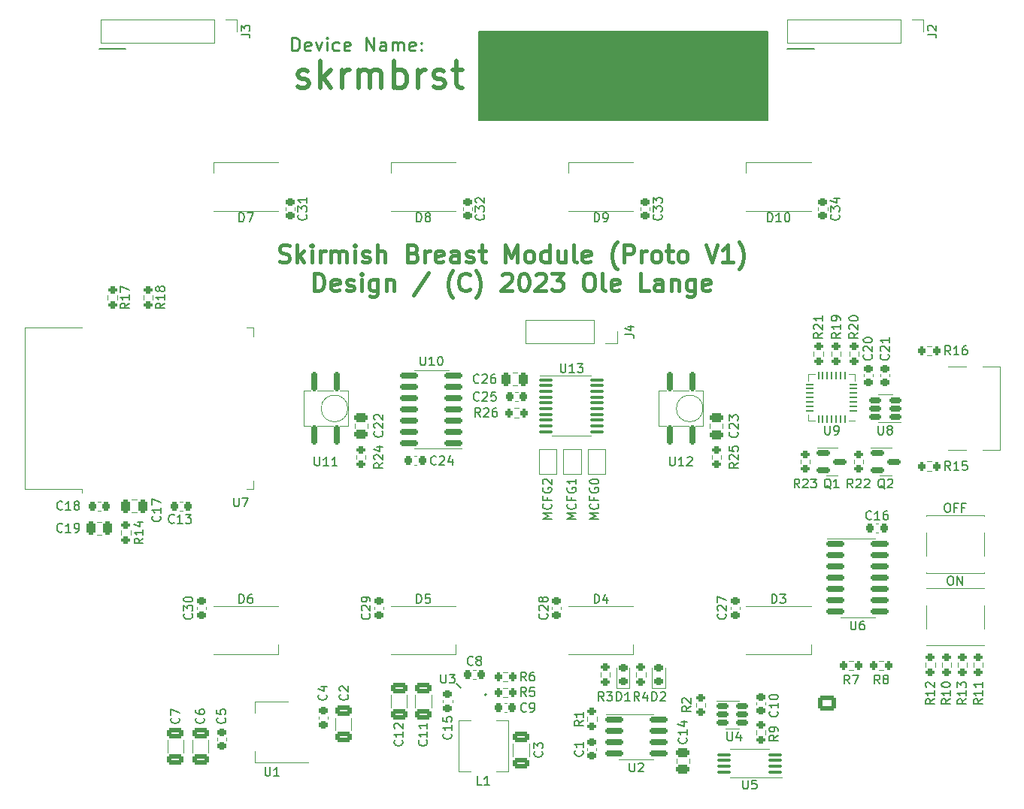
<source format=gto>
G04 #@! TF.GenerationSoftware,KiCad,Pcbnew,(6.0.10-0)*
G04 #@! TF.CreationDate,2023-01-31T00:07:50+01:00*
G04 #@! TF.ProjectId,breast-module-proto-v1,62726561-7374-42d6-9d6f-64756c652d70,Proto V1*
G04 #@! TF.SameCoordinates,Original*
G04 #@! TF.FileFunction,Legend,Top*
G04 #@! TF.FilePolarity,Positive*
%FSLAX46Y46*%
G04 Gerber Fmt 4.6, Leading zero omitted, Abs format (unit mm)*
G04 Created by KiCad (PCBNEW (6.0.10-0)) date 2023-01-31 00:07:50*
%MOMM*%
%LPD*%
G01*
G04 APERTURE LIST*
G04 Aperture macros list*
%AMRoundRect*
0 Rectangle with rounded corners*
0 $1 Rounding radius*
0 $2 $3 $4 $5 $6 $7 $8 $9 X,Y pos of 4 corners*
0 Add a 4 corners polygon primitive as box body*
4,1,4,$2,$3,$4,$5,$6,$7,$8,$9,$2,$3,0*
0 Add four circle primitives for the rounded corners*
1,1,$1+$1,$2,$3*
1,1,$1+$1,$4,$5*
1,1,$1+$1,$6,$7*
1,1,$1+$1,$8,$9*
0 Add four rect primitives between the rounded corners*
20,1,$1+$1,$2,$3,$4,$5,0*
20,1,$1+$1,$4,$5,$6,$7,0*
20,1,$1+$1,$6,$7,$8,$9,0*
20,1,$1+$1,$8,$9,$2,$3,0*%
%AMFreePoly0*
4,1,6,1.000000,0.000000,0.500000,-0.750000,-0.500000,-0.750000,-0.500000,0.750000,0.500000,0.750000,1.000000,0.000000,1.000000,0.000000,$1*%
%AMFreePoly1*
4,1,6,0.500000,-0.750000,-0.650000,-0.750000,-0.150000,0.000000,-0.650000,0.750000,0.500000,0.750000,0.500000,-0.750000,0.500000,-0.750000,$1*%
G04 Aperture macros list end*
%ADD10C,0.400000*%
%ADD11C,0.150000*%
%ADD12C,0.250000*%
%ADD13C,0.500000*%
%ADD14C,0.120000*%
%ADD15C,0.200000*%
%ADD16C,0.010000*%
%ADD17RoundRect,0.225000X0.250000X-0.225000X0.250000X0.225000X-0.250000X0.225000X-0.250000X-0.225000X0*%
%ADD18RoundRect,0.225000X-0.250000X0.225000X-0.250000X-0.225000X0.250000X-0.225000X0.250000X0.225000X0*%
%ADD19RoundRect,0.100000X-0.637500X-0.100000X0.637500X-0.100000X0.637500X0.100000X-0.637500X0.100000X0*%
%ADD20FreePoly0,270.000000*%
%ADD21FreePoly1,270.000000*%
%ADD22R,1.700000X1.700000*%
%ADD23O,1.700000X1.700000*%
%ADD24RoundRect,0.218750X0.256250X-0.218750X0.256250X0.218750X-0.256250X0.218750X-0.256250X-0.218750X0*%
%ADD25RoundRect,0.250000X0.250000X0.475000X-0.250000X0.475000X-0.250000X-0.475000X0.250000X-0.475000X0*%
%ADD26R,1.500000X0.900000*%
%ADD27RoundRect,0.150000X-0.825000X-0.150000X0.825000X-0.150000X0.825000X0.150000X-0.825000X0.150000X0*%
%ADD28RoundRect,0.250000X-0.475000X0.250000X-0.475000X-0.250000X0.475000X-0.250000X0.475000X0.250000X0*%
%ADD29R,1.550000X1.300000*%
%ADD30RoundRect,0.200000X-0.275000X0.200000X-0.275000X-0.200000X0.275000X-0.200000X0.275000X0.200000X0*%
%ADD31R,2.000000X1.500000*%
%ADD32R,2.000000X3.800000*%
%ADD33R,0.900000X1.500000*%
%ADD34C,0.475000*%
%ADD35R,4.200000X4.200000*%
%ADD36RoundRect,0.225000X-0.225000X-0.250000X0.225000X-0.250000X0.225000X0.250000X-0.225000X0.250000X0*%
%ADD37RoundRect,0.200000X0.275000X-0.200000X0.275000X0.200000X-0.275000X0.200000X-0.275000X-0.200000X0*%
%ADD38R,2.290000X3.000000*%
%ADD39RoundRect,0.187500X0.187500X-0.937500X0.187500X0.937500X-0.187500X0.937500X-0.187500X-0.937500X0*%
%ADD40RoundRect,0.225000X0.225000X0.250000X-0.225000X0.250000X-0.225000X-0.250000X0.225000X-0.250000X0*%
%ADD41RoundRect,0.150000X-0.587500X-0.150000X0.587500X-0.150000X0.587500X0.150000X-0.587500X0.150000X0*%
%ADD42R,2.500000X1.900000*%
%ADD43C,0.650000*%
%ADD44R,1.450000X0.600000*%
%ADD45R,1.450000X0.300000*%
%ADD46O,2.100000X1.000000*%
%ADD47O,1.600000X1.000000*%
%ADD48RoundRect,0.250000X-0.650000X0.325000X-0.650000X-0.325000X0.650000X-0.325000X0.650000X0.325000X0*%
%ADD49RoundRect,0.200000X-0.200000X-0.275000X0.200000X-0.275000X0.200000X0.275000X-0.200000X0.275000X0*%
%ADD50RoundRect,0.200000X0.200000X0.275000X-0.200000X0.275000X-0.200000X-0.275000X0.200000X-0.275000X0*%
%ADD51RoundRect,0.250000X0.650000X-0.325000X0.650000X0.325000X-0.650000X0.325000X-0.650000X-0.325000X0*%
%ADD52RoundRect,0.062500X0.337500X0.062500X-0.337500X0.062500X-0.337500X-0.062500X0.337500X-0.062500X0*%
%ADD53RoundRect,0.062500X0.062500X0.337500X-0.062500X0.337500X-0.062500X-0.337500X0.062500X-0.337500X0*%
%ADD54R,3.350000X3.350000*%
%ADD55RoundRect,0.150000X0.512500X0.150000X-0.512500X0.150000X-0.512500X-0.150000X0.512500X-0.150000X0*%
%ADD56RoundRect,0.150000X0.825000X0.150000X-0.825000X0.150000X-0.825000X-0.150000X0.825000X-0.150000X0*%
%ADD57RoundRect,0.100000X0.637500X0.100000X-0.637500X0.100000X-0.637500X-0.100000X0.637500X-0.100000X0*%
%ADD58RoundRect,0.150000X-0.512500X-0.150000X0.512500X-0.150000X0.512500X0.150000X-0.512500X0.150000X0*%
%ADD59RoundRect,0.250000X-0.750000X0.600000X-0.750000X-0.600000X0.750000X-0.600000X0.750000X0.600000X0*%
%ADD60O,2.000000X1.700000*%
G04 APERTURE END LIST*
D10*
X119309523Y-79949523D02*
X119595238Y-80044761D01*
X120071428Y-80044761D01*
X120261904Y-79949523D01*
X120357142Y-79854285D01*
X120452380Y-79663809D01*
X120452380Y-79473333D01*
X120357142Y-79282857D01*
X120261904Y-79187619D01*
X120071428Y-79092380D01*
X119690476Y-78997142D01*
X119499999Y-78901904D01*
X119404761Y-78806666D01*
X119309523Y-78616190D01*
X119309523Y-78425714D01*
X119404761Y-78235238D01*
X119499999Y-78140000D01*
X119690476Y-78044761D01*
X120166666Y-78044761D01*
X120452380Y-78140000D01*
X121309523Y-80044761D02*
X121309523Y-78044761D01*
X121499999Y-79282857D02*
X122071428Y-80044761D01*
X122071428Y-78711428D02*
X121309523Y-79473333D01*
X122928571Y-80044761D02*
X122928571Y-78711428D01*
X122928571Y-78044761D02*
X122833333Y-78140000D01*
X122928571Y-78235238D01*
X123023809Y-78140000D01*
X122928571Y-78044761D01*
X122928571Y-78235238D01*
X123880952Y-80044761D02*
X123880952Y-78711428D01*
X123880952Y-79092380D02*
X123976190Y-78901904D01*
X124071428Y-78806666D01*
X124261904Y-78711428D01*
X124452380Y-78711428D01*
X125119047Y-80044761D02*
X125119047Y-78711428D01*
X125119047Y-78901904D02*
X125214285Y-78806666D01*
X125404761Y-78711428D01*
X125690476Y-78711428D01*
X125880952Y-78806666D01*
X125976190Y-78997142D01*
X125976190Y-80044761D01*
X125976190Y-78997142D02*
X126071428Y-78806666D01*
X126261904Y-78711428D01*
X126547619Y-78711428D01*
X126738095Y-78806666D01*
X126833333Y-78997142D01*
X126833333Y-80044761D01*
X127785714Y-80044761D02*
X127785714Y-78711428D01*
X127785714Y-78044761D02*
X127690476Y-78140000D01*
X127785714Y-78235238D01*
X127880952Y-78140000D01*
X127785714Y-78044761D01*
X127785714Y-78235238D01*
X128642857Y-79949523D02*
X128833333Y-80044761D01*
X129214285Y-80044761D01*
X129404761Y-79949523D01*
X129499999Y-79759047D01*
X129499999Y-79663809D01*
X129404761Y-79473333D01*
X129214285Y-79378095D01*
X128928571Y-79378095D01*
X128738095Y-79282857D01*
X128642857Y-79092380D01*
X128642857Y-78997142D01*
X128738095Y-78806666D01*
X128928571Y-78711428D01*
X129214285Y-78711428D01*
X129404761Y-78806666D01*
X130357142Y-80044761D02*
X130357142Y-78044761D01*
X131214285Y-80044761D02*
X131214285Y-78997142D01*
X131119047Y-78806666D01*
X130928571Y-78711428D01*
X130642857Y-78711428D01*
X130452380Y-78806666D01*
X130357142Y-78901904D01*
X134357142Y-78997142D02*
X134642857Y-79092380D01*
X134738095Y-79187619D01*
X134833333Y-79378095D01*
X134833333Y-79663809D01*
X134738095Y-79854285D01*
X134642857Y-79949523D01*
X134452380Y-80044761D01*
X133690476Y-80044761D01*
X133690476Y-78044761D01*
X134357142Y-78044761D01*
X134547619Y-78140000D01*
X134642857Y-78235238D01*
X134738095Y-78425714D01*
X134738095Y-78616190D01*
X134642857Y-78806666D01*
X134547619Y-78901904D01*
X134357142Y-78997142D01*
X133690476Y-78997142D01*
X135690476Y-80044761D02*
X135690476Y-78711428D01*
X135690476Y-79092380D02*
X135785714Y-78901904D01*
X135880952Y-78806666D01*
X136071428Y-78711428D01*
X136261904Y-78711428D01*
X137690476Y-79949523D02*
X137500000Y-80044761D01*
X137119047Y-80044761D01*
X136928571Y-79949523D01*
X136833333Y-79759047D01*
X136833333Y-78997142D01*
X136928571Y-78806666D01*
X137119047Y-78711428D01*
X137500000Y-78711428D01*
X137690476Y-78806666D01*
X137785714Y-78997142D01*
X137785714Y-79187619D01*
X136833333Y-79378095D01*
X139500000Y-80044761D02*
X139500000Y-78997142D01*
X139404761Y-78806666D01*
X139214285Y-78711428D01*
X138833333Y-78711428D01*
X138642857Y-78806666D01*
X139500000Y-79949523D02*
X139309523Y-80044761D01*
X138833333Y-80044761D01*
X138642857Y-79949523D01*
X138547619Y-79759047D01*
X138547619Y-79568571D01*
X138642857Y-79378095D01*
X138833333Y-79282857D01*
X139309523Y-79282857D01*
X139500000Y-79187619D01*
X140357142Y-79949523D02*
X140547619Y-80044761D01*
X140928571Y-80044761D01*
X141119047Y-79949523D01*
X141214285Y-79759047D01*
X141214285Y-79663809D01*
X141119047Y-79473333D01*
X140928571Y-79378095D01*
X140642857Y-79378095D01*
X140452380Y-79282857D01*
X140357142Y-79092380D01*
X140357142Y-78997142D01*
X140452380Y-78806666D01*
X140642857Y-78711428D01*
X140928571Y-78711428D01*
X141119047Y-78806666D01*
X141785714Y-78711428D02*
X142547619Y-78711428D01*
X142071428Y-78044761D02*
X142071428Y-79759047D01*
X142166666Y-79949523D01*
X142357142Y-80044761D01*
X142547619Y-80044761D01*
X144738095Y-80044761D02*
X144738095Y-78044761D01*
X145404761Y-79473333D01*
X146071428Y-78044761D01*
X146071428Y-80044761D01*
X147309523Y-80044761D02*
X147119047Y-79949523D01*
X147023809Y-79854285D01*
X146928571Y-79663809D01*
X146928571Y-79092380D01*
X147023809Y-78901904D01*
X147119047Y-78806666D01*
X147309523Y-78711428D01*
X147595238Y-78711428D01*
X147785714Y-78806666D01*
X147880952Y-78901904D01*
X147976190Y-79092380D01*
X147976190Y-79663809D01*
X147880952Y-79854285D01*
X147785714Y-79949523D01*
X147595238Y-80044761D01*
X147309523Y-80044761D01*
X149690476Y-80044761D02*
X149690476Y-78044761D01*
X149690476Y-79949523D02*
X149499999Y-80044761D01*
X149119047Y-80044761D01*
X148928571Y-79949523D01*
X148833333Y-79854285D01*
X148738095Y-79663809D01*
X148738095Y-79092380D01*
X148833333Y-78901904D01*
X148928571Y-78806666D01*
X149119047Y-78711428D01*
X149499999Y-78711428D01*
X149690476Y-78806666D01*
X151499999Y-78711428D02*
X151499999Y-80044761D01*
X150642857Y-78711428D02*
X150642857Y-79759047D01*
X150738095Y-79949523D01*
X150928571Y-80044761D01*
X151214285Y-80044761D01*
X151404761Y-79949523D01*
X151499999Y-79854285D01*
X152738095Y-80044761D02*
X152547619Y-79949523D01*
X152452380Y-79759047D01*
X152452380Y-78044761D01*
X154261904Y-79949523D02*
X154071428Y-80044761D01*
X153690476Y-80044761D01*
X153500000Y-79949523D01*
X153404761Y-79759047D01*
X153404761Y-78997142D01*
X153500000Y-78806666D01*
X153690476Y-78711428D01*
X154071428Y-78711428D01*
X154261904Y-78806666D01*
X154357142Y-78997142D01*
X154357142Y-79187619D01*
X153404761Y-79378095D01*
X157309523Y-80806666D02*
X157214285Y-80711428D01*
X157023809Y-80425714D01*
X156928571Y-80235238D01*
X156833333Y-79949523D01*
X156738095Y-79473333D01*
X156738095Y-79092380D01*
X156833333Y-78616190D01*
X156928571Y-78330476D01*
X157023809Y-78140000D01*
X157214285Y-77854285D01*
X157309523Y-77759047D01*
X158071428Y-80044761D02*
X158071428Y-78044761D01*
X158833333Y-78044761D01*
X159023809Y-78140000D01*
X159119047Y-78235238D01*
X159214285Y-78425714D01*
X159214285Y-78711428D01*
X159119047Y-78901904D01*
X159023809Y-78997142D01*
X158833333Y-79092380D01*
X158071428Y-79092380D01*
X160071428Y-80044761D02*
X160071428Y-78711428D01*
X160071428Y-79092380D02*
X160166666Y-78901904D01*
X160261904Y-78806666D01*
X160452380Y-78711428D01*
X160642857Y-78711428D01*
X161595238Y-80044761D02*
X161404761Y-79949523D01*
X161309523Y-79854285D01*
X161214285Y-79663809D01*
X161214285Y-79092380D01*
X161309523Y-78901904D01*
X161404761Y-78806666D01*
X161595238Y-78711428D01*
X161880952Y-78711428D01*
X162071428Y-78806666D01*
X162166666Y-78901904D01*
X162261904Y-79092380D01*
X162261904Y-79663809D01*
X162166666Y-79854285D01*
X162071428Y-79949523D01*
X161880952Y-80044761D01*
X161595238Y-80044761D01*
X162833333Y-78711428D02*
X163595238Y-78711428D01*
X163119047Y-78044761D02*
X163119047Y-79759047D01*
X163214285Y-79949523D01*
X163404761Y-80044761D01*
X163595238Y-80044761D01*
X164547619Y-80044761D02*
X164357142Y-79949523D01*
X164261904Y-79854285D01*
X164166666Y-79663809D01*
X164166666Y-79092380D01*
X164261904Y-78901904D01*
X164357142Y-78806666D01*
X164547619Y-78711428D01*
X164833333Y-78711428D01*
X165023809Y-78806666D01*
X165119047Y-78901904D01*
X165214285Y-79092380D01*
X165214285Y-79663809D01*
X165119047Y-79854285D01*
X165023809Y-79949523D01*
X164833333Y-80044761D01*
X164547619Y-80044761D01*
X167309523Y-78044761D02*
X167976190Y-80044761D01*
X168642857Y-78044761D01*
X170357142Y-80044761D02*
X169214285Y-80044761D01*
X169785714Y-80044761D02*
X169785714Y-78044761D01*
X169595238Y-78330476D01*
X169404761Y-78520952D01*
X169214285Y-78616190D01*
X171023809Y-80806666D02*
X171119047Y-80711428D01*
X171309523Y-80425714D01*
X171404761Y-80235238D01*
X171499999Y-79949523D01*
X171595238Y-79473333D01*
X171595238Y-79092380D01*
X171499999Y-78616190D01*
X171404761Y-78330476D01*
X171309523Y-78140000D01*
X171119047Y-77854285D01*
X171023809Y-77759047D01*
X123214285Y-83264761D02*
X123214285Y-81264761D01*
X123690476Y-81264761D01*
X123976190Y-81360000D01*
X124166666Y-81550476D01*
X124261904Y-81740952D01*
X124357142Y-82121904D01*
X124357142Y-82407619D01*
X124261904Y-82788571D01*
X124166666Y-82979047D01*
X123976190Y-83169523D01*
X123690476Y-83264761D01*
X123214285Y-83264761D01*
X125976190Y-83169523D02*
X125785714Y-83264761D01*
X125404761Y-83264761D01*
X125214285Y-83169523D01*
X125119047Y-82979047D01*
X125119047Y-82217142D01*
X125214285Y-82026666D01*
X125404761Y-81931428D01*
X125785714Y-81931428D01*
X125976190Y-82026666D01*
X126071428Y-82217142D01*
X126071428Y-82407619D01*
X125119047Y-82598095D01*
X126833333Y-83169523D02*
X127023809Y-83264761D01*
X127404761Y-83264761D01*
X127595238Y-83169523D01*
X127690476Y-82979047D01*
X127690476Y-82883809D01*
X127595238Y-82693333D01*
X127404761Y-82598095D01*
X127119047Y-82598095D01*
X126928571Y-82502857D01*
X126833333Y-82312380D01*
X126833333Y-82217142D01*
X126928571Y-82026666D01*
X127119047Y-81931428D01*
X127404761Y-81931428D01*
X127595238Y-82026666D01*
X128547619Y-83264761D02*
X128547619Y-81931428D01*
X128547619Y-81264761D02*
X128452380Y-81360000D01*
X128547619Y-81455238D01*
X128642857Y-81360000D01*
X128547619Y-81264761D01*
X128547619Y-81455238D01*
X130357142Y-81931428D02*
X130357142Y-83550476D01*
X130261904Y-83740952D01*
X130166666Y-83836190D01*
X129976190Y-83931428D01*
X129690476Y-83931428D01*
X129500000Y-83836190D01*
X130357142Y-83169523D02*
X130166666Y-83264761D01*
X129785714Y-83264761D01*
X129595238Y-83169523D01*
X129500000Y-83074285D01*
X129404761Y-82883809D01*
X129404761Y-82312380D01*
X129500000Y-82121904D01*
X129595238Y-82026666D01*
X129785714Y-81931428D01*
X130166666Y-81931428D01*
X130357142Y-82026666D01*
X131309523Y-81931428D02*
X131309523Y-83264761D01*
X131309523Y-82121904D02*
X131404761Y-82026666D01*
X131595238Y-81931428D01*
X131880952Y-81931428D01*
X132071428Y-82026666D01*
X132166666Y-82217142D01*
X132166666Y-83264761D01*
X136071428Y-81169523D02*
X134357142Y-83740952D01*
X138833333Y-84026666D02*
X138738095Y-83931428D01*
X138547619Y-83645714D01*
X138452380Y-83455238D01*
X138357142Y-83169523D01*
X138261904Y-82693333D01*
X138261904Y-82312380D01*
X138357142Y-81836190D01*
X138452380Y-81550476D01*
X138547619Y-81360000D01*
X138738095Y-81074285D01*
X138833333Y-80979047D01*
X140738095Y-83074285D02*
X140642857Y-83169523D01*
X140357142Y-83264761D01*
X140166666Y-83264761D01*
X139880952Y-83169523D01*
X139690476Y-82979047D01*
X139595238Y-82788571D01*
X139500000Y-82407619D01*
X139500000Y-82121904D01*
X139595238Y-81740952D01*
X139690476Y-81550476D01*
X139880952Y-81360000D01*
X140166666Y-81264761D01*
X140357142Y-81264761D01*
X140642857Y-81360000D01*
X140738095Y-81455238D01*
X141404761Y-84026666D02*
X141500000Y-83931428D01*
X141690476Y-83645714D01*
X141785714Y-83455238D01*
X141880952Y-83169523D01*
X141976190Y-82693333D01*
X141976190Y-82312380D01*
X141880952Y-81836190D01*
X141785714Y-81550476D01*
X141690476Y-81360000D01*
X141500000Y-81074285D01*
X141404761Y-80979047D01*
X144357142Y-81455238D02*
X144452380Y-81360000D01*
X144642857Y-81264761D01*
X145119047Y-81264761D01*
X145309523Y-81360000D01*
X145404761Y-81455238D01*
X145500000Y-81645714D01*
X145500000Y-81836190D01*
X145404761Y-82121904D01*
X144261904Y-83264761D01*
X145500000Y-83264761D01*
X146738095Y-81264761D02*
X146928571Y-81264761D01*
X147119047Y-81360000D01*
X147214285Y-81455238D01*
X147309523Y-81645714D01*
X147404761Y-82026666D01*
X147404761Y-82502857D01*
X147309523Y-82883809D01*
X147214285Y-83074285D01*
X147119047Y-83169523D01*
X146928571Y-83264761D01*
X146738095Y-83264761D01*
X146547619Y-83169523D01*
X146452380Y-83074285D01*
X146357142Y-82883809D01*
X146261904Y-82502857D01*
X146261904Y-82026666D01*
X146357142Y-81645714D01*
X146452380Y-81455238D01*
X146547619Y-81360000D01*
X146738095Y-81264761D01*
X148166666Y-81455238D02*
X148261904Y-81360000D01*
X148452380Y-81264761D01*
X148928571Y-81264761D01*
X149119047Y-81360000D01*
X149214285Y-81455238D01*
X149309523Y-81645714D01*
X149309523Y-81836190D01*
X149214285Y-82121904D01*
X148071428Y-83264761D01*
X149309523Y-83264761D01*
X149976190Y-81264761D02*
X151214285Y-81264761D01*
X150547619Y-82026666D01*
X150833333Y-82026666D01*
X151023809Y-82121904D01*
X151119047Y-82217142D01*
X151214285Y-82407619D01*
X151214285Y-82883809D01*
X151119047Y-83074285D01*
X151023809Y-83169523D01*
X150833333Y-83264761D01*
X150261904Y-83264761D01*
X150071428Y-83169523D01*
X149976190Y-83074285D01*
X153976190Y-81264761D02*
X154357142Y-81264761D01*
X154547619Y-81360000D01*
X154738095Y-81550476D01*
X154833333Y-81931428D01*
X154833333Y-82598095D01*
X154738095Y-82979047D01*
X154547619Y-83169523D01*
X154357142Y-83264761D01*
X153976190Y-83264761D01*
X153785714Y-83169523D01*
X153595238Y-82979047D01*
X153500000Y-82598095D01*
X153500000Y-81931428D01*
X153595238Y-81550476D01*
X153785714Y-81360000D01*
X153976190Y-81264761D01*
X155976190Y-83264761D02*
X155785714Y-83169523D01*
X155690476Y-82979047D01*
X155690476Y-81264761D01*
X157500000Y-83169523D02*
X157309523Y-83264761D01*
X156928571Y-83264761D01*
X156738095Y-83169523D01*
X156642857Y-82979047D01*
X156642857Y-82217142D01*
X156738095Y-82026666D01*
X156928571Y-81931428D01*
X157309523Y-81931428D01*
X157500000Y-82026666D01*
X157595238Y-82217142D01*
X157595238Y-82407619D01*
X156642857Y-82598095D01*
X160928571Y-83264761D02*
X159976190Y-83264761D01*
X159976190Y-81264761D01*
X162452380Y-83264761D02*
X162452380Y-82217142D01*
X162357142Y-82026666D01*
X162166666Y-81931428D01*
X161785714Y-81931428D01*
X161595238Y-82026666D01*
X162452380Y-83169523D02*
X162261904Y-83264761D01*
X161785714Y-83264761D01*
X161595238Y-83169523D01*
X161500000Y-82979047D01*
X161500000Y-82788571D01*
X161595238Y-82598095D01*
X161785714Y-82502857D01*
X162261904Y-82502857D01*
X162452380Y-82407619D01*
X163404761Y-81931428D02*
X163404761Y-83264761D01*
X163404761Y-82121904D02*
X163500000Y-82026666D01*
X163690476Y-81931428D01*
X163976190Y-81931428D01*
X164166666Y-82026666D01*
X164261904Y-82217142D01*
X164261904Y-83264761D01*
X166071428Y-81931428D02*
X166071428Y-83550476D01*
X165976190Y-83740952D01*
X165880952Y-83836190D01*
X165690476Y-83931428D01*
X165404761Y-83931428D01*
X165214285Y-83836190D01*
X166071428Y-83169523D02*
X165880952Y-83264761D01*
X165499999Y-83264761D01*
X165309523Y-83169523D01*
X165214285Y-83074285D01*
X165119047Y-82883809D01*
X165119047Y-82312380D01*
X165214285Y-82121904D01*
X165309523Y-82026666D01*
X165499999Y-81931428D01*
X165880952Y-81931428D01*
X166071428Y-82026666D01*
X167785714Y-83169523D02*
X167595238Y-83264761D01*
X167214285Y-83264761D01*
X167023809Y-83169523D01*
X166928571Y-82979047D01*
X166928571Y-82217142D01*
X167023809Y-82026666D01*
X167214285Y-81931428D01*
X167595238Y-81931428D01*
X167785714Y-82026666D01*
X167880952Y-82217142D01*
X167880952Y-82407619D01*
X166928571Y-82598095D01*
D11*
X99000000Y-56000000D02*
X102000000Y-56000000D01*
X141750000Y-54000000D02*
X174250000Y-54000000D01*
X174250000Y-54000000D02*
X174250000Y-64000000D01*
X174250000Y-64000000D02*
X141750000Y-64000000D01*
X141750000Y-64000000D02*
X141750000Y-54000000D01*
G36*
X141750000Y-54000000D02*
G01*
X174250000Y-54000000D01*
X174250000Y-64000000D01*
X141750000Y-64000000D01*
X141750000Y-54000000D01*
G37*
X139250001Y-127499999D02*
X139750000Y-127999999D01*
X176500000Y-56000000D02*
X179500000Y-56000000D01*
D12*
X120714285Y-56178571D02*
X120714285Y-54678571D01*
X121071428Y-54678571D01*
X121285714Y-54750000D01*
X121428571Y-54892857D01*
X121500000Y-55035714D01*
X121571428Y-55321428D01*
X121571428Y-55535714D01*
X121500000Y-55821428D01*
X121428571Y-55964285D01*
X121285714Y-56107142D01*
X121071428Y-56178571D01*
X120714285Y-56178571D01*
X122785714Y-56107142D02*
X122642857Y-56178571D01*
X122357142Y-56178571D01*
X122214285Y-56107142D01*
X122142857Y-55964285D01*
X122142857Y-55392857D01*
X122214285Y-55250000D01*
X122357142Y-55178571D01*
X122642857Y-55178571D01*
X122785714Y-55250000D01*
X122857142Y-55392857D01*
X122857142Y-55535714D01*
X122142857Y-55678571D01*
X123357142Y-55178571D02*
X123714285Y-56178571D01*
X124071428Y-55178571D01*
X124642857Y-56178571D02*
X124642857Y-55178571D01*
X124642857Y-54678571D02*
X124571428Y-54750000D01*
X124642857Y-54821428D01*
X124714285Y-54750000D01*
X124642857Y-54678571D01*
X124642857Y-54821428D01*
X126000000Y-56107142D02*
X125857142Y-56178571D01*
X125571428Y-56178571D01*
X125428571Y-56107142D01*
X125357142Y-56035714D01*
X125285714Y-55892857D01*
X125285714Y-55464285D01*
X125357142Y-55321428D01*
X125428571Y-55250000D01*
X125571428Y-55178571D01*
X125857142Y-55178571D01*
X126000000Y-55250000D01*
X127214285Y-56107142D02*
X127071428Y-56178571D01*
X126785714Y-56178571D01*
X126642857Y-56107142D01*
X126571428Y-55964285D01*
X126571428Y-55392857D01*
X126642857Y-55250000D01*
X126785714Y-55178571D01*
X127071428Y-55178571D01*
X127214285Y-55250000D01*
X127285714Y-55392857D01*
X127285714Y-55535714D01*
X126571428Y-55678571D01*
X129071428Y-56178571D02*
X129071428Y-54678571D01*
X129928571Y-56178571D01*
X129928571Y-54678571D01*
X131285714Y-56178571D02*
X131285714Y-55392857D01*
X131214285Y-55250000D01*
X131071428Y-55178571D01*
X130785714Y-55178571D01*
X130642857Y-55250000D01*
X131285714Y-56107142D02*
X131142857Y-56178571D01*
X130785714Y-56178571D01*
X130642857Y-56107142D01*
X130571428Y-55964285D01*
X130571428Y-55821428D01*
X130642857Y-55678571D01*
X130785714Y-55607142D01*
X131142857Y-55607142D01*
X131285714Y-55535714D01*
X131999999Y-56178571D02*
X131999999Y-55178571D01*
X131999999Y-55321428D02*
X132071428Y-55250000D01*
X132214285Y-55178571D01*
X132428571Y-55178571D01*
X132571428Y-55250000D01*
X132642857Y-55392857D01*
X132642857Y-56178571D01*
X132642857Y-55392857D02*
X132714285Y-55250000D01*
X132857142Y-55178571D01*
X133071428Y-55178571D01*
X133214285Y-55250000D01*
X133285714Y-55392857D01*
X133285714Y-56178571D01*
X134571428Y-56107142D02*
X134428571Y-56178571D01*
X134142857Y-56178571D01*
X133999999Y-56107142D01*
X133928571Y-55964285D01*
X133928571Y-55392857D01*
X133999999Y-55250000D01*
X134142857Y-55178571D01*
X134428571Y-55178571D01*
X134571428Y-55250000D01*
X134642857Y-55392857D01*
X134642857Y-55535714D01*
X133928571Y-55678571D01*
X135285714Y-56035714D02*
X135357142Y-56107142D01*
X135285714Y-56178571D01*
X135214285Y-56107142D01*
X135285714Y-56035714D01*
X135285714Y-56178571D01*
X135285714Y-55250000D02*
X135357142Y-55321428D01*
X135285714Y-55392857D01*
X135214285Y-55321428D01*
X135285714Y-55250000D01*
X135285714Y-55392857D01*
D13*
X121357142Y-60214285D02*
X121642857Y-60357142D01*
X122214285Y-60357142D01*
X122500000Y-60214285D01*
X122642857Y-59928571D01*
X122642857Y-59785714D01*
X122500000Y-59500000D01*
X122214285Y-59357142D01*
X121785714Y-59357142D01*
X121500000Y-59214285D01*
X121357142Y-58928571D01*
X121357142Y-58785714D01*
X121500000Y-58500000D01*
X121785714Y-58357142D01*
X122214285Y-58357142D01*
X122500000Y-58500000D01*
X123928571Y-60357142D02*
X123928571Y-57357142D01*
X124214285Y-59214285D02*
X125071428Y-60357142D01*
X125071428Y-58357142D02*
X123928571Y-59500000D01*
X126357142Y-60357142D02*
X126357142Y-58357142D01*
X126357142Y-58928571D02*
X126500000Y-58642857D01*
X126642857Y-58500000D01*
X126928571Y-58357142D01*
X127214285Y-58357142D01*
X128214285Y-60357142D02*
X128214285Y-58357142D01*
X128214285Y-58642857D02*
X128357142Y-58500000D01*
X128642857Y-58357142D01*
X129071428Y-58357142D01*
X129357142Y-58500000D01*
X129500000Y-58785714D01*
X129500000Y-60357142D01*
X129500000Y-58785714D02*
X129642857Y-58500000D01*
X129928571Y-58357142D01*
X130357142Y-58357142D01*
X130642857Y-58500000D01*
X130785714Y-58785714D01*
X130785714Y-60357142D01*
X132214285Y-60357142D02*
X132214285Y-57357142D01*
X132214285Y-58500000D02*
X132500000Y-58357142D01*
X133071428Y-58357142D01*
X133357142Y-58500000D01*
X133500000Y-58642857D01*
X133642857Y-58928571D01*
X133642857Y-59785714D01*
X133500000Y-60071428D01*
X133357142Y-60214285D01*
X133071428Y-60357142D01*
X132500000Y-60357142D01*
X132214285Y-60214285D01*
X134928571Y-60357142D02*
X134928571Y-58357142D01*
X134928571Y-58928571D02*
X135071428Y-58642857D01*
X135214285Y-58500000D01*
X135500000Y-58357142D01*
X135785714Y-58357142D01*
X136642857Y-60214285D02*
X136928571Y-60357142D01*
X137500000Y-60357142D01*
X137785714Y-60214285D01*
X137928571Y-59928571D01*
X137928571Y-59785714D01*
X137785714Y-59500000D01*
X137500000Y-59357142D01*
X137071428Y-59357142D01*
X136785714Y-59214285D01*
X136642857Y-58928571D01*
X136642857Y-58785714D01*
X136785714Y-58500000D01*
X137071428Y-58357142D01*
X137500000Y-58357142D01*
X137785714Y-58500000D01*
X138785714Y-58357142D02*
X139928571Y-58357142D01*
X139214285Y-57357142D02*
X139214285Y-59928571D01*
X139357142Y-60214285D01*
X139642857Y-60357142D01*
X139928571Y-60357142D01*
D11*
X129427142Y-119642857D02*
X129474761Y-119690476D01*
X129522380Y-119833333D01*
X129522380Y-119928571D01*
X129474761Y-120071428D01*
X129379523Y-120166666D01*
X129284285Y-120214285D01*
X129093809Y-120261904D01*
X128950952Y-120261904D01*
X128760476Y-120214285D01*
X128665238Y-120166666D01*
X128570000Y-120071428D01*
X128522380Y-119928571D01*
X128522380Y-119833333D01*
X128570000Y-119690476D01*
X128617619Y-119642857D01*
X128617619Y-119261904D02*
X128570000Y-119214285D01*
X128522380Y-119119047D01*
X128522380Y-118880952D01*
X128570000Y-118785714D01*
X128617619Y-118738095D01*
X128712857Y-118690476D01*
X128808095Y-118690476D01*
X128950952Y-118738095D01*
X129522380Y-119309523D01*
X129522380Y-118690476D01*
X129522380Y-118214285D02*
X129522380Y-118023809D01*
X129474761Y-117928571D01*
X129427142Y-117880952D01*
X129284285Y-117785714D01*
X129093809Y-117738095D01*
X128712857Y-117738095D01*
X128617619Y-117785714D01*
X128570000Y-117833333D01*
X128522380Y-117928571D01*
X128522380Y-118119047D01*
X128570000Y-118214285D01*
X128617619Y-118261904D01*
X128712857Y-118309523D01*
X128950952Y-118309523D01*
X129046190Y-118261904D01*
X129093809Y-118214285D01*
X129141428Y-118119047D01*
X129141428Y-117928571D01*
X129093809Y-117833333D01*
X129046190Y-117785714D01*
X128950952Y-117738095D01*
X162287142Y-74642857D02*
X162334761Y-74690476D01*
X162382380Y-74833333D01*
X162382380Y-74928571D01*
X162334761Y-75071428D01*
X162239523Y-75166666D01*
X162144285Y-75214285D01*
X161953809Y-75261904D01*
X161810952Y-75261904D01*
X161620476Y-75214285D01*
X161525238Y-75166666D01*
X161430000Y-75071428D01*
X161382380Y-74928571D01*
X161382380Y-74833333D01*
X161430000Y-74690476D01*
X161477619Y-74642857D01*
X161382380Y-74309523D02*
X161382380Y-73690476D01*
X161763333Y-74023809D01*
X161763333Y-73880952D01*
X161810952Y-73785714D01*
X161858571Y-73738095D01*
X161953809Y-73690476D01*
X162191904Y-73690476D01*
X162287142Y-73738095D01*
X162334761Y-73785714D01*
X162382380Y-73880952D01*
X162382380Y-74166666D01*
X162334761Y-74261904D01*
X162287142Y-74309523D01*
X161382380Y-73357142D02*
X161382380Y-72738095D01*
X161763333Y-73071428D01*
X161763333Y-72928571D01*
X161810952Y-72833333D01*
X161858571Y-72785714D01*
X161953809Y-72738095D01*
X162191904Y-72738095D01*
X162287142Y-72785714D01*
X162334761Y-72833333D01*
X162382380Y-72928571D01*
X162382380Y-73214285D01*
X162334761Y-73309523D01*
X162287142Y-73357142D01*
X150961904Y-91452380D02*
X150961904Y-92261904D01*
X151009523Y-92357142D01*
X151057142Y-92404761D01*
X151152380Y-92452380D01*
X151342857Y-92452380D01*
X151438095Y-92404761D01*
X151485714Y-92357142D01*
X151533333Y-92261904D01*
X151533333Y-91452380D01*
X152533333Y-92452380D02*
X151961904Y-92452380D01*
X152247619Y-92452380D02*
X152247619Y-91452380D01*
X152152380Y-91595238D01*
X152057142Y-91690476D01*
X151961904Y-91738095D01*
X152866666Y-91452380D02*
X153485714Y-91452380D01*
X153152380Y-91833333D01*
X153295238Y-91833333D01*
X153390476Y-91880952D01*
X153438095Y-91928571D01*
X153485714Y-92023809D01*
X153485714Y-92261904D01*
X153438095Y-92357142D01*
X153390476Y-92404761D01*
X153295238Y-92452380D01*
X153009523Y-92452380D01*
X152914285Y-92404761D01*
X152866666Y-92357142D01*
X155252380Y-108963095D02*
X154252380Y-108963095D01*
X154966666Y-108629761D01*
X154252380Y-108296428D01*
X155252380Y-108296428D01*
X155157142Y-107248809D02*
X155204761Y-107296428D01*
X155252380Y-107439285D01*
X155252380Y-107534523D01*
X155204761Y-107677380D01*
X155109523Y-107772619D01*
X155014285Y-107820238D01*
X154823809Y-107867857D01*
X154680952Y-107867857D01*
X154490476Y-107820238D01*
X154395238Y-107772619D01*
X154300000Y-107677380D01*
X154252380Y-107534523D01*
X154252380Y-107439285D01*
X154300000Y-107296428D01*
X154347619Y-107248809D01*
X154728571Y-106486904D02*
X154728571Y-106820238D01*
X155252380Y-106820238D02*
X154252380Y-106820238D01*
X154252380Y-106344047D01*
X154300000Y-105439285D02*
X154252380Y-105534523D01*
X154252380Y-105677380D01*
X154300000Y-105820238D01*
X154395238Y-105915476D01*
X154490476Y-105963095D01*
X154680952Y-106010714D01*
X154823809Y-106010714D01*
X155014285Y-105963095D01*
X155109523Y-105915476D01*
X155204761Y-105820238D01*
X155252380Y-105677380D01*
X155252380Y-105582142D01*
X155204761Y-105439285D01*
X155157142Y-105391666D01*
X154823809Y-105391666D01*
X154823809Y-105582142D01*
X154252380Y-104772619D02*
X154252380Y-104677380D01*
X154300000Y-104582142D01*
X154347619Y-104534523D01*
X154442857Y-104486904D01*
X154633333Y-104439285D01*
X154871428Y-104439285D01*
X155061904Y-104486904D01*
X155157142Y-104534523D01*
X155204761Y-104582142D01*
X155252380Y-104677380D01*
X155252380Y-104772619D01*
X155204761Y-104867857D01*
X155157142Y-104915476D01*
X155061904Y-104963095D01*
X154871428Y-105010714D01*
X154633333Y-105010714D01*
X154442857Y-104963095D01*
X154347619Y-104915476D01*
X154300000Y-104867857D01*
X154252380Y-104772619D01*
X114982380Y-54333333D02*
X115696666Y-54333333D01*
X115839523Y-54380952D01*
X115934761Y-54476190D01*
X115982380Y-54619047D01*
X115982380Y-54714285D01*
X114982380Y-53952380D02*
X114982380Y-53333333D01*
X115363333Y-53666666D01*
X115363333Y-53523809D01*
X115410952Y-53428571D01*
X115458571Y-53380952D01*
X115553809Y-53333333D01*
X115791904Y-53333333D01*
X115887142Y-53380952D01*
X115934761Y-53428571D01*
X115982380Y-53523809D01*
X115982380Y-53809523D01*
X115934761Y-53904761D01*
X115887142Y-53952380D01*
X157261904Y-129452379D02*
X157261904Y-128452379D01*
X157500000Y-128452379D01*
X157642857Y-128499999D01*
X157738095Y-128595237D01*
X157785714Y-128690475D01*
X157833333Y-128880951D01*
X157833333Y-129023808D01*
X157785714Y-129214284D01*
X157738095Y-129309522D01*
X157642857Y-129404760D01*
X157500000Y-129452379D01*
X157261904Y-129452379D01*
X158785714Y-129452379D02*
X158214285Y-129452379D01*
X158500000Y-129452379D02*
X158500000Y-128452379D01*
X158404761Y-128595237D01*
X158309523Y-128690475D01*
X158214285Y-128738094D01*
X105857142Y-108642857D02*
X105904761Y-108690476D01*
X105952380Y-108833333D01*
X105952380Y-108928571D01*
X105904761Y-109071428D01*
X105809523Y-109166666D01*
X105714285Y-109214285D01*
X105523809Y-109261904D01*
X105380952Y-109261904D01*
X105190476Y-109214285D01*
X105095238Y-109166666D01*
X105000000Y-109071428D01*
X104952380Y-108928571D01*
X104952380Y-108833333D01*
X105000000Y-108690476D01*
X105047619Y-108642857D01*
X105952380Y-107690476D02*
X105952380Y-108261904D01*
X105952380Y-107976190D02*
X104952380Y-107976190D01*
X105095238Y-108071428D01*
X105190476Y-108166666D01*
X105238095Y-108261904D01*
X104952380Y-107357142D02*
X104952380Y-106690476D01*
X105952380Y-107119047D01*
X192282380Y-54333333D02*
X192996666Y-54333333D01*
X193139523Y-54380952D01*
X193234761Y-54476190D01*
X193282380Y-54619047D01*
X193282380Y-54714285D01*
X192377619Y-53904761D02*
X192330000Y-53857142D01*
X192282380Y-53761904D01*
X192282380Y-53523809D01*
X192330000Y-53428571D01*
X192377619Y-53380952D01*
X192472857Y-53333333D01*
X192568095Y-53333333D01*
X192710952Y-53380952D01*
X193282380Y-53952380D01*
X193282380Y-53333333D01*
X134761904Y-118452380D02*
X134761904Y-117452380D01*
X135000000Y-117452380D01*
X135142857Y-117500000D01*
X135238095Y-117595238D01*
X135285714Y-117690476D01*
X135333333Y-117880952D01*
X135333333Y-118023809D01*
X135285714Y-118214285D01*
X135238095Y-118309523D01*
X135142857Y-118404761D01*
X135000000Y-118452380D01*
X134761904Y-118452380D01*
X136238095Y-117452380D02*
X135761904Y-117452380D01*
X135714285Y-117928571D01*
X135761904Y-117880952D01*
X135857142Y-117833333D01*
X136095238Y-117833333D01*
X136190476Y-117880952D01*
X136238095Y-117928571D01*
X136285714Y-118023809D01*
X136285714Y-118261904D01*
X136238095Y-118357142D01*
X136190476Y-118404761D01*
X136095238Y-118452380D01*
X135857142Y-118452380D01*
X135761904Y-118404761D01*
X135714285Y-118357142D01*
X185957142Y-90417857D02*
X186004761Y-90465476D01*
X186052380Y-90608333D01*
X186052380Y-90703571D01*
X186004761Y-90846428D01*
X185909523Y-90941666D01*
X185814285Y-90989285D01*
X185623809Y-91036904D01*
X185480952Y-91036904D01*
X185290476Y-90989285D01*
X185195238Y-90941666D01*
X185100000Y-90846428D01*
X185052380Y-90703571D01*
X185052380Y-90608333D01*
X185100000Y-90465476D01*
X185147619Y-90417857D01*
X185147619Y-90036904D02*
X185100000Y-89989285D01*
X185052380Y-89894047D01*
X185052380Y-89655952D01*
X185100000Y-89560714D01*
X185147619Y-89513095D01*
X185242857Y-89465476D01*
X185338095Y-89465476D01*
X185480952Y-89513095D01*
X186052380Y-90084523D01*
X186052380Y-89465476D01*
X185052380Y-88846428D02*
X185052380Y-88751190D01*
X185100000Y-88655952D01*
X185147619Y-88608333D01*
X185242857Y-88560714D01*
X185433333Y-88513095D01*
X185671428Y-88513095D01*
X185861904Y-88560714D01*
X185957142Y-88608333D01*
X186004761Y-88655952D01*
X186052380Y-88751190D01*
X186052380Y-88846428D01*
X186004761Y-88941666D01*
X185957142Y-88989285D01*
X185861904Y-89036904D01*
X185671428Y-89084523D01*
X185433333Y-89084523D01*
X185242857Y-89036904D01*
X185147619Y-88989285D01*
X185100000Y-88941666D01*
X185052380Y-88846428D01*
X183638095Y-120452380D02*
X183638095Y-121261904D01*
X183685714Y-121357142D01*
X183733333Y-121404761D01*
X183828571Y-121452380D01*
X184019047Y-121452380D01*
X184114285Y-121404761D01*
X184161904Y-121357142D01*
X184209523Y-121261904D01*
X184209523Y-120452380D01*
X185114285Y-120452380D02*
X184923809Y-120452380D01*
X184828571Y-120500000D01*
X184780952Y-120547619D01*
X184685714Y-120690476D01*
X184638095Y-120880952D01*
X184638095Y-121261904D01*
X184685714Y-121357142D01*
X184733333Y-121404761D01*
X184828571Y-121452380D01*
X185019047Y-121452380D01*
X185114285Y-121404761D01*
X185161904Y-121357142D01*
X185209523Y-121261904D01*
X185209523Y-121023809D01*
X185161904Y-120928571D01*
X185114285Y-120880952D01*
X185019047Y-120833333D01*
X184828571Y-120833333D01*
X184733333Y-120880952D01*
X184685714Y-120928571D01*
X184638095Y-121023809D01*
X174761904Y-118452380D02*
X174761904Y-117452380D01*
X175000000Y-117452380D01*
X175142857Y-117500000D01*
X175238095Y-117595238D01*
X175285714Y-117690476D01*
X175333333Y-117880952D01*
X175333333Y-118023809D01*
X175285714Y-118214285D01*
X175238095Y-118309523D01*
X175142857Y-118404761D01*
X175000000Y-118452380D01*
X174761904Y-118452380D01*
X175666666Y-117452380D02*
X176285714Y-117452380D01*
X175952380Y-117833333D01*
X176095238Y-117833333D01*
X176190476Y-117880952D01*
X176238095Y-117928571D01*
X176285714Y-118023809D01*
X176285714Y-118261904D01*
X176238095Y-118357142D01*
X176190476Y-118404761D01*
X176095238Y-118452380D01*
X175809523Y-118452380D01*
X175714285Y-118404761D01*
X175666666Y-118357142D01*
X165107142Y-133642857D02*
X165154761Y-133690476D01*
X165202380Y-133833333D01*
X165202380Y-133928571D01*
X165154761Y-134071428D01*
X165059523Y-134166666D01*
X164964285Y-134214285D01*
X164773809Y-134261904D01*
X164630952Y-134261904D01*
X164440476Y-134214285D01*
X164345238Y-134166666D01*
X164250000Y-134071428D01*
X164202380Y-133928571D01*
X164202380Y-133833333D01*
X164250000Y-133690476D01*
X164297619Y-133642857D01*
X165202380Y-132690476D02*
X165202380Y-133261904D01*
X165202380Y-132976190D02*
X164202380Y-132976190D01*
X164345238Y-133071428D01*
X164440476Y-133166666D01*
X164488095Y-133261904D01*
X164535714Y-131833333D02*
X165202380Y-131833333D01*
X164154761Y-132071428D02*
X164869047Y-132309523D01*
X164869047Y-131690476D01*
X194780952Y-115402380D02*
X194971428Y-115402380D01*
X195066666Y-115450000D01*
X195161904Y-115545238D01*
X195209523Y-115735714D01*
X195209523Y-116069047D01*
X195161904Y-116259523D01*
X195066666Y-116354761D01*
X194971428Y-116402380D01*
X194780952Y-116402380D01*
X194685714Y-116354761D01*
X194590476Y-116259523D01*
X194542857Y-116069047D01*
X194542857Y-115735714D01*
X194590476Y-115545238D01*
X194685714Y-115450000D01*
X194780952Y-115402380D01*
X195638095Y-116402380D02*
X195638095Y-115402380D01*
X196209523Y-116402380D01*
X196209523Y-115402380D01*
X106382380Y-84642857D02*
X105906190Y-84976190D01*
X106382380Y-85214285D02*
X105382380Y-85214285D01*
X105382380Y-84833333D01*
X105430000Y-84738095D01*
X105477619Y-84690476D01*
X105572857Y-84642857D01*
X105715714Y-84642857D01*
X105810952Y-84690476D01*
X105858571Y-84738095D01*
X105906190Y-84833333D01*
X105906190Y-85214285D01*
X106382380Y-83690476D02*
X106382380Y-84261904D01*
X106382380Y-83976190D02*
X105382380Y-83976190D01*
X105525238Y-84071428D01*
X105620476Y-84166666D01*
X105668095Y-84261904D01*
X105810952Y-83119047D02*
X105763333Y-83214285D01*
X105715714Y-83261904D01*
X105620476Y-83309523D01*
X105572857Y-83309523D01*
X105477619Y-83261904D01*
X105430000Y-83214285D01*
X105382380Y-83119047D01*
X105382380Y-82928571D01*
X105430000Y-82833333D01*
X105477619Y-82785714D01*
X105572857Y-82738095D01*
X105620476Y-82738095D01*
X105715714Y-82785714D01*
X105763333Y-82833333D01*
X105810952Y-82928571D01*
X105810952Y-83119047D01*
X105858571Y-83214285D01*
X105906190Y-83261904D01*
X106001428Y-83309523D01*
X106191904Y-83309523D01*
X106287142Y-83261904D01*
X106334761Y-83214285D01*
X106382380Y-83119047D01*
X106382380Y-82928571D01*
X106334761Y-82833333D01*
X106287142Y-82785714D01*
X106191904Y-82738095D01*
X106001428Y-82738095D01*
X105906190Y-82785714D01*
X105858571Y-82833333D01*
X105810952Y-82928571D01*
X117688095Y-136927380D02*
X117688095Y-137736904D01*
X117735714Y-137832142D01*
X117783333Y-137879761D01*
X117878571Y-137927380D01*
X118069047Y-137927380D01*
X118164285Y-137879761D01*
X118211904Y-137832142D01*
X118259523Y-137736904D01*
X118259523Y-136927380D01*
X119259523Y-137927380D02*
X118688095Y-137927380D01*
X118973809Y-137927380D02*
X118973809Y-136927380D01*
X118878571Y-137070238D01*
X118783333Y-137165476D01*
X118688095Y-137213095D01*
X175357142Y-130642856D02*
X175404761Y-130690475D01*
X175452380Y-130833332D01*
X175452380Y-130928570D01*
X175404761Y-131071427D01*
X175309523Y-131166665D01*
X175214285Y-131214284D01*
X175023809Y-131261903D01*
X174880952Y-131261903D01*
X174690476Y-131214284D01*
X174595238Y-131166665D01*
X174500000Y-131071427D01*
X174452380Y-130928570D01*
X174452380Y-130833332D01*
X174500000Y-130690475D01*
X174547619Y-130642856D01*
X175452380Y-129690475D02*
X175452380Y-130261903D01*
X175452380Y-129976189D02*
X174452380Y-129976189D01*
X174595238Y-130071427D01*
X174690476Y-130166665D01*
X174738095Y-130261903D01*
X174452380Y-129071427D02*
X174452380Y-128976189D01*
X174500000Y-128880951D01*
X174547619Y-128833332D01*
X174642857Y-128785713D01*
X174833333Y-128738094D01*
X175071428Y-128738094D01*
X175261904Y-128785713D01*
X175357142Y-128833332D01*
X175404761Y-128880951D01*
X175452380Y-128976189D01*
X175452380Y-129071427D01*
X175404761Y-129166665D01*
X175357142Y-129214284D01*
X175261904Y-129261903D01*
X175071428Y-129309522D01*
X174833333Y-129309522D01*
X174642857Y-129261903D01*
X174547619Y-129214284D01*
X174500000Y-129166665D01*
X174452380Y-129071427D01*
X102382380Y-84642857D02*
X101906190Y-84976190D01*
X102382380Y-85214285D02*
X101382380Y-85214285D01*
X101382380Y-84833333D01*
X101430000Y-84738095D01*
X101477619Y-84690476D01*
X101572857Y-84642857D01*
X101715714Y-84642857D01*
X101810952Y-84690476D01*
X101858571Y-84738095D01*
X101906190Y-84833333D01*
X101906190Y-85214285D01*
X102382380Y-83690476D02*
X102382380Y-84261904D01*
X102382380Y-83976190D02*
X101382380Y-83976190D01*
X101525238Y-84071428D01*
X101620476Y-84166666D01*
X101668095Y-84261904D01*
X101382380Y-83357142D02*
X101382380Y-82690476D01*
X102382380Y-83119047D01*
X130857142Y-99092856D02*
X130904761Y-99140475D01*
X130952380Y-99283332D01*
X130952380Y-99378570D01*
X130904761Y-99521427D01*
X130809523Y-99616665D01*
X130714285Y-99664284D01*
X130523809Y-99711903D01*
X130380952Y-99711903D01*
X130190476Y-99664284D01*
X130095238Y-99616665D01*
X130000000Y-99521427D01*
X129952380Y-99378570D01*
X129952380Y-99283332D01*
X130000000Y-99140475D01*
X130047619Y-99092856D01*
X130047619Y-98711903D02*
X130000000Y-98664284D01*
X129952380Y-98569046D01*
X129952380Y-98330951D01*
X130000000Y-98235713D01*
X130047619Y-98188094D01*
X130142857Y-98140475D01*
X130238095Y-98140475D01*
X130380952Y-98188094D01*
X130952380Y-98759522D01*
X130952380Y-98140475D01*
X130047619Y-97759522D02*
X130000000Y-97711903D01*
X129952380Y-97616665D01*
X129952380Y-97378570D01*
X130000000Y-97283332D01*
X130047619Y-97235713D01*
X130142857Y-97188094D01*
X130238095Y-97188094D01*
X130380952Y-97235713D01*
X130952380Y-97807141D01*
X130952380Y-97188094D01*
X114168095Y-106562380D02*
X114168095Y-107371904D01*
X114215714Y-107467142D01*
X114263333Y-107514761D01*
X114358571Y-107562380D01*
X114549047Y-107562380D01*
X114644285Y-107514761D01*
X114691904Y-107467142D01*
X114739523Y-107371904D01*
X114739523Y-106562380D01*
X115120476Y-106562380D02*
X115787142Y-106562380D01*
X115358571Y-107562380D01*
X136957142Y-102757142D02*
X136909523Y-102804761D01*
X136766666Y-102852380D01*
X136671428Y-102852380D01*
X136528571Y-102804761D01*
X136433333Y-102709523D01*
X136385714Y-102614285D01*
X136338095Y-102423809D01*
X136338095Y-102280952D01*
X136385714Y-102090476D01*
X136433333Y-101995238D01*
X136528571Y-101900000D01*
X136671428Y-101852380D01*
X136766666Y-101852380D01*
X136909523Y-101900000D01*
X136957142Y-101947619D01*
X137338095Y-101947619D02*
X137385714Y-101900000D01*
X137480952Y-101852380D01*
X137719047Y-101852380D01*
X137814285Y-101900000D01*
X137861904Y-101947619D01*
X137909523Y-102042857D01*
X137909523Y-102138095D01*
X137861904Y-102280952D01*
X137290476Y-102852380D01*
X137909523Y-102852380D01*
X138766666Y-102185714D02*
X138766666Y-102852380D01*
X138528571Y-101804761D02*
X138290476Y-102519047D01*
X138909523Y-102519047D01*
X130952380Y-102642857D02*
X130476190Y-102976190D01*
X130952380Y-103214285D02*
X129952380Y-103214285D01*
X129952380Y-102833333D01*
X130000000Y-102738095D01*
X130047619Y-102690476D01*
X130142857Y-102642857D01*
X130285714Y-102642857D01*
X130380952Y-102690476D01*
X130428571Y-102738095D01*
X130476190Y-102833333D01*
X130476190Y-103214285D01*
X130047619Y-102261904D02*
X130000000Y-102214285D01*
X129952380Y-102119047D01*
X129952380Y-101880952D01*
X130000000Y-101785714D01*
X130047619Y-101738095D01*
X130142857Y-101690476D01*
X130238095Y-101690476D01*
X130380952Y-101738095D01*
X130952380Y-102309523D01*
X130952380Y-101690476D01*
X130285714Y-100833333D02*
X130952380Y-100833333D01*
X129904761Y-101071428D02*
X130619047Y-101309523D01*
X130619047Y-100690476D01*
X152702380Y-108963095D02*
X151702380Y-108963095D01*
X152416666Y-108629761D01*
X151702380Y-108296428D01*
X152702380Y-108296428D01*
X152607142Y-107248809D02*
X152654761Y-107296428D01*
X152702380Y-107439285D01*
X152702380Y-107534523D01*
X152654761Y-107677380D01*
X152559523Y-107772619D01*
X152464285Y-107820238D01*
X152273809Y-107867857D01*
X152130952Y-107867857D01*
X151940476Y-107820238D01*
X151845238Y-107772619D01*
X151750000Y-107677380D01*
X151702380Y-107534523D01*
X151702380Y-107439285D01*
X151750000Y-107296428D01*
X151797619Y-107248809D01*
X152178571Y-106486904D02*
X152178571Y-106820238D01*
X152702380Y-106820238D02*
X151702380Y-106820238D01*
X151702380Y-106344047D01*
X151750000Y-105439285D02*
X151702380Y-105534523D01*
X151702380Y-105677380D01*
X151750000Y-105820238D01*
X151845238Y-105915476D01*
X151940476Y-105963095D01*
X152130952Y-106010714D01*
X152273809Y-106010714D01*
X152464285Y-105963095D01*
X152559523Y-105915476D01*
X152654761Y-105820238D01*
X152702380Y-105677380D01*
X152702380Y-105582142D01*
X152654761Y-105439285D01*
X152607142Y-105391666D01*
X152273809Y-105391666D01*
X152273809Y-105582142D01*
X152702380Y-104439285D02*
X152702380Y-105010714D01*
X152702380Y-104725000D02*
X151702380Y-104725000D01*
X151845238Y-104820238D01*
X151940476Y-104915476D01*
X151988095Y-105010714D01*
X149952380Y-108963095D02*
X148952380Y-108963095D01*
X149666666Y-108629761D01*
X148952380Y-108296428D01*
X149952380Y-108296428D01*
X149857142Y-107248809D02*
X149904761Y-107296428D01*
X149952380Y-107439285D01*
X149952380Y-107534523D01*
X149904761Y-107677380D01*
X149809523Y-107772619D01*
X149714285Y-107820238D01*
X149523809Y-107867857D01*
X149380952Y-107867857D01*
X149190476Y-107820238D01*
X149095238Y-107772619D01*
X149000000Y-107677380D01*
X148952380Y-107534523D01*
X148952380Y-107439285D01*
X149000000Y-107296428D01*
X149047619Y-107248809D01*
X149428571Y-106486904D02*
X149428571Y-106820238D01*
X149952380Y-106820238D02*
X148952380Y-106820238D01*
X148952380Y-106344047D01*
X149000000Y-105439285D02*
X148952380Y-105534523D01*
X148952380Y-105677380D01*
X149000000Y-105820238D01*
X149095238Y-105915476D01*
X149190476Y-105963095D01*
X149380952Y-106010714D01*
X149523809Y-106010714D01*
X149714285Y-105963095D01*
X149809523Y-105915476D01*
X149904761Y-105820238D01*
X149952380Y-105677380D01*
X149952380Y-105582142D01*
X149904761Y-105439285D01*
X149857142Y-105391666D01*
X149523809Y-105391666D01*
X149523809Y-105582142D01*
X149047619Y-105010714D02*
X149000000Y-104963095D01*
X148952380Y-104867857D01*
X148952380Y-104629761D01*
X149000000Y-104534523D01*
X149047619Y-104486904D01*
X149142857Y-104439285D01*
X149238095Y-104439285D01*
X149380952Y-104486904D01*
X149952380Y-105058333D01*
X149952380Y-104439285D01*
X194852380Y-129242857D02*
X194376190Y-129576190D01*
X194852380Y-129814285D02*
X193852380Y-129814285D01*
X193852380Y-129433333D01*
X193900000Y-129338095D01*
X193947619Y-129290476D01*
X194042857Y-129242857D01*
X194185714Y-129242857D01*
X194280952Y-129290476D01*
X194328571Y-129338095D01*
X194376190Y-129433333D01*
X194376190Y-129814285D01*
X194852380Y-128290476D02*
X194852380Y-128861904D01*
X194852380Y-128576190D02*
X193852380Y-128576190D01*
X193995238Y-128671428D01*
X194090476Y-128766666D01*
X194138095Y-128861904D01*
X193852380Y-127671428D02*
X193852380Y-127576190D01*
X193900000Y-127480952D01*
X193947619Y-127433333D01*
X194042857Y-127385714D01*
X194233333Y-127338095D01*
X194471428Y-127338095D01*
X194661904Y-127385714D01*
X194757142Y-127433333D01*
X194804761Y-127480952D01*
X194852380Y-127576190D01*
X194852380Y-127671428D01*
X194804761Y-127766666D01*
X194757142Y-127814285D01*
X194661904Y-127861904D01*
X194471428Y-127909523D01*
X194233333Y-127909523D01*
X194042857Y-127861904D01*
X193947619Y-127814285D01*
X193900000Y-127766666D01*
X193852380Y-127671428D01*
X177857142Y-105452380D02*
X177523809Y-104976190D01*
X177285714Y-105452380D02*
X177285714Y-104452380D01*
X177666666Y-104452380D01*
X177761904Y-104500000D01*
X177809523Y-104547619D01*
X177857142Y-104642857D01*
X177857142Y-104785714D01*
X177809523Y-104880952D01*
X177761904Y-104928571D01*
X177666666Y-104976190D01*
X177285714Y-104976190D01*
X178238095Y-104547619D02*
X178285714Y-104500000D01*
X178380952Y-104452380D01*
X178619047Y-104452380D01*
X178714285Y-104500000D01*
X178761904Y-104547619D01*
X178809523Y-104642857D01*
X178809523Y-104738095D01*
X178761904Y-104880952D01*
X178190476Y-105452380D01*
X178809523Y-105452380D01*
X179142857Y-104452380D02*
X179761904Y-104452380D01*
X179428571Y-104833333D01*
X179571428Y-104833333D01*
X179666666Y-104880952D01*
X179714285Y-104928571D01*
X179761904Y-105023809D01*
X179761904Y-105261904D01*
X179714285Y-105357142D01*
X179666666Y-105404761D01*
X179571428Y-105452380D01*
X179285714Y-105452380D01*
X179190476Y-105404761D01*
X179142857Y-105357142D01*
X154761904Y-118452380D02*
X154761904Y-117452380D01*
X155000000Y-117452380D01*
X155142857Y-117500000D01*
X155238095Y-117595238D01*
X155285714Y-117690476D01*
X155333333Y-117880952D01*
X155333333Y-118023809D01*
X155285714Y-118214285D01*
X155238095Y-118309523D01*
X155142857Y-118404761D01*
X155000000Y-118452380D01*
X154761904Y-118452380D01*
X156190476Y-117785714D02*
X156190476Y-118452380D01*
X155952380Y-117404761D02*
X155714285Y-118119047D01*
X156333333Y-118119047D01*
X158738095Y-136452380D02*
X158738095Y-137261904D01*
X158785714Y-137357142D01*
X158833333Y-137404761D01*
X158928571Y-137452380D01*
X159119047Y-137452380D01*
X159214285Y-137404761D01*
X159261904Y-137357142D01*
X159309523Y-137261904D01*
X159309523Y-136452380D01*
X159738095Y-136547619D02*
X159785714Y-136500000D01*
X159880952Y-136452380D01*
X160119047Y-136452380D01*
X160214285Y-136500000D01*
X160261904Y-136547619D01*
X160309523Y-136642857D01*
X160309523Y-136738095D01*
X160261904Y-136880952D01*
X159690476Y-137452380D01*
X160309523Y-137452380D01*
X123261904Y-101952380D02*
X123261904Y-102761904D01*
X123309523Y-102857142D01*
X123357142Y-102904761D01*
X123452380Y-102952380D01*
X123642857Y-102952380D01*
X123738095Y-102904761D01*
X123785714Y-102857142D01*
X123833333Y-102761904D01*
X123833333Y-101952380D01*
X124833333Y-102952380D02*
X124261904Y-102952380D01*
X124547619Y-102952380D02*
X124547619Y-101952380D01*
X124452380Y-102095238D01*
X124357142Y-102190476D01*
X124261904Y-102238095D01*
X125785714Y-102952380D02*
X125214285Y-102952380D01*
X125500000Y-102952380D02*
X125500000Y-101952380D01*
X125404761Y-102095238D01*
X125309523Y-102190476D01*
X125214285Y-102238095D01*
X107441562Y-109357142D02*
X107393943Y-109404761D01*
X107251086Y-109452380D01*
X107155848Y-109452380D01*
X107012991Y-109404761D01*
X106917753Y-109309523D01*
X106870134Y-109214285D01*
X106822515Y-109023809D01*
X106822515Y-108880952D01*
X106870134Y-108690476D01*
X106917753Y-108595238D01*
X107012991Y-108500000D01*
X107155848Y-108452380D01*
X107251086Y-108452380D01*
X107393943Y-108500000D01*
X107441562Y-108547619D01*
X108393943Y-109452380D02*
X107822515Y-109452380D01*
X108108229Y-109452380D02*
X108108229Y-108452380D01*
X108012991Y-108595238D01*
X107917753Y-108690476D01*
X107822515Y-108738095D01*
X108727277Y-108452380D02*
X109346324Y-108452380D01*
X109012991Y-108833333D01*
X109155848Y-108833333D01*
X109251086Y-108880952D01*
X109298705Y-108928571D01*
X109346324Y-109023809D01*
X109346324Y-109261904D01*
X109298705Y-109357142D01*
X109251086Y-109404761D01*
X109155848Y-109452380D01*
X108870134Y-109452380D01*
X108774896Y-109404761D01*
X108727277Y-109357142D01*
X193052380Y-129242857D02*
X192576190Y-129576190D01*
X193052380Y-129814285D02*
X192052380Y-129814285D01*
X192052380Y-129433333D01*
X192100000Y-129338095D01*
X192147619Y-129290476D01*
X192242857Y-129242857D01*
X192385714Y-129242857D01*
X192480952Y-129290476D01*
X192528571Y-129338095D01*
X192576190Y-129433333D01*
X192576190Y-129814285D01*
X193052380Y-128290476D02*
X193052380Y-128861904D01*
X193052380Y-128576190D02*
X192052380Y-128576190D01*
X192195238Y-128671428D01*
X192290476Y-128766666D01*
X192338095Y-128861904D01*
X192147619Y-127909523D02*
X192100000Y-127861904D01*
X192052380Y-127766666D01*
X192052380Y-127528571D01*
X192100000Y-127433333D01*
X192147619Y-127385714D01*
X192242857Y-127338095D01*
X192338095Y-127338095D01*
X192480952Y-127385714D01*
X193052380Y-127957142D01*
X193052380Y-127338095D01*
X141782142Y-95557142D02*
X141734523Y-95604761D01*
X141591666Y-95652380D01*
X141496428Y-95652380D01*
X141353571Y-95604761D01*
X141258333Y-95509523D01*
X141210714Y-95414285D01*
X141163095Y-95223809D01*
X141163095Y-95080952D01*
X141210714Y-94890476D01*
X141258333Y-94795238D01*
X141353571Y-94700000D01*
X141496428Y-94652380D01*
X141591666Y-94652380D01*
X141734523Y-94700000D01*
X141782142Y-94747619D01*
X142163095Y-94747619D02*
X142210714Y-94700000D01*
X142305952Y-94652380D01*
X142544047Y-94652380D01*
X142639285Y-94700000D01*
X142686904Y-94747619D01*
X142734523Y-94842857D01*
X142734523Y-94938095D01*
X142686904Y-95080952D01*
X142115476Y-95652380D01*
X142734523Y-95652380D01*
X143639285Y-94652380D02*
X143163095Y-94652380D01*
X143115476Y-95128571D01*
X143163095Y-95080952D01*
X143258333Y-95033333D01*
X143496428Y-95033333D01*
X143591666Y-95080952D01*
X143639285Y-95128571D01*
X143686904Y-95223809D01*
X143686904Y-95461904D01*
X143639285Y-95557142D01*
X143591666Y-95604761D01*
X143496428Y-95652380D01*
X143258333Y-95652380D01*
X143163095Y-95604761D01*
X143115476Y-95557142D01*
X181404761Y-105547619D02*
X181309523Y-105500000D01*
X181214285Y-105404761D01*
X181071428Y-105261904D01*
X180976190Y-105214285D01*
X180880952Y-105214285D01*
X180928571Y-105452380D02*
X180833333Y-105404761D01*
X180738095Y-105309523D01*
X180690476Y-105119047D01*
X180690476Y-104785714D01*
X180738095Y-104595238D01*
X180833333Y-104500000D01*
X180928571Y-104452380D01*
X181119047Y-104452380D01*
X181214285Y-104500000D01*
X181309523Y-104595238D01*
X181357142Y-104785714D01*
X181357142Y-105119047D01*
X181309523Y-105309523D01*
X181214285Y-105404761D01*
X181119047Y-105452380D01*
X180928571Y-105452380D01*
X182309523Y-105452380D02*
X181738095Y-105452380D01*
X182023809Y-105452380D02*
X182023809Y-104452380D01*
X181928571Y-104595238D01*
X181833333Y-104690476D01*
X181738095Y-104738095D01*
X142083333Y-138952379D02*
X141607142Y-138952379D01*
X141607142Y-137952379D01*
X142940476Y-138952379D02*
X142369047Y-138952379D01*
X142654761Y-138952379D02*
X142654761Y-137952379D01*
X142559523Y-138095237D01*
X142464285Y-138190475D01*
X142369047Y-138238094D01*
X159833333Y-129452379D02*
X159500000Y-128976189D01*
X159261904Y-129452379D02*
X159261904Y-128452379D01*
X159642857Y-128452379D01*
X159738095Y-128499999D01*
X159785714Y-128547618D01*
X159833333Y-128642856D01*
X159833333Y-128785713D01*
X159785714Y-128880951D01*
X159738095Y-128928570D01*
X159642857Y-128976189D01*
X159261904Y-128976189D01*
X160690476Y-128785713D02*
X160690476Y-129452379D01*
X160452380Y-128404760D02*
X160214285Y-129119046D01*
X160833333Y-129119046D01*
X124557142Y-128741666D02*
X124604761Y-128789285D01*
X124652380Y-128932142D01*
X124652380Y-129027380D01*
X124604761Y-129170238D01*
X124509523Y-129265476D01*
X124414285Y-129313095D01*
X124223809Y-129360714D01*
X124080952Y-129360714D01*
X123890476Y-129313095D01*
X123795238Y-129265476D01*
X123700000Y-129170238D01*
X123652380Y-129027380D01*
X123652380Y-128932142D01*
X123700000Y-128789285D01*
X123747619Y-128741666D01*
X123985714Y-127884523D02*
X124652380Y-127884523D01*
X123604761Y-128122619D02*
X124319047Y-128360714D01*
X124319047Y-127741666D01*
X135857141Y-133892856D02*
X135904760Y-133940475D01*
X135952379Y-134083332D01*
X135952379Y-134178570D01*
X135904760Y-134321427D01*
X135809522Y-134416665D01*
X135714284Y-134464284D01*
X135523808Y-134511903D01*
X135380951Y-134511903D01*
X135190475Y-134464284D01*
X135095237Y-134416665D01*
X134999999Y-134321427D01*
X134952379Y-134178570D01*
X134952379Y-134083332D01*
X134999999Y-133940475D01*
X135047618Y-133892856D01*
X135952379Y-132940475D02*
X135952379Y-133511903D01*
X135952379Y-133226189D02*
X134952379Y-133226189D01*
X135095237Y-133321427D01*
X135190475Y-133416665D01*
X135238094Y-133511903D01*
X135952379Y-131988094D02*
X135952379Y-132559522D01*
X135952379Y-132273808D02*
X134952379Y-132273808D01*
X135095237Y-132369046D01*
X135190475Y-132464284D01*
X135238094Y-132559522D01*
X185957142Y-108957142D02*
X185909523Y-109004761D01*
X185766666Y-109052380D01*
X185671428Y-109052380D01*
X185528571Y-109004761D01*
X185433333Y-108909523D01*
X185385714Y-108814285D01*
X185338095Y-108623809D01*
X185338095Y-108480952D01*
X185385714Y-108290476D01*
X185433333Y-108195238D01*
X185528571Y-108100000D01*
X185671428Y-108052380D01*
X185766666Y-108052380D01*
X185909523Y-108100000D01*
X185957142Y-108147619D01*
X186909523Y-109052380D02*
X186338095Y-109052380D01*
X186623809Y-109052380D02*
X186623809Y-108052380D01*
X186528571Y-108195238D01*
X186433333Y-108290476D01*
X186338095Y-108338095D01*
X187766666Y-108052380D02*
X187576190Y-108052380D01*
X187480952Y-108100000D01*
X187433333Y-108147619D01*
X187338095Y-108290476D01*
X187290476Y-108480952D01*
X187290476Y-108861904D01*
X187338095Y-108957142D01*
X187385714Y-109004761D01*
X187480952Y-109052380D01*
X187671428Y-109052380D01*
X187766666Y-109004761D01*
X187814285Y-108957142D01*
X187861904Y-108861904D01*
X187861904Y-108623809D01*
X187814285Y-108528571D01*
X187766666Y-108480952D01*
X187671428Y-108433333D01*
X187480952Y-108433333D01*
X187385714Y-108480952D01*
X187338095Y-108528571D01*
X187290476Y-108623809D01*
X147083332Y-130607141D02*
X147035713Y-130654760D01*
X146892856Y-130702379D01*
X146797618Y-130702379D01*
X146654760Y-130654760D01*
X146559522Y-130559522D01*
X146511903Y-130464284D01*
X146464284Y-130273808D01*
X146464284Y-130130951D01*
X146511903Y-129940475D01*
X146559522Y-129845237D01*
X146654760Y-129749999D01*
X146797618Y-129702379D01*
X146892856Y-129702379D01*
X147035713Y-129749999D01*
X147083332Y-129797618D01*
X147559522Y-130702379D02*
X147749999Y-130702379D01*
X147845237Y-130654760D01*
X147892856Y-130607141D01*
X147988094Y-130464284D01*
X148035713Y-130273808D01*
X148035713Y-129892856D01*
X147988094Y-129797618D01*
X147940475Y-129749999D01*
X147845237Y-129702379D01*
X147654760Y-129702379D01*
X147559522Y-129749999D01*
X147511903Y-129797618D01*
X147464284Y-129892856D01*
X147464284Y-130130951D01*
X147511903Y-130226189D01*
X147559522Y-130273808D01*
X147654760Y-130321427D01*
X147845237Y-130321427D01*
X147940475Y-130273808D01*
X147988094Y-130226189D01*
X148035713Y-130130951D01*
X138607142Y-133142856D02*
X138654761Y-133190475D01*
X138702380Y-133333332D01*
X138702380Y-133428570D01*
X138654761Y-133571427D01*
X138559523Y-133666665D01*
X138464285Y-133714284D01*
X138273809Y-133761903D01*
X138130952Y-133761903D01*
X137940476Y-133714284D01*
X137845238Y-133666665D01*
X137750000Y-133571427D01*
X137702380Y-133428570D01*
X137702380Y-133333332D01*
X137750000Y-133190475D01*
X137797619Y-133142856D01*
X138702380Y-132190475D02*
X138702380Y-132761903D01*
X138702380Y-132476189D02*
X137702380Y-132476189D01*
X137845238Y-132571427D01*
X137940476Y-132666665D01*
X137988095Y-132761903D01*
X137702380Y-131285713D02*
X137702380Y-131761903D01*
X138178571Y-131809522D01*
X138130952Y-131761903D01*
X138083333Y-131666665D01*
X138083333Y-131428570D01*
X138130952Y-131333332D01*
X138178571Y-131285713D01*
X138273809Y-131238094D01*
X138511904Y-131238094D01*
X138607142Y-131285713D01*
X138654761Y-131333332D01*
X138702380Y-131428570D01*
X138702380Y-131666665D01*
X138654761Y-131761903D01*
X138607142Y-131809522D01*
X183857142Y-105452380D02*
X183523809Y-104976190D01*
X183285714Y-105452380D02*
X183285714Y-104452380D01*
X183666666Y-104452380D01*
X183761904Y-104500000D01*
X183809523Y-104547619D01*
X183857142Y-104642857D01*
X183857142Y-104785714D01*
X183809523Y-104880952D01*
X183761904Y-104928571D01*
X183666666Y-104976190D01*
X183285714Y-104976190D01*
X184238095Y-104547619D02*
X184285714Y-104500000D01*
X184380952Y-104452380D01*
X184619047Y-104452380D01*
X184714285Y-104500000D01*
X184761904Y-104547619D01*
X184809523Y-104642857D01*
X184809523Y-104738095D01*
X184761904Y-104880952D01*
X184190476Y-105452380D01*
X184809523Y-105452380D01*
X185190476Y-104547619D02*
X185238095Y-104500000D01*
X185333333Y-104452380D01*
X185571428Y-104452380D01*
X185666666Y-104500000D01*
X185714285Y-104547619D01*
X185761904Y-104642857D01*
X185761904Y-104738095D01*
X185714285Y-104880952D01*
X185142857Y-105452380D01*
X185761904Y-105452380D01*
X155833333Y-129452379D02*
X155500000Y-128976189D01*
X155261904Y-129452379D02*
X155261904Y-128452379D01*
X155642857Y-128452379D01*
X155738095Y-128499999D01*
X155785714Y-128547618D01*
X155833333Y-128642856D01*
X155833333Y-128785713D01*
X155785714Y-128880951D01*
X155738095Y-128928570D01*
X155642857Y-128976189D01*
X155261904Y-128976189D01*
X156166666Y-128452379D02*
X156785714Y-128452379D01*
X156452380Y-128833332D01*
X156595238Y-128833332D01*
X156690476Y-128880951D01*
X156738095Y-128928570D01*
X156785714Y-129023808D01*
X156785714Y-129261903D01*
X156738095Y-129357141D01*
X156690476Y-129404760D01*
X156595238Y-129452379D01*
X156309523Y-129452379D01*
X156214285Y-129404760D01*
X156166666Y-129357141D01*
X141083333Y-125357141D02*
X141035714Y-125404760D01*
X140892857Y-125452379D01*
X140797619Y-125452379D01*
X140654761Y-125404760D01*
X140559523Y-125309522D01*
X140511904Y-125214284D01*
X140464285Y-125023808D01*
X140464285Y-124880951D01*
X140511904Y-124690475D01*
X140559523Y-124595237D01*
X140654761Y-124499999D01*
X140797619Y-124452379D01*
X140892857Y-124452379D01*
X141035714Y-124499999D01*
X141083333Y-124547618D01*
X141654761Y-124880951D02*
X141559523Y-124833332D01*
X141511904Y-124785713D01*
X141464285Y-124690475D01*
X141464285Y-124642856D01*
X141511904Y-124547618D01*
X141559523Y-124499999D01*
X141654761Y-124452379D01*
X141845238Y-124452379D01*
X141940476Y-124499999D01*
X141988095Y-124547618D01*
X142035714Y-124642856D01*
X142035714Y-124690475D01*
X141988095Y-124785713D01*
X141940476Y-124833332D01*
X141845238Y-124880951D01*
X141654761Y-124880951D01*
X141559523Y-124928570D01*
X141511904Y-124976189D01*
X141464285Y-125071427D01*
X141464285Y-125261903D01*
X141511904Y-125357141D01*
X141559523Y-125404760D01*
X141654761Y-125452379D01*
X141845238Y-125452379D01*
X141940476Y-125404760D01*
X141988095Y-125357141D01*
X142035714Y-125261903D01*
X142035714Y-125071427D01*
X141988095Y-124976189D01*
X141940476Y-124928570D01*
X141845238Y-124880951D01*
X186908333Y-127552380D02*
X186575000Y-127076190D01*
X186336904Y-127552380D02*
X186336904Y-126552380D01*
X186717857Y-126552380D01*
X186813095Y-126600000D01*
X186860714Y-126647619D01*
X186908333Y-126742857D01*
X186908333Y-126885714D01*
X186860714Y-126980952D01*
X186813095Y-127028571D01*
X186717857Y-127076190D01*
X186336904Y-127076190D01*
X187479761Y-126980952D02*
X187384523Y-126933333D01*
X187336904Y-126885714D01*
X187289285Y-126790476D01*
X187289285Y-126742857D01*
X187336904Y-126647619D01*
X187384523Y-126600000D01*
X187479761Y-126552380D01*
X187670238Y-126552380D01*
X187765476Y-126600000D01*
X187813095Y-126647619D01*
X187860714Y-126742857D01*
X187860714Y-126790476D01*
X187813095Y-126885714D01*
X187765476Y-126933333D01*
X187670238Y-126980952D01*
X187479761Y-126980952D01*
X187384523Y-127028571D01*
X187336904Y-127076190D01*
X187289285Y-127171428D01*
X187289285Y-127361904D01*
X187336904Y-127457142D01*
X187384523Y-127504761D01*
X187479761Y-127552380D01*
X187670238Y-127552380D01*
X187765476Y-127504761D01*
X187813095Y-127457142D01*
X187860714Y-127361904D01*
X187860714Y-127171428D01*
X187813095Y-127076190D01*
X187765476Y-127028571D01*
X187670238Y-126980952D01*
X182452380Y-87967857D02*
X181976190Y-88301190D01*
X182452380Y-88539285D02*
X181452380Y-88539285D01*
X181452380Y-88158333D01*
X181500000Y-88063095D01*
X181547619Y-88015476D01*
X181642857Y-87967857D01*
X181785714Y-87967857D01*
X181880952Y-88015476D01*
X181928571Y-88063095D01*
X181976190Y-88158333D01*
X181976190Y-88539285D01*
X182452380Y-87015476D02*
X182452380Y-87586904D01*
X182452380Y-87301190D02*
X181452380Y-87301190D01*
X181595238Y-87396428D01*
X181690476Y-87491666D01*
X181738095Y-87586904D01*
X182452380Y-86539285D02*
X182452380Y-86348809D01*
X182404761Y-86253571D01*
X182357142Y-86205952D01*
X182214285Y-86110714D01*
X182023809Y-86063095D01*
X181642857Y-86063095D01*
X181547619Y-86110714D01*
X181500000Y-86158333D01*
X181452380Y-86253571D01*
X181452380Y-86444047D01*
X181500000Y-86539285D01*
X181547619Y-86586904D01*
X181642857Y-86634523D01*
X181880952Y-86634523D01*
X181976190Y-86586904D01*
X182023809Y-86539285D01*
X182071428Y-86444047D01*
X182071428Y-86253571D01*
X182023809Y-86158333D01*
X181976190Y-86110714D01*
X181880952Y-86063095D01*
X194857142Y-103452380D02*
X194523809Y-102976190D01*
X194285714Y-103452380D02*
X194285714Y-102452380D01*
X194666666Y-102452380D01*
X194761904Y-102500000D01*
X194809523Y-102547619D01*
X194857142Y-102642857D01*
X194857142Y-102785714D01*
X194809523Y-102880952D01*
X194761904Y-102928571D01*
X194666666Y-102976190D01*
X194285714Y-102976190D01*
X195809523Y-103452380D02*
X195238095Y-103452380D01*
X195523809Y-103452380D02*
X195523809Y-102452380D01*
X195428571Y-102595238D01*
X195333333Y-102690476D01*
X195238095Y-102738095D01*
X196714285Y-102452380D02*
X196238095Y-102452380D01*
X196190476Y-102928571D01*
X196238095Y-102880952D01*
X196333333Y-102833333D01*
X196571428Y-102833333D01*
X196666666Y-102880952D01*
X196714285Y-102928571D01*
X196761904Y-103023809D01*
X196761904Y-103261904D01*
X196714285Y-103357142D01*
X196666666Y-103404761D01*
X196571428Y-103452380D01*
X196333333Y-103452380D01*
X196238095Y-103404761D01*
X196190476Y-103357142D01*
X158222380Y-88158333D02*
X158936666Y-88158333D01*
X159079523Y-88205952D01*
X159174761Y-88301190D01*
X159222380Y-88444047D01*
X159222380Y-88539285D01*
X158555714Y-87253571D02*
X159222380Y-87253571D01*
X158174761Y-87491666D02*
X158889047Y-87729761D01*
X158889047Y-87110714D01*
X103952380Y-111142857D02*
X103476190Y-111476190D01*
X103952380Y-111714285D02*
X102952380Y-111714285D01*
X102952380Y-111333333D01*
X103000000Y-111238095D01*
X103047619Y-111190476D01*
X103142857Y-111142857D01*
X103285714Y-111142857D01*
X103380952Y-111190476D01*
X103428571Y-111238095D01*
X103476190Y-111333333D01*
X103476190Y-111714285D01*
X103952380Y-110190476D02*
X103952380Y-110761904D01*
X103952380Y-110476190D02*
X102952380Y-110476190D01*
X103095238Y-110571428D01*
X103190476Y-110666666D01*
X103238095Y-110761904D01*
X103285714Y-109333333D02*
X103952380Y-109333333D01*
X102904761Y-109571428D02*
X103619047Y-109809523D01*
X103619047Y-109190476D01*
X114761904Y-118452380D02*
X114761904Y-117452380D01*
X115000000Y-117452380D01*
X115142857Y-117500000D01*
X115238095Y-117595238D01*
X115285714Y-117690476D01*
X115333333Y-117880952D01*
X115333333Y-118023809D01*
X115285714Y-118214285D01*
X115238095Y-118309523D01*
X115142857Y-118404761D01*
X115000000Y-118452380D01*
X114761904Y-118452380D01*
X116190476Y-117452380D02*
X116000000Y-117452380D01*
X115904761Y-117500000D01*
X115857142Y-117547619D01*
X115761904Y-117690476D01*
X115714285Y-117880952D01*
X115714285Y-118261904D01*
X115761904Y-118357142D01*
X115809523Y-118404761D01*
X115904761Y-118452380D01*
X116095238Y-118452380D01*
X116190476Y-118404761D01*
X116238095Y-118357142D01*
X116285714Y-118261904D01*
X116285714Y-118023809D01*
X116238095Y-117928571D01*
X116190476Y-117880952D01*
X116095238Y-117833333D01*
X115904761Y-117833333D01*
X115809523Y-117880952D01*
X115761904Y-117928571D01*
X115714285Y-118023809D01*
X147083333Y-127202379D02*
X146750000Y-126726189D01*
X146511904Y-127202379D02*
X146511904Y-126202379D01*
X146892857Y-126202379D01*
X146988095Y-126249999D01*
X147035714Y-126297618D01*
X147083333Y-126392856D01*
X147083333Y-126535713D01*
X147035714Y-126630951D01*
X146988095Y-126678570D01*
X146892857Y-126726189D01*
X146511904Y-126726189D01*
X147940476Y-126202379D02*
X147750000Y-126202379D01*
X147654761Y-126249999D01*
X147607142Y-126297618D01*
X147511904Y-126440475D01*
X147464285Y-126630951D01*
X147464285Y-127011903D01*
X147511904Y-127107141D01*
X147559523Y-127154760D01*
X147654761Y-127202379D01*
X147845238Y-127202379D01*
X147940476Y-127154760D01*
X147988095Y-127107141D01*
X148035714Y-127011903D01*
X148035714Y-126773808D01*
X147988095Y-126678570D01*
X147940476Y-126630951D01*
X147845238Y-126583332D01*
X147654761Y-126583332D01*
X147559523Y-126630951D01*
X147511904Y-126678570D01*
X147464285Y-126773808D01*
X196652380Y-129242857D02*
X196176190Y-129576190D01*
X196652380Y-129814285D02*
X195652380Y-129814285D01*
X195652380Y-129433333D01*
X195700000Y-129338095D01*
X195747619Y-129290476D01*
X195842857Y-129242857D01*
X195985714Y-129242857D01*
X196080952Y-129290476D01*
X196128571Y-129338095D01*
X196176190Y-129433333D01*
X196176190Y-129814285D01*
X196652380Y-128290476D02*
X196652380Y-128861904D01*
X196652380Y-128576190D02*
X195652380Y-128576190D01*
X195795238Y-128671428D01*
X195890476Y-128766666D01*
X195938095Y-128861904D01*
X195652380Y-127957142D02*
X195652380Y-127338095D01*
X196033333Y-127671428D01*
X196033333Y-127528571D01*
X196080952Y-127433333D01*
X196128571Y-127385714D01*
X196223809Y-127338095D01*
X196461904Y-127338095D01*
X196557142Y-127385714D01*
X196604761Y-127433333D01*
X196652380Y-127528571D01*
X196652380Y-127814285D01*
X196604761Y-127909523D01*
X196557142Y-127957142D01*
X148857142Y-135166665D02*
X148904761Y-135214284D01*
X148952380Y-135357141D01*
X148952380Y-135452379D01*
X148904761Y-135595237D01*
X148809523Y-135690475D01*
X148714285Y-135738094D01*
X148523809Y-135785713D01*
X148380952Y-135785713D01*
X148190476Y-135738094D01*
X148095238Y-135690475D01*
X148000000Y-135595237D01*
X147952380Y-135452379D01*
X147952380Y-135357141D01*
X148000000Y-135214284D01*
X148047619Y-135166665D01*
X147952380Y-134833332D02*
X147952380Y-134214284D01*
X148333333Y-134547618D01*
X148333333Y-134404760D01*
X148380952Y-134309522D01*
X148428571Y-134261903D01*
X148523809Y-134214284D01*
X148761904Y-134214284D01*
X148857142Y-134261903D01*
X148904761Y-134309522D01*
X148952380Y-134404760D01*
X148952380Y-134690475D01*
X148904761Y-134785713D01*
X148857142Y-134833332D01*
X126957142Y-128741666D02*
X127004761Y-128789285D01*
X127052380Y-128932142D01*
X127052380Y-129027380D01*
X127004761Y-129170238D01*
X126909523Y-129265476D01*
X126814285Y-129313095D01*
X126623809Y-129360714D01*
X126480952Y-129360714D01*
X126290476Y-129313095D01*
X126195238Y-129265476D01*
X126100000Y-129170238D01*
X126052380Y-129027380D01*
X126052380Y-128932142D01*
X126100000Y-128789285D01*
X126147619Y-128741666D01*
X126147619Y-128360714D02*
X126100000Y-128313095D01*
X126052380Y-128217857D01*
X126052380Y-127979761D01*
X126100000Y-127884523D01*
X126147619Y-127836904D01*
X126242857Y-127789285D01*
X126338095Y-127789285D01*
X126480952Y-127836904D01*
X127052380Y-128408333D01*
X127052380Y-127789285D01*
X180738095Y-98452380D02*
X180738095Y-99261904D01*
X180785714Y-99357142D01*
X180833333Y-99404761D01*
X180928571Y-99452380D01*
X181119047Y-99452380D01*
X181214285Y-99404761D01*
X181261904Y-99357142D01*
X181309523Y-99261904D01*
X181309523Y-98452380D01*
X181833333Y-99452380D02*
X182023809Y-99452380D01*
X182119047Y-99404761D01*
X182166666Y-99357142D01*
X182261904Y-99214285D01*
X182309523Y-99023809D01*
X182309523Y-98642857D01*
X182261904Y-98547619D01*
X182214285Y-98500000D01*
X182119047Y-98452380D01*
X181928571Y-98452380D01*
X181833333Y-98500000D01*
X181785714Y-98547619D01*
X181738095Y-98642857D01*
X181738095Y-98880952D01*
X181785714Y-98976190D01*
X181833333Y-99023809D01*
X181928571Y-99071428D01*
X182119047Y-99071428D01*
X182214285Y-99023809D01*
X182261904Y-98976190D01*
X182309523Y-98880952D01*
X142287142Y-74642857D02*
X142334761Y-74690476D01*
X142382380Y-74833333D01*
X142382380Y-74928571D01*
X142334761Y-75071428D01*
X142239523Y-75166666D01*
X142144285Y-75214285D01*
X141953809Y-75261904D01*
X141810952Y-75261904D01*
X141620476Y-75214285D01*
X141525238Y-75166666D01*
X141430000Y-75071428D01*
X141382380Y-74928571D01*
X141382380Y-74833333D01*
X141430000Y-74690476D01*
X141477619Y-74642857D01*
X141382380Y-74309523D02*
X141382380Y-73690476D01*
X141763333Y-74023809D01*
X141763333Y-73880952D01*
X141810952Y-73785714D01*
X141858571Y-73738095D01*
X141953809Y-73690476D01*
X142191904Y-73690476D01*
X142287142Y-73738095D01*
X142334761Y-73785714D01*
X142382380Y-73880952D01*
X142382380Y-74166666D01*
X142334761Y-74261904D01*
X142287142Y-74309523D01*
X141477619Y-73309523D02*
X141430000Y-73261904D01*
X141382380Y-73166666D01*
X141382380Y-72928571D01*
X141430000Y-72833333D01*
X141477619Y-72785714D01*
X141572857Y-72738095D01*
X141668095Y-72738095D01*
X141810952Y-72785714D01*
X142382380Y-73357142D01*
X142382380Y-72738095D01*
X153427142Y-135066666D02*
X153474761Y-135114285D01*
X153522380Y-135257142D01*
X153522380Y-135352380D01*
X153474761Y-135495238D01*
X153379523Y-135590476D01*
X153284285Y-135638095D01*
X153093809Y-135685714D01*
X152950952Y-135685714D01*
X152760476Y-135638095D01*
X152665238Y-135590476D01*
X152570000Y-135495238D01*
X152522380Y-135352380D01*
X152522380Y-135257142D01*
X152570000Y-135114285D01*
X152617619Y-135066666D01*
X153522380Y-134114285D02*
X153522380Y-134685714D01*
X153522380Y-134400000D02*
X152522380Y-134400000D01*
X152665238Y-134495238D01*
X152760476Y-134590476D01*
X152808095Y-134685714D01*
X187857142Y-90417857D02*
X187904761Y-90465476D01*
X187952380Y-90608333D01*
X187952380Y-90703571D01*
X187904761Y-90846428D01*
X187809523Y-90941666D01*
X187714285Y-90989285D01*
X187523809Y-91036904D01*
X187380952Y-91036904D01*
X187190476Y-90989285D01*
X187095238Y-90941666D01*
X187000000Y-90846428D01*
X186952380Y-90703571D01*
X186952380Y-90608333D01*
X187000000Y-90465476D01*
X187047619Y-90417857D01*
X187047619Y-90036904D02*
X187000000Y-89989285D01*
X186952380Y-89894047D01*
X186952380Y-89655952D01*
X187000000Y-89560714D01*
X187047619Y-89513095D01*
X187142857Y-89465476D01*
X187238095Y-89465476D01*
X187380952Y-89513095D01*
X187952380Y-90084523D01*
X187952380Y-89465476D01*
X187952380Y-88513095D02*
X187952380Y-89084523D01*
X187952380Y-88798809D02*
X186952380Y-88798809D01*
X187095238Y-88894047D01*
X187190476Y-88989285D01*
X187238095Y-89084523D01*
X122287142Y-74642857D02*
X122334761Y-74690476D01*
X122382380Y-74833333D01*
X122382380Y-74928571D01*
X122334761Y-75071428D01*
X122239523Y-75166666D01*
X122144285Y-75214285D01*
X121953809Y-75261904D01*
X121810952Y-75261904D01*
X121620476Y-75214285D01*
X121525238Y-75166666D01*
X121430000Y-75071428D01*
X121382380Y-74928571D01*
X121382380Y-74833333D01*
X121430000Y-74690476D01*
X121477619Y-74642857D01*
X121382380Y-74309523D02*
X121382380Y-73690476D01*
X121763333Y-74023809D01*
X121763333Y-73880952D01*
X121810952Y-73785714D01*
X121858571Y-73738095D01*
X121953809Y-73690476D01*
X122191904Y-73690476D01*
X122287142Y-73738095D01*
X122334761Y-73785714D01*
X122382380Y-73880952D01*
X122382380Y-74166666D01*
X122334761Y-74261904D01*
X122287142Y-74309523D01*
X122382380Y-72738095D02*
X122382380Y-73309523D01*
X122382380Y-73023809D02*
X121382380Y-73023809D01*
X121525238Y-73119047D01*
X121620476Y-73214285D01*
X121668095Y-73309523D01*
X175452380Y-133341665D02*
X174976190Y-133674999D01*
X175452380Y-133913094D02*
X174452380Y-133913094D01*
X174452380Y-133532141D01*
X174500000Y-133436903D01*
X174547619Y-133389284D01*
X174642857Y-133341665D01*
X174785714Y-133341665D01*
X174880952Y-133389284D01*
X174928571Y-133436903D01*
X174976190Y-133532141D01*
X174976190Y-133913094D01*
X175452380Y-132865475D02*
X175452380Y-132674999D01*
X175404761Y-132579760D01*
X175357142Y-132532141D01*
X175214285Y-132436903D01*
X175023809Y-132389284D01*
X174642857Y-132389284D01*
X174547619Y-132436903D01*
X174500000Y-132484522D01*
X174452380Y-132579760D01*
X174452380Y-132770237D01*
X174500000Y-132865475D01*
X174547619Y-132913094D01*
X174642857Y-132960713D01*
X174880952Y-132960713D01*
X174976190Y-132913094D01*
X175023809Y-132865475D01*
X175071428Y-132770237D01*
X175071428Y-132579760D01*
X175023809Y-132484522D01*
X174976190Y-132436903D01*
X174880952Y-132389284D01*
X165614880Y-130091666D02*
X165138690Y-130425000D01*
X165614880Y-130663095D02*
X164614880Y-130663095D01*
X164614880Y-130282142D01*
X164662500Y-130186904D01*
X164710119Y-130139285D01*
X164805357Y-130091666D01*
X164948214Y-130091666D01*
X165043452Y-130139285D01*
X165091071Y-130186904D01*
X165138690Y-130282142D01*
X165138690Y-130663095D01*
X164710119Y-129710714D02*
X164662500Y-129663095D01*
X164614880Y-129567857D01*
X164614880Y-129329761D01*
X164662500Y-129234523D01*
X164710119Y-129186904D01*
X164805357Y-129139285D01*
X164900595Y-129139285D01*
X165043452Y-129186904D01*
X165614880Y-129758333D01*
X165614880Y-129139285D01*
X187467260Y-105547619D02*
X187372022Y-105500000D01*
X187276784Y-105404761D01*
X187133927Y-105261904D01*
X187038689Y-105214285D01*
X186943451Y-105214285D01*
X186991070Y-105452380D02*
X186895832Y-105404761D01*
X186800594Y-105309523D01*
X186752975Y-105119047D01*
X186752975Y-104785714D01*
X186800594Y-104595238D01*
X186895832Y-104500000D01*
X186991070Y-104452380D01*
X187181546Y-104452380D01*
X187276784Y-104500000D01*
X187372022Y-104595238D01*
X187419641Y-104785714D01*
X187419641Y-105119047D01*
X187372022Y-105309523D01*
X187276784Y-105404761D01*
X187181546Y-105452380D01*
X186991070Y-105452380D01*
X187800594Y-104547619D02*
X187848213Y-104500000D01*
X187943451Y-104452380D01*
X188181546Y-104452380D01*
X188276784Y-104500000D01*
X188324403Y-104547619D01*
X188372022Y-104642857D01*
X188372022Y-104738095D01*
X188324403Y-104880952D01*
X187752975Y-105452380D01*
X188372022Y-105452380D01*
X186738095Y-98452380D02*
X186738095Y-99261904D01*
X186785714Y-99357142D01*
X186833333Y-99404761D01*
X186928571Y-99452380D01*
X187119047Y-99452380D01*
X187214285Y-99404761D01*
X187261904Y-99357142D01*
X187309523Y-99261904D01*
X187309523Y-98452380D01*
X187928571Y-98880952D02*
X187833333Y-98833333D01*
X187785714Y-98785714D01*
X187738095Y-98690476D01*
X187738095Y-98642857D01*
X187785714Y-98547619D01*
X187833333Y-98500000D01*
X187928571Y-98452380D01*
X188119047Y-98452380D01*
X188214285Y-98500000D01*
X188261904Y-98547619D01*
X188309523Y-98642857D01*
X188309523Y-98690476D01*
X188261904Y-98785714D01*
X188214285Y-98833333D01*
X188119047Y-98880952D01*
X187928571Y-98880952D01*
X187833333Y-98928571D01*
X187785714Y-98976190D01*
X187738095Y-99071428D01*
X187738095Y-99261904D01*
X187785714Y-99357142D01*
X187833333Y-99404761D01*
X187928571Y-99452380D01*
X188119047Y-99452380D01*
X188214285Y-99404761D01*
X188261904Y-99357142D01*
X188309523Y-99261904D01*
X188309523Y-99071428D01*
X188261904Y-98976190D01*
X188214285Y-98928571D01*
X188119047Y-98880952D01*
X194857142Y-90452380D02*
X194523809Y-89976190D01*
X194285714Y-90452380D02*
X194285714Y-89452380D01*
X194666666Y-89452380D01*
X194761904Y-89500000D01*
X194809523Y-89547619D01*
X194857142Y-89642857D01*
X194857142Y-89785714D01*
X194809523Y-89880952D01*
X194761904Y-89928571D01*
X194666666Y-89976190D01*
X194285714Y-89976190D01*
X195809523Y-90452380D02*
X195238095Y-90452380D01*
X195523809Y-90452380D02*
X195523809Y-89452380D01*
X195428571Y-89595238D01*
X195333333Y-89690476D01*
X195238095Y-89738095D01*
X196666666Y-89452380D02*
X196476190Y-89452380D01*
X196380952Y-89500000D01*
X196333333Y-89547619D01*
X196238095Y-89690476D01*
X196190476Y-89880952D01*
X196190476Y-90261904D01*
X196238095Y-90357142D01*
X196285714Y-90404761D01*
X196380952Y-90452380D01*
X196571428Y-90452380D01*
X196666666Y-90404761D01*
X196714285Y-90357142D01*
X196761904Y-90261904D01*
X196761904Y-90023809D01*
X196714285Y-89928571D01*
X196666666Y-89880952D01*
X196571428Y-89833333D01*
X196380952Y-89833333D01*
X196285714Y-89880952D01*
X196238095Y-89928571D01*
X196190476Y-90023809D01*
X113157142Y-131366666D02*
X113204761Y-131414285D01*
X113252380Y-131557142D01*
X113252380Y-131652380D01*
X113204761Y-131795238D01*
X113109523Y-131890476D01*
X113014285Y-131938095D01*
X112823809Y-131985714D01*
X112680952Y-131985714D01*
X112490476Y-131938095D01*
X112395238Y-131890476D01*
X112300000Y-131795238D01*
X112252380Y-131652380D01*
X112252380Y-131557142D01*
X112300000Y-131414285D01*
X112347619Y-131366666D01*
X112252380Y-130461904D02*
X112252380Y-130938095D01*
X112728571Y-130985714D01*
X112680952Y-130938095D01*
X112633333Y-130842857D01*
X112633333Y-130604761D01*
X112680952Y-130509523D01*
X112728571Y-130461904D01*
X112823809Y-130414285D01*
X113061904Y-130414285D01*
X113157142Y-130461904D01*
X113204761Y-130509523D01*
X113252380Y-130604761D01*
X113252380Y-130842857D01*
X113204761Y-130938095D01*
X113157142Y-130985714D01*
X194447619Y-107202380D02*
X194638095Y-107202380D01*
X194733333Y-107250000D01*
X194828571Y-107345238D01*
X194876190Y-107535714D01*
X194876190Y-107869047D01*
X194828571Y-108059523D01*
X194733333Y-108154761D01*
X194638095Y-108202380D01*
X194447619Y-108202380D01*
X194352380Y-108154761D01*
X194257142Y-108059523D01*
X194209523Y-107869047D01*
X194209523Y-107535714D01*
X194257142Y-107345238D01*
X194352380Y-107250000D01*
X194447619Y-107202380D01*
X195638095Y-107678571D02*
X195304761Y-107678571D01*
X195304761Y-108202380D02*
X195304761Y-107202380D01*
X195780952Y-107202380D01*
X196495238Y-107678571D02*
X196161904Y-107678571D01*
X196161904Y-108202380D02*
X196161904Y-107202380D01*
X196638095Y-107202380D01*
X141757142Y-93557142D02*
X141709523Y-93604761D01*
X141566666Y-93652380D01*
X141471428Y-93652380D01*
X141328571Y-93604761D01*
X141233333Y-93509523D01*
X141185714Y-93414285D01*
X141138095Y-93223809D01*
X141138095Y-93080952D01*
X141185714Y-92890476D01*
X141233333Y-92795238D01*
X141328571Y-92700000D01*
X141471428Y-92652380D01*
X141566666Y-92652380D01*
X141709523Y-92700000D01*
X141757142Y-92747619D01*
X142138095Y-92747619D02*
X142185714Y-92700000D01*
X142280952Y-92652380D01*
X142519047Y-92652380D01*
X142614285Y-92700000D01*
X142661904Y-92747619D01*
X142709523Y-92842857D01*
X142709523Y-92938095D01*
X142661904Y-93080952D01*
X142090476Y-93652380D01*
X142709523Y-93652380D01*
X143566666Y-92652380D02*
X143376190Y-92652380D01*
X143280952Y-92700000D01*
X143233333Y-92747619D01*
X143138095Y-92890476D01*
X143090476Y-93080952D01*
X143090476Y-93461904D01*
X143138095Y-93557142D01*
X143185714Y-93604761D01*
X143280952Y-93652380D01*
X143471428Y-93652380D01*
X143566666Y-93604761D01*
X143614285Y-93557142D01*
X143661904Y-93461904D01*
X143661904Y-93223809D01*
X143614285Y-93128571D01*
X143566666Y-93080952D01*
X143471428Y-93033333D01*
X143280952Y-93033333D01*
X143185714Y-93080952D01*
X143138095Y-93128571D01*
X143090476Y-93223809D01*
X134761904Y-75452380D02*
X134761904Y-74452380D01*
X135000000Y-74452380D01*
X135142857Y-74500000D01*
X135238095Y-74595238D01*
X135285714Y-74690476D01*
X135333333Y-74880952D01*
X135333333Y-75023809D01*
X135285714Y-75214285D01*
X135238095Y-75309523D01*
X135142857Y-75404761D01*
X135000000Y-75452380D01*
X134761904Y-75452380D01*
X135904761Y-74880952D02*
X135809523Y-74833333D01*
X135761904Y-74785714D01*
X135714285Y-74690476D01*
X135714285Y-74642857D01*
X135761904Y-74547619D01*
X135809523Y-74500000D01*
X135904761Y-74452380D01*
X136095238Y-74452380D01*
X136190476Y-74500000D01*
X136238095Y-74547619D01*
X136285714Y-74642857D01*
X136285714Y-74690476D01*
X136238095Y-74785714D01*
X136190476Y-74833333D01*
X136095238Y-74880952D01*
X135904761Y-74880952D01*
X135809523Y-74928571D01*
X135761904Y-74976190D01*
X135714285Y-75071428D01*
X135714285Y-75261904D01*
X135761904Y-75357142D01*
X135809523Y-75404761D01*
X135904761Y-75452380D01*
X136095238Y-75452380D01*
X136190476Y-75404761D01*
X136238095Y-75357142D01*
X136285714Y-75261904D01*
X136285714Y-75071428D01*
X136238095Y-74976190D01*
X136190476Y-74928571D01*
X136095238Y-74880952D01*
X135161904Y-90652380D02*
X135161904Y-91461904D01*
X135209523Y-91557142D01*
X135257142Y-91604761D01*
X135352380Y-91652380D01*
X135542857Y-91652380D01*
X135638095Y-91604761D01*
X135685714Y-91557142D01*
X135733333Y-91461904D01*
X135733333Y-90652380D01*
X136733333Y-91652380D02*
X136161904Y-91652380D01*
X136447619Y-91652380D02*
X136447619Y-90652380D01*
X136352380Y-90795238D01*
X136257142Y-90890476D01*
X136161904Y-90938095D01*
X137352380Y-90652380D02*
X137447619Y-90652380D01*
X137542857Y-90700000D01*
X137590476Y-90747619D01*
X137638095Y-90842857D01*
X137685714Y-91033333D01*
X137685714Y-91271428D01*
X137638095Y-91461904D01*
X137590476Y-91557142D01*
X137542857Y-91604761D01*
X137447619Y-91652380D01*
X137352380Y-91652380D01*
X137257142Y-91604761D01*
X137209523Y-91557142D01*
X137161904Y-91461904D01*
X137114285Y-91271428D01*
X137114285Y-91033333D01*
X137161904Y-90842857D01*
X137209523Y-90747619D01*
X137257142Y-90700000D01*
X137352380Y-90652380D01*
X170952380Y-102642857D02*
X170476190Y-102976190D01*
X170952380Y-103214285D02*
X169952380Y-103214285D01*
X169952380Y-102833333D01*
X170000000Y-102738095D01*
X170047619Y-102690476D01*
X170142857Y-102642857D01*
X170285714Y-102642857D01*
X170380952Y-102690476D01*
X170428571Y-102738095D01*
X170476190Y-102833333D01*
X170476190Y-103214285D01*
X170047619Y-102261904D02*
X170000000Y-102214285D01*
X169952380Y-102119047D01*
X169952380Y-101880952D01*
X170000000Y-101785714D01*
X170047619Y-101738095D01*
X170142857Y-101690476D01*
X170238095Y-101690476D01*
X170380952Y-101738095D01*
X170952380Y-102309523D01*
X170952380Y-101690476D01*
X169952380Y-100785714D02*
X169952380Y-101261904D01*
X170428571Y-101309523D01*
X170380952Y-101261904D01*
X170333333Y-101166666D01*
X170333333Y-100928571D01*
X170380952Y-100833333D01*
X170428571Y-100785714D01*
X170523809Y-100738095D01*
X170761904Y-100738095D01*
X170857142Y-100785714D01*
X170904761Y-100833333D01*
X170952380Y-100928571D01*
X170952380Y-101166666D01*
X170904761Y-101261904D01*
X170857142Y-101309523D01*
X183508333Y-127552380D02*
X183175000Y-127076190D01*
X182936904Y-127552380D02*
X182936904Y-126552380D01*
X183317857Y-126552380D01*
X183413095Y-126600000D01*
X183460714Y-126647619D01*
X183508333Y-126742857D01*
X183508333Y-126885714D01*
X183460714Y-126980952D01*
X183413095Y-127028571D01*
X183317857Y-127076190D01*
X182936904Y-127076190D01*
X183841666Y-126552380D02*
X184508333Y-126552380D01*
X184079761Y-127552380D01*
X184452380Y-87967857D02*
X183976190Y-88301190D01*
X184452380Y-88539285D02*
X183452380Y-88539285D01*
X183452380Y-88158333D01*
X183500000Y-88063095D01*
X183547619Y-88015476D01*
X183642857Y-87967857D01*
X183785714Y-87967857D01*
X183880952Y-88015476D01*
X183928571Y-88063095D01*
X183976190Y-88158333D01*
X183976190Y-88539285D01*
X183547619Y-87586904D02*
X183500000Y-87539285D01*
X183452380Y-87444047D01*
X183452380Y-87205952D01*
X183500000Y-87110714D01*
X183547619Y-87063095D01*
X183642857Y-87015476D01*
X183738095Y-87015476D01*
X183880952Y-87063095D01*
X184452380Y-87634523D01*
X184452380Y-87015476D01*
X183452380Y-86396428D02*
X183452380Y-86301190D01*
X183500000Y-86205952D01*
X183547619Y-86158333D01*
X183642857Y-86110714D01*
X183833333Y-86063095D01*
X184071428Y-86063095D01*
X184261904Y-86110714D01*
X184357142Y-86158333D01*
X184404761Y-86205952D01*
X184452380Y-86301190D01*
X184452380Y-86396428D01*
X184404761Y-86491666D01*
X184357142Y-86539285D01*
X184261904Y-86586904D01*
X184071428Y-86634523D01*
X183833333Y-86634523D01*
X183642857Y-86586904D01*
X183547619Y-86539285D01*
X183500000Y-86491666D01*
X183452380Y-86396428D01*
X153522380Y-131666665D02*
X153046190Y-131999999D01*
X153522380Y-132238094D02*
X152522380Y-132238094D01*
X152522380Y-131857141D01*
X152570000Y-131761903D01*
X152617619Y-131714284D01*
X152712857Y-131666665D01*
X152855714Y-131666665D01*
X152950952Y-131714284D01*
X152998571Y-131761903D01*
X153046190Y-131857141D01*
X153046190Y-132238094D01*
X153522380Y-130714284D02*
X153522380Y-131285713D01*
X153522380Y-130999999D02*
X152522380Y-130999999D01*
X152665238Y-131095237D01*
X152760476Y-131190475D01*
X152808095Y-131285713D01*
X149427142Y-119642857D02*
X149474761Y-119690476D01*
X149522380Y-119833333D01*
X149522380Y-119928571D01*
X149474761Y-120071428D01*
X149379523Y-120166666D01*
X149284285Y-120214285D01*
X149093809Y-120261904D01*
X148950952Y-120261904D01*
X148760476Y-120214285D01*
X148665238Y-120166666D01*
X148570000Y-120071428D01*
X148522380Y-119928571D01*
X148522380Y-119833333D01*
X148570000Y-119690476D01*
X148617619Y-119642857D01*
X148617619Y-119261904D02*
X148570000Y-119214285D01*
X148522380Y-119119047D01*
X148522380Y-118880952D01*
X148570000Y-118785714D01*
X148617619Y-118738095D01*
X148712857Y-118690476D01*
X148808095Y-118690476D01*
X148950952Y-118738095D01*
X149522380Y-119309523D01*
X149522380Y-118690476D01*
X148950952Y-118119047D02*
X148903333Y-118214285D01*
X148855714Y-118261904D01*
X148760476Y-118309523D01*
X148712857Y-118309523D01*
X148617619Y-118261904D01*
X148570000Y-118214285D01*
X148522380Y-118119047D01*
X148522380Y-117928571D01*
X148570000Y-117833333D01*
X148617619Y-117785714D01*
X148712857Y-117738095D01*
X148760476Y-117738095D01*
X148855714Y-117785714D01*
X148903333Y-117833333D01*
X148950952Y-117928571D01*
X148950952Y-118119047D01*
X148998571Y-118214285D01*
X149046190Y-118261904D01*
X149141428Y-118309523D01*
X149331904Y-118309523D01*
X149427142Y-118261904D01*
X149474761Y-118214285D01*
X149522380Y-118119047D01*
X149522380Y-117928571D01*
X149474761Y-117833333D01*
X149427142Y-117785714D01*
X149331904Y-117738095D01*
X149141428Y-117738095D01*
X149046190Y-117785714D01*
X148998571Y-117833333D01*
X148950952Y-117928571D01*
X109427142Y-119642857D02*
X109474761Y-119690476D01*
X109522380Y-119833333D01*
X109522380Y-119928571D01*
X109474761Y-120071428D01*
X109379523Y-120166666D01*
X109284285Y-120214285D01*
X109093809Y-120261904D01*
X108950952Y-120261904D01*
X108760476Y-120214285D01*
X108665238Y-120166666D01*
X108570000Y-120071428D01*
X108522380Y-119928571D01*
X108522380Y-119833333D01*
X108570000Y-119690476D01*
X108617619Y-119642857D01*
X108522380Y-119309523D02*
X108522380Y-118690476D01*
X108903333Y-119023809D01*
X108903333Y-118880952D01*
X108950952Y-118785714D01*
X108998571Y-118738095D01*
X109093809Y-118690476D01*
X109331904Y-118690476D01*
X109427142Y-118738095D01*
X109474761Y-118785714D01*
X109522380Y-118880952D01*
X109522380Y-119166666D01*
X109474761Y-119261904D01*
X109427142Y-119309523D01*
X108522380Y-118071428D02*
X108522380Y-117976190D01*
X108570000Y-117880952D01*
X108617619Y-117833333D01*
X108712857Y-117785714D01*
X108903333Y-117738095D01*
X109141428Y-117738095D01*
X109331904Y-117785714D01*
X109427142Y-117833333D01*
X109474761Y-117880952D01*
X109522380Y-117976190D01*
X109522380Y-118071428D01*
X109474761Y-118166666D01*
X109427142Y-118214285D01*
X109331904Y-118261904D01*
X109141428Y-118309523D01*
X108903333Y-118309523D01*
X108712857Y-118261904D01*
X108617619Y-118214285D01*
X108570000Y-118166666D01*
X108522380Y-118071428D01*
X94857142Y-110357142D02*
X94809523Y-110404761D01*
X94666666Y-110452380D01*
X94571428Y-110452380D01*
X94428571Y-110404761D01*
X94333333Y-110309523D01*
X94285714Y-110214285D01*
X94238095Y-110023809D01*
X94238095Y-109880952D01*
X94285714Y-109690476D01*
X94333333Y-109595238D01*
X94428571Y-109500000D01*
X94571428Y-109452380D01*
X94666666Y-109452380D01*
X94809523Y-109500000D01*
X94857142Y-109547619D01*
X95809523Y-110452380D02*
X95238095Y-110452380D01*
X95523809Y-110452380D02*
X95523809Y-109452380D01*
X95428571Y-109595238D01*
X95333333Y-109690476D01*
X95238095Y-109738095D01*
X96285714Y-110452380D02*
X96476190Y-110452380D01*
X96571428Y-110404761D01*
X96619047Y-110357142D01*
X96714285Y-110214285D01*
X96761904Y-110023809D01*
X96761904Y-109642857D01*
X96714285Y-109547619D01*
X96666666Y-109500000D01*
X96571428Y-109452380D01*
X96380952Y-109452380D01*
X96285714Y-109500000D01*
X96238095Y-109547619D01*
X96190476Y-109642857D01*
X96190476Y-109880952D01*
X96238095Y-109976190D01*
X96285714Y-110023809D01*
X96380952Y-110071428D01*
X96571428Y-110071428D01*
X96666666Y-110023809D01*
X96714285Y-109976190D01*
X96761904Y-109880952D01*
X154761904Y-75452380D02*
X154761904Y-74452380D01*
X155000000Y-74452380D01*
X155142857Y-74500000D01*
X155238095Y-74595238D01*
X155285714Y-74690476D01*
X155333333Y-74880952D01*
X155333333Y-75023809D01*
X155285714Y-75214285D01*
X155238095Y-75309523D01*
X155142857Y-75404761D01*
X155000000Y-75452380D01*
X154761904Y-75452380D01*
X155809523Y-75452380D02*
X156000000Y-75452380D01*
X156095238Y-75404761D01*
X156142857Y-75357142D01*
X156238095Y-75214285D01*
X156285714Y-75023809D01*
X156285714Y-74642857D01*
X156238095Y-74547619D01*
X156190476Y-74500000D01*
X156095238Y-74452380D01*
X155904761Y-74452380D01*
X155809523Y-74500000D01*
X155761904Y-74547619D01*
X155714285Y-74642857D01*
X155714285Y-74880952D01*
X155761904Y-74976190D01*
X155809523Y-75023809D01*
X155904761Y-75071428D01*
X156095238Y-75071428D01*
X156190476Y-75023809D01*
X156238095Y-74976190D01*
X156285714Y-74880952D01*
X174285714Y-75452380D02*
X174285714Y-74452380D01*
X174523809Y-74452380D01*
X174666666Y-74500000D01*
X174761904Y-74595238D01*
X174809523Y-74690476D01*
X174857142Y-74880952D01*
X174857142Y-75023809D01*
X174809523Y-75214285D01*
X174761904Y-75309523D01*
X174666666Y-75404761D01*
X174523809Y-75452380D01*
X174285714Y-75452380D01*
X175809523Y-75452380D02*
X175238095Y-75452380D01*
X175523809Y-75452380D02*
X175523809Y-74452380D01*
X175428571Y-74595238D01*
X175333333Y-74690476D01*
X175238095Y-74738095D01*
X176428571Y-74452380D02*
X176523809Y-74452380D01*
X176619047Y-74500000D01*
X176666666Y-74547619D01*
X176714285Y-74642857D01*
X176761904Y-74833333D01*
X176761904Y-75071428D01*
X176714285Y-75261904D01*
X176666666Y-75357142D01*
X176619047Y-75404761D01*
X176523809Y-75452380D01*
X176428571Y-75452380D01*
X176333333Y-75404761D01*
X176285714Y-75357142D01*
X176238095Y-75261904D01*
X176190476Y-75071428D01*
X176190476Y-74833333D01*
X176238095Y-74642857D01*
X176285714Y-74547619D01*
X176333333Y-74500000D01*
X176428571Y-74452380D01*
X180452380Y-87967857D02*
X179976190Y-88301190D01*
X180452380Y-88539285D02*
X179452380Y-88539285D01*
X179452380Y-88158333D01*
X179500000Y-88063095D01*
X179547619Y-88015476D01*
X179642857Y-87967857D01*
X179785714Y-87967857D01*
X179880952Y-88015476D01*
X179928571Y-88063095D01*
X179976190Y-88158333D01*
X179976190Y-88539285D01*
X179547619Y-87586904D02*
X179500000Y-87539285D01*
X179452380Y-87444047D01*
X179452380Y-87205952D01*
X179500000Y-87110714D01*
X179547619Y-87063095D01*
X179642857Y-87015476D01*
X179738095Y-87015476D01*
X179880952Y-87063095D01*
X180452380Y-87634523D01*
X180452380Y-87015476D01*
X180452380Y-86063095D02*
X180452380Y-86634523D01*
X180452380Y-86348809D02*
X179452380Y-86348809D01*
X179595238Y-86444047D01*
X179690476Y-86539285D01*
X179738095Y-86634523D01*
X133107142Y-133892856D02*
X133154761Y-133940475D01*
X133202380Y-134083332D01*
X133202380Y-134178570D01*
X133154761Y-134321427D01*
X133059523Y-134416665D01*
X132964285Y-134464284D01*
X132773809Y-134511903D01*
X132630952Y-134511903D01*
X132440476Y-134464284D01*
X132345238Y-134416665D01*
X132250000Y-134321427D01*
X132202380Y-134178570D01*
X132202380Y-134083332D01*
X132250000Y-133940475D01*
X132297619Y-133892856D01*
X133202380Y-132940475D02*
X133202380Y-133511903D01*
X133202380Y-133226189D02*
X132202380Y-133226189D01*
X132345238Y-133321427D01*
X132440476Y-133416665D01*
X132488095Y-133511903D01*
X132297619Y-132559522D02*
X132250000Y-132511903D01*
X132202380Y-132416665D01*
X132202380Y-132178570D01*
X132250000Y-132083332D01*
X132297619Y-132035713D01*
X132392857Y-131988094D01*
X132488095Y-131988094D01*
X132630952Y-132035713D01*
X133202380Y-132607141D01*
X133202380Y-131988094D01*
X161261904Y-129452379D02*
X161261904Y-128452379D01*
X161500000Y-128452379D01*
X161642857Y-128499999D01*
X161738095Y-128595237D01*
X161785714Y-128690475D01*
X161833333Y-128880951D01*
X161833333Y-129023808D01*
X161785714Y-129214284D01*
X161738095Y-129309522D01*
X161642857Y-129404760D01*
X161500000Y-129452379D01*
X161261904Y-129452379D01*
X162214285Y-128547618D02*
X162261904Y-128499999D01*
X162357142Y-128452379D01*
X162595238Y-128452379D01*
X162690476Y-128499999D01*
X162738095Y-128547618D01*
X162785714Y-128642856D01*
X162785714Y-128738094D01*
X162738095Y-128880951D01*
X162166666Y-129452379D01*
X162785714Y-129452379D01*
X141932142Y-97452380D02*
X141598809Y-96976190D01*
X141360714Y-97452380D02*
X141360714Y-96452380D01*
X141741666Y-96452380D01*
X141836904Y-96500000D01*
X141884523Y-96547619D01*
X141932142Y-96642857D01*
X141932142Y-96785714D01*
X141884523Y-96880952D01*
X141836904Y-96928571D01*
X141741666Y-96976190D01*
X141360714Y-96976190D01*
X142313095Y-96547619D02*
X142360714Y-96500000D01*
X142455952Y-96452380D01*
X142694047Y-96452380D01*
X142789285Y-96500000D01*
X142836904Y-96547619D01*
X142884523Y-96642857D01*
X142884523Y-96738095D01*
X142836904Y-96880952D01*
X142265476Y-97452380D01*
X142884523Y-97452380D01*
X143741666Y-96452380D02*
X143551190Y-96452380D01*
X143455952Y-96500000D01*
X143408333Y-96547619D01*
X143313095Y-96690476D01*
X143265476Y-96880952D01*
X143265476Y-97261904D01*
X143313095Y-97357142D01*
X143360714Y-97404761D01*
X143455952Y-97452380D01*
X143646428Y-97452380D01*
X143741666Y-97404761D01*
X143789285Y-97357142D01*
X143836904Y-97261904D01*
X143836904Y-97023809D01*
X143789285Y-96928571D01*
X143741666Y-96880952D01*
X143646428Y-96833333D01*
X143455952Y-96833333D01*
X143360714Y-96880952D01*
X143313095Y-96928571D01*
X143265476Y-97023809D01*
X171488095Y-138402380D02*
X171488095Y-139211904D01*
X171535714Y-139307142D01*
X171583333Y-139354761D01*
X171678571Y-139402380D01*
X171869047Y-139402380D01*
X171964285Y-139354761D01*
X172011904Y-139307142D01*
X172059523Y-139211904D01*
X172059523Y-138402380D01*
X173011904Y-138402380D02*
X172535714Y-138402380D01*
X172488095Y-138878571D01*
X172535714Y-138830952D01*
X172630952Y-138783333D01*
X172869047Y-138783333D01*
X172964285Y-138830952D01*
X173011904Y-138878571D01*
X173059523Y-138973809D01*
X173059523Y-139211904D01*
X173011904Y-139307142D01*
X172964285Y-139354761D01*
X172869047Y-139402380D01*
X172630952Y-139402380D01*
X172535714Y-139354761D01*
X172488095Y-139307142D01*
X198452380Y-129242857D02*
X197976190Y-129576190D01*
X198452380Y-129814285D02*
X197452380Y-129814285D01*
X197452380Y-129433333D01*
X197500000Y-129338095D01*
X197547619Y-129290476D01*
X197642857Y-129242857D01*
X197785714Y-129242857D01*
X197880952Y-129290476D01*
X197928571Y-129338095D01*
X197976190Y-129433333D01*
X197976190Y-129814285D01*
X198452380Y-128290476D02*
X198452380Y-128861904D01*
X198452380Y-128576190D02*
X197452380Y-128576190D01*
X197595238Y-128671428D01*
X197690476Y-128766666D01*
X197738095Y-128861904D01*
X198452380Y-127338095D02*
X198452380Y-127909523D01*
X198452380Y-127623809D02*
X197452380Y-127623809D01*
X197595238Y-127719047D01*
X197690476Y-127814285D01*
X197738095Y-127909523D01*
X107957142Y-131366666D02*
X108004761Y-131414285D01*
X108052380Y-131557142D01*
X108052380Y-131652380D01*
X108004761Y-131795238D01*
X107909523Y-131890476D01*
X107814285Y-131938095D01*
X107623809Y-131985714D01*
X107480952Y-131985714D01*
X107290476Y-131938095D01*
X107195238Y-131890476D01*
X107100000Y-131795238D01*
X107052380Y-131652380D01*
X107052380Y-131557142D01*
X107100000Y-131414285D01*
X107147619Y-131366666D01*
X107052380Y-131033333D02*
X107052380Y-130366666D01*
X108052380Y-130795238D01*
X163261904Y-101952380D02*
X163261904Y-102761904D01*
X163309523Y-102857142D01*
X163357142Y-102904761D01*
X163452380Y-102952380D01*
X163642857Y-102952380D01*
X163738095Y-102904761D01*
X163785714Y-102857142D01*
X163833333Y-102761904D01*
X163833333Y-101952380D01*
X164833333Y-102952380D02*
X164261904Y-102952380D01*
X164547619Y-102952380D02*
X164547619Y-101952380D01*
X164452380Y-102095238D01*
X164357142Y-102190476D01*
X164261904Y-102238095D01*
X165214285Y-102047619D02*
X165261904Y-102000000D01*
X165357142Y-101952380D01*
X165595238Y-101952380D01*
X165690476Y-102000000D01*
X165738095Y-102047619D01*
X165785714Y-102142857D01*
X165785714Y-102238095D01*
X165738095Y-102380952D01*
X165166666Y-102952380D01*
X165785714Y-102952380D01*
X169527142Y-119642857D02*
X169574761Y-119690476D01*
X169622380Y-119833333D01*
X169622380Y-119928571D01*
X169574761Y-120071428D01*
X169479523Y-120166666D01*
X169384285Y-120214285D01*
X169193809Y-120261904D01*
X169050952Y-120261904D01*
X168860476Y-120214285D01*
X168765238Y-120166666D01*
X168670000Y-120071428D01*
X168622380Y-119928571D01*
X168622380Y-119833333D01*
X168670000Y-119690476D01*
X168717619Y-119642857D01*
X168717619Y-119261904D02*
X168670000Y-119214285D01*
X168622380Y-119119047D01*
X168622380Y-118880952D01*
X168670000Y-118785714D01*
X168717619Y-118738095D01*
X168812857Y-118690476D01*
X168908095Y-118690476D01*
X169050952Y-118738095D01*
X169622380Y-119309523D01*
X169622380Y-118690476D01*
X168622380Y-118357142D02*
X168622380Y-117690476D01*
X169622380Y-118119047D01*
X147083333Y-128952379D02*
X146750000Y-128476189D01*
X146511904Y-128952379D02*
X146511904Y-127952379D01*
X146892857Y-127952379D01*
X146988095Y-127999999D01*
X147035714Y-128047618D01*
X147083333Y-128142856D01*
X147083333Y-128285713D01*
X147035714Y-128380951D01*
X146988095Y-128428570D01*
X146892857Y-128476189D01*
X146511904Y-128476189D01*
X147988095Y-127952379D02*
X147511904Y-127952379D01*
X147464285Y-128428570D01*
X147511904Y-128380951D01*
X147607142Y-128333332D01*
X147845238Y-128333332D01*
X147940476Y-128380951D01*
X147988095Y-128428570D01*
X148035714Y-128523808D01*
X148035714Y-128761903D01*
X147988095Y-128857141D01*
X147940476Y-128904760D01*
X147845238Y-128952379D01*
X147607142Y-128952379D01*
X147511904Y-128904760D01*
X147464285Y-128857141D01*
X182287142Y-74642857D02*
X182334761Y-74690476D01*
X182382380Y-74833333D01*
X182382380Y-74928571D01*
X182334761Y-75071428D01*
X182239523Y-75166666D01*
X182144285Y-75214285D01*
X181953809Y-75261904D01*
X181810952Y-75261904D01*
X181620476Y-75214285D01*
X181525238Y-75166666D01*
X181430000Y-75071428D01*
X181382380Y-74928571D01*
X181382380Y-74833333D01*
X181430000Y-74690476D01*
X181477619Y-74642857D01*
X181382380Y-74309523D02*
X181382380Y-73690476D01*
X181763333Y-74023809D01*
X181763333Y-73880952D01*
X181810952Y-73785714D01*
X181858571Y-73738095D01*
X181953809Y-73690476D01*
X182191904Y-73690476D01*
X182287142Y-73738095D01*
X182334761Y-73785714D01*
X182382380Y-73880952D01*
X182382380Y-74166666D01*
X182334761Y-74261904D01*
X182287142Y-74309523D01*
X181715714Y-72833333D02*
X182382380Y-72833333D01*
X181334761Y-73071428D02*
X182049047Y-73309523D01*
X182049047Y-72690476D01*
X110757142Y-131366666D02*
X110804761Y-131414285D01*
X110852380Y-131557142D01*
X110852380Y-131652380D01*
X110804761Y-131795238D01*
X110709523Y-131890476D01*
X110614285Y-131938095D01*
X110423809Y-131985714D01*
X110280952Y-131985714D01*
X110090476Y-131938095D01*
X109995238Y-131890476D01*
X109900000Y-131795238D01*
X109852380Y-131652380D01*
X109852380Y-131557142D01*
X109900000Y-131414285D01*
X109947619Y-131366666D01*
X109852380Y-130509523D02*
X109852380Y-130700000D01*
X109900000Y-130795238D01*
X109947619Y-130842857D01*
X110090476Y-130938095D01*
X110280952Y-130985714D01*
X110661904Y-130985714D01*
X110757142Y-130938095D01*
X110804761Y-130890476D01*
X110852380Y-130795238D01*
X110852380Y-130604761D01*
X110804761Y-130509523D01*
X110757142Y-130461904D01*
X110661904Y-130414285D01*
X110423809Y-130414285D01*
X110328571Y-130461904D01*
X110280952Y-130509523D01*
X110233333Y-130604761D01*
X110233333Y-130795238D01*
X110280952Y-130890476D01*
X110328571Y-130938095D01*
X110423809Y-130985714D01*
X137488095Y-126452379D02*
X137488095Y-127261903D01*
X137535714Y-127357141D01*
X137583333Y-127404760D01*
X137678571Y-127452379D01*
X137869047Y-127452379D01*
X137964285Y-127404760D01*
X138011904Y-127357141D01*
X138059523Y-127261903D01*
X138059523Y-126452379D01*
X138440476Y-126452379D02*
X139059523Y-126452379D01*
X138726190Y-126833332D01*
X138869047Y-126833332D01*
X138964285Y-126880951D01*
X139011904Y-126928570D01*
X139059523Y-127023808D01*
X139059523Y-127261903D01*
X139011904Y-127357141D01*
X138964285Y-127404760D01*
X138869047Y-127452379D01*
X138583333Y-127452379D01*
X138488095Y-127404760D01*
X138440476Y-127357141D01*
X114761904Y-75452380D02*
X114761904Y-74452380D01*
X115000000Y-74452380D01*
X115142857Y-74500000D01*
X115238095Y-74595238D01*
X115285714Y-74690476D01*
X115333333Y-74880952D01*
X115333333Y-75023809D01*
X115285714Y-75214285D01*
X115238095Y-75309523D01*
X115142857Y-75404761D01*
X115000000Y-75452380D01*
X114761904Y-75452380D01*
X115666666Y-74452380D02*
X116333333Y-74452380D01*
X115904761Y-75452380D01*
X170857142Y-99142857D02*
X170904761Y-99190476D01*
X170952380Y-99333333D01*
X170952380Y-99428571D01*
X170904761Y-99571428D01*
X170809523Y-99666666D01*
X170714285Y-99714285D01*
X170523809Y-99761904D01*
X170380952Y-99761904D01*
X170190476Y-99714285D01*
X170095238Y-99666666D01*
X170000000Y-99571428D01*
X169952380Y-99428571D01*
X169952380Y-99333333D01*
X170000000Y-99190476D01*
X170047619Y-99142857D01*
X170047619Y-98761904D02*
X170000000Y-98714285D01*
X169952380Y-98619047D01*
X169952380Y-98380952D01*
X170000000Y-98285714D01*
X170047619Y-98238095D01*
X170142857Y-98190476D01*
X170238095Y-98190476D01*
X170380952Y-98238095D01*
X170952380Y-98809523D01*
X170952380Y-98190476D01*
X169952380Y-97857142D02*
X169952380Y-97238095D01*
X170333333Y-97571428D01*
X170333333Y-97428571D01*
X170380952Y-97333333D01*
X170428571Y-97285714D01*
X170523809Y-97238095D01*
X170761904Y-97238095D01*
X170857142Y-97285714D01*
X170904761Y-97333333D01*
X170952380Y-97428571D01*
X170952380Y-97714285D01*
X170904761Y-97809523D01*
X170857142Y-97857142D01*
X169738095Y-132952379D02*
X169738095Y-133761903D01*
X169785714Y-133857141D01*
X169833333Y-133904760D01*
X169928571Y-133952379D01*
X170119047Y-133952379D01*
X170214285Y-133904760D01*
X170261904Y-133857141D01*
X170309523Y-133761903D01*
X170309523Y-132952379D01*
X171214285Y-133285713D02*
X171214285Y-133952379D01*
X170976190Y-132904760D02*
X170738095Y-133619046D01*
X171357142Y-133619046D01*
X94857142Y-107857142D02*
X94809523Y-107904761D01*
X94666666Y-107952380D01*
X94571428Y-107952380D01*
X94428571Y-107904761D01*
X94333333Y-107809523D01*
X94285714Y-107714285D01*
X94238095Y-107523809D01*
X94238095Y-107380952D01*
X94285714Y-107190476D01*
X94333333Y-107095238D01*
X94428571Y-107000000D01*
X94571428Y-106952380D01*
X94666666Y-106952380D01*
X94809523Y-107000000D01*
X94857142Y-107047619D01*
X95809523Y-107952380D02*
X95238095Y-107952380D01*
X95523809Y-107952380D02*
X95523809Y-106952380D01*
X95428571Y-107095238D01*
X95333333Y-107190476D01*
X95238095Y-107238095D01*
X96380952Y-107380952D02*
X96285714Y-107333333D01*
X96238095Y-107285714D01*
X96190476Y-107190476D01*
X96190476Y-107142857D01*
X96238095Y-107047619D01*
X96285714Y-107000000D01*
X96380952Y-106952380D01*
X96571428Y-106952380D01*
X96666666Y-107000000D01*
X96714285Y-107047619D01*
X96761904Y-107142857D01*
X96761904Y-107190476D01*
X96714285Y-107285714D01*
X96666666Y-107333333D01*
X96571428Y-107380952D01*
X96380952Y-107380952D01*
X96285714Y-107428571D01*
X96238095Y-107476190D01*
X96190476Y-107571428D01*
X96190476Y-107761904D01*
X96238095Y-107857142D01*
X96285714Y-107904761D01*
X96380952Y-107952380D01*
X96571428Y-107952380D01*
X96666666Y-107904761D01*
X96714285Y-107857142D01*
X96761904Y-107761904D01*
X96761904Y-107571428D01*
X96714285Y-107476190D01*
X96666666Y-107428571D01*
X96571428Y-107380952D01*
D14*
X131010000Y-119140580D02*
X131010000Y-118859420D01*
X129990000Y-119140580D02*
X129990000Y-118859420D01*
X159990000Y-73859420D02*
X159990000Y-74140580D01*
X161010000Y-73859420D02*
X161010000Y-74140580D01*
X152200000Y-99585000D02*
X154400000Y-99585000D01*
X152200000Y-99585000D02*
X150000000Y-99585000D01*
X152200000Y-92815000D02*
X154400000Y-92815000D01*
X152200000Y-92815000D02*
X148600000Y-92815000D01*
X154000000Y-101125000D02*
X156000000Y-101125000D01*
X156000000Y-101125000D02*
X156000000Y-103925000D01*
X154000000Y-103925000D02*
X154000000Y-101125000D01*
X156000000Y-103925000D02*
X154000000Y-103925000D01*
X99170000Y-52670000D02*
X99170000Y-55330000D01*
X114530000Y-52670000D02*
X114530000Y-54000000D01*
X111930000Y-52670000D02*
X111930000Y-55330000D01*
X111930000Y-52670000D02*
X99170000Y-52670000D01*
X113200000Y-52670000D02*
X114530000Y-52670000D01*
X111930000Y-55330000D02*
X99170000Y-55330000D01*
X157265000Y-125699999D02*
X157265000Y-127984999D01*
X157265000Y-127984999D02*
X158735000Y-127984999D01*
X158735000Y-127984999D02*
X158735000Y-125699999D01*
X103211252Y-108235000D02*
X102688748Y-108235000D01*
X103211252Y-106765000D02*
X102688748Y-106765000D01*
X176470000Y-52670000D02*
X176470000Y-55330000D01*
X190500000Y-52670000D02*
X191830000Y-52670000D01*
X189230000Y-52670000D02*
X189230000Y-55330000D01*
X189230000Y-52670000D02*
X176470000Y-52670000D01*
X191830000Y-52670000D02*
X191830000Y-54000000D01*
X189230000Y-55330000D02*
X176470000Y-55330000D01*
X131850000Y-118750000D02*
X139150000Y-118750000D01*
X139150000Y-124250000D02*
X139150000Y-123100000D01*
X131850000Y-124250000D02*
X139150000Y-124250000D01*
X186110000Y-92634420D02*
X186110000Y-92915580D01*
X185090000Y-92634420D02*
X185090000Y-92915580D01*
X184400000Y-111165000D02*
X186350000Y-111165000D01*
X184400000Y-111165000D02*
X180950000Y-111165000D01*
X184400000Y-120035000D02*
X182450000Y-120035000D01*
X184400000Y-120035000D02*
X186350000Y-120035000D01*
X179150000Y-124250000D02*
X179150000Y-123100000D01*
X171850000Y-118750000D02*
X179150000Y-118750000D01*
X171850000Y-124250000D02*
X179150000Y-124250000D01*
X165485000Y-135988748D02*
X165485000Y-136511252D01*
X164015000Y-135988748D02*
X164015000Y-136511252D01*
X198630000Y-118700000D02*
X198630000Y-121300000D01*
X198630000Y-123230000D02*
X198630000Y-123200000D01*
X198630000Y-116770000D02*
X198630000Y-116800000D01*
X192170000Y-116800000D02*
X192170000Y-116770000D01*
X192170000Y-123230000D02*
X192170000Y-123200000D01*
X192170000Y-118700000D02*
X192170000Y-121300000D01*
X192170000Y-123230000D02*
X198630000Y-123230000D01*
X192170000Y-116770000D02*
X198630000Y-116770000D01*
X103977500Y-83762742D02*
X103977500Y-84237258D01*
X105022500Y-83762742D02*
X105022500Y-84237258D01*
X116540000Y-129565000D02*
X116540000Y-130825000D01*
X122550000Y-136385000D02*
X116540000Y-136385000D01*
X120300000Y-129565000D02*
X116540000Y-129565000D01*
X116540000Y-136385000D02*
X116540000Y-135125000D01*
X174010000Y-129634419D02*
X174010000Y-129915579D01*
X172990000Y-129634419D02*
X172990000Y-129915579D01*
X101022500Y-83762742D02*
X101022500Y-84237258D01*
X99977500Y-83762742D02*
X99977500Y-84237258D01*
X127765000Y-98188747D02*
X127765000Y-98711251D01*
X129235000Y-98188747D02*
X129235000Y-98711251D01*
X116380000Y-87380000D02*
X116380000Y-88380000D01*
X97055000Y-105620000D02*
X97055000Y-106000000D01*
X90640000Y-87380000D02*
X97055000Y-87380000D01*
X116380000Y-105620000D02*
X116380000Y-104620000D01*
X90640000Y-105620000D02*
X90640000Y-87380000D01*
X90640000Y-105620000D02*
X97055000Y-105620000D01*
X115600000Y-87380000D02*
X116380000Y-87380000D01*
X115600000Y-105620000D02*
X116380000Y-105620000D01*
X134459420Y-101890000D02*
X134740580Y-101890000D01*
X134459420Y-102910000D02*
X134740580Y-102910000D01*
X129022500Y-101762742D02*
X129022500Y-102237258D01*
X127977500Y-101762742D02*
X127977500Y-102237258D01*
X151250000Y-101125000D02*
X153250000Y-101125000D01*
X153250000Y-103925000D02*
X151250000Y-103925000D01*
X153250000Y-101125000D02*
X153250000Y-103925000D01*
X151250000Y-103925000D02*
X151250000Y-101125000D01*
X148500000Y-103925000D02*
X148500000Y-101125000D01*
X148500000Y-101125000D02*
X150500000Y-101125000D01*
X150500000Y-101125000D02*
X150500000Y-103925000D01*
X150500000Y-103925000D02*
X148500000Y-103925000D01*
X194922500Y-125637258D02*
X194922500Y-125162742D01*
X193877500Y-125637258D02*
X193877500Y-125162742D01*
X179022500Y-102737258D02*
X179022500Y-102262742D01*
X177977500Y-102737258D02*
X177977500Y-102262742D01*
X151850000Y-118750000D02*
X159150000Y-118750000D01*
X159150000Y-124250000D02*
X159150000Y-123100000D01*
X151850000Y-124250000D02*
X159150000Y-124250000D01*
X159500000Y-130940000D02*
X161450000Y-130940000D01*
X159500000Y-136060000D02*
X157550000Y-136060000D01*
X159500000Y-130940000D02*
X156050000Y-130940000D01*
X159500000Y-136060000D02*
X161450000Y-136060000D01*
X127000000Y-94500000D02*
X122000000Y-94500000D01*
X122000000Y-94500000D02*
X122000000Y-98500000D01*
X122000000Y-98500000D02*
X127000000Y-98500000D01*
X127000000Y-98500000D02*
X127000000Y-94500000D01*
X127000000Y-96500000D02*
G75*
G03*
X127000000Y-96500000I-1500000J0D01*
G01*
X108084420Y-108010000D02*
X108365580Y-108010000D01*
X108084420Y-106990000D02*
X108365580Y-106990000D01*
X192077500Y-125162742D02*
X192077500Y-125637258D01*
X193122500Y-125162742D02*
X193122500Y-125637258D01*
X146140580Y-95710000D02*
X145859420Y-95710000D01*
X146140580Y-94690000D02*
X145859420Y-94690000D01*
X181500000Y-100940000D02*
X179825000Y-100940000D01*
X181500000Y-104060000D02*
X180850000Y-104060000D01*
X181500000Y-100940000D02*
X182150000Y-100940000D01*
X181500000Y-104060000D02*
X182150000Y-104060000D01*
X139450000Y-137449999D02*
X140800000Y-137449999D01*
X145050000Y-137449999D02*
X143700000Y-137449999D01*
X145050000Y-131649999D02*
X143700000Y-131649999D01*
X139450000Y-131649999D02*
X140800000Y-131649999D01*
X139450000Y-137449999D02*
X139450000Y-131649999D01*
X145050000Y-137449999D02*
X145050000Y-131649999D01*
X194600000Y-91800000D02*
X196600000Y-91800000D01*
X194600000Y-101200000D02*
X196600000Y-101200000D01*
X198500000Y-91800000D02*
X200400000Y-91800000D01*
X200400000Y-101200000D02*
X200400000Y-91800000D01*
X198500000Y-101200000D02*
X200400000Y-101200000D01*
X160522500Y-126737257D02*
X160522500Y-126262741D01*
X159477500Y-126737257D02*
X159477500Y-126262741D01*
X123690000Y-131234420D02*
X123690000Y-131515580D01*
X124710000Y-131234420D02*
X124710000Y-131515580D01*
X136409999Y-128788747D02*
X136409999Y-130211251D01*
X134589999Y-128788747D02*
X134589999Y-130211251D01*
X186740580Y-110510000D02*
X186459420Y-110510000D01*
X186740580Y-109490000D02*
X186459420Y-109490000D01*
X144890579Y-129739999D02*
X144609419Y-129739999D01*
X144890579Y-130759999D02*
X144609419Y-130759999D01*
X138760000Y-129359419D02*
X138760000Y-129640579D01*
X137740000Y-129359419D02*
X137740000Y-129640579D01*
X183977500Y-102262742D02*
X183977500Y-102737258D01*
X185022500Y-102262742D02*
X185022500Y-102737258D01*
X155477500Y-126737257D02*
X155477500Y-126262741D01*
X156522500Y-126737257D02*
X156522500Y-126262741D01*
X141390580Y-125989999D02*
X141109420Y-125989999D01*
X141390580Y-127009999D02*
X141109420Y-127009999D01*
X186837742Y-124977500D02*
X187312258Y-124977500D01*
X186837742Y-126022500D02*
X187312258Y-126022500D01*
X182522500Y-90087742D02*
X182522500Y-90562258D01*
X181477500Y-90087742D02*
X181477500Y-90562258D01*
X192737258Y-102477500D02*
X192262742Y-102477500D01*
X192737258Y-103522500D02*
X192262742Y-103522500D01*
X154730000Y-86495000D02*
X154730000Y-89155000D01*
X157330000Y-87825000D02*
X157330000Y-89155000D01*
X147050000Y-86495000D02*
X147050000Y-89155000D01*
X154730000Y-89155000D02*
X147050000Y-89155000D01*
X157330000Y-89155000D02*
X156000000Y-89155000D01*
X154730000Y-86495000D02*
X147050000Y-86495000D01*
X102522500Y-110737258D02*
X102522500Y-110262742D01*
X101477500Y-110737258D02*
X101477500Y-110262742D01*
X119150000Y-124250000D02*
X119150000Y-123100000D01*
X111850000Y-124250000D02*
X119150000Y-124250000D01*
X111850000Y-118750000D02*
X119150000Y-118750000D01*
X144512742Y-126227499D02*
X144987258Y-126227499D01*
X144512742Y-127272499D02*
X144987258Y-127272499D01*
X195677500Y-125162742D02*
X195677500Y-125637258D01*
X196722500Y-125162742D02*
X196722500Y-125637258D01*
X145590000Y-135711251D02*
X145590000Y-134288747D01*
X147410000Y-135711251D02*
X147410000Y-134288747D01*
X125590000Y-131363748D02*
X125590000Y-132786252D01*
X127410000Y-131363748D02*
X127410000Y-132786252D01*
X178890000Y-92665000D02*
X178890000Y-93390000D01*
X178890000Y-97885000D02*
X178890000Y-97160000D01*
X184110000Y-92665000D02*
X184110000Y-93390000D01*
X179615000Y-97885000D02*
X178890000Y-97885000D01*
X179615000Y-92665000D02*
X178890000Y-92665000D01*
X183385000Y-97885000D02*
X184110000Y-97885000D01*
X183385000Y-92665000D02*
X184110000Y-92665000D01*
X141010000Y-73859420D02*
X141010000Y-74140580D01*
X139990000Y-73859420D02*
X139990000Y-74140580D01*
X153990000Y-135040580D02*
X153990000Y-134759420D01*
X155010000Y-135040580D02*
X155010000Y-134759420D01*
X188010000Y-92634420D02*
X188010000Y-92915580D01*
X186990000Y-92634420D02*
X186990000Y-92915580D01*
X119990000Y-73859420D02*
X119990000Y-74140580D01*
X121010000Y-73859420D02*
X121010000Y-74140580D01*
X172977500Y-133237257D02*
X172977500Y-132762741D01*
X174022500Y-133237257D02*
X174022500Y-132762741D01*
X166227500Y-130162258D02*
X166227500Y-129687742D01*
X167272500Y-130162258D02*
X167272500Y-129687742D01*
X187562499Y-100940000D02*
X188212499Y-100940000D01*
X187562499Y-104060000D02*
X188212499Y-104060000D01*
X187562499Y-100940000D02*
X185887499Y-100940000D01*
X187562499Y-104060000D02*
X186912499Y-104060000D01*
X187500000Y-98060000D02*
X189300000Y-98060000D01*
X187500000Y-94940000D02*
X186700000Y-94940000D01*
X187500000Y-94940000D02*
X188300000Y-94940000D01*
X187500000Y-98060000D02*
X186700000Y-98060000D01*
X192737258Y-90522500D02*
X192262742Y-90522500D01*
X192737258Y-89477500D02*
X192262742Y-89477500D01*
X112290000Y-133634420D02*
X112290000Y-133915580D01*
X113310000Y-133634420D02*
X113310000Y-133915580D01*
X198630000Y-115030000D02*
X198630000Y-115000000D01*
X198630000Y-110500000D02*
X198630000Y-113100000D01*
X192170000Y-115030000D02*
X192170000Y-115000000D01*
X192170000Y-108570000D02*
X198630000Y-108570000D01*
X192170000Y-110500000D02*
X192170000Y-113100000D01*
X198630000Y-108570000D02*
X198630000Y-108600000D01*
X192170000Y-115030000D02*
X198630000Y-115030000D01*
X192170000Y-108600000D02*
X192170000Y-108570000D01*
X146061252Y-93935000D02*
X145538748Y-93935000D01*
X146061252Y-92465000D02*
X145538748Y-92465000D01*
X139150000Y-74250000D02*
X131850000Y-74250000D01*
X131850000Y-68750000D02*
X131850000Y-69900000D01*
X139150000Y-68750000D02*
X131850000Y-68750000D01*
X136400000Y-92165000D02*
X138350000Y-92165000D01*
X136400000Y-101035000D02*
X139850000Y-101035000D01*
X136400000Y-101035000D02*
X134450000Y-101035000D01*
X136400000Y-92165000D02*
X134450000Y-92165000D01*
X167977500Y-101762742D02*
X167977500Y-102237258D01*
X169022500Y-101762742D02*
X169022500Y-102237258D01*
X183437742Y-124977500D02*
X183912258Y-124977500D01*
X183437742Y-126022500D02*
X183912258Y-126022500D01*
X184522500Y-90562258D02*
X184522500Y-90087742D01*
X183477500Y-90562258D02*
X183477500Y-90087742D01*
X155022500Y-131737257D02*
X155022500Y-131262741D01*
X153977500Y-131737257D02*
X153977500Y-131262741D01*
X151010000Y-119140580D02*
X151010000Y-118859420D01*
X149990000Y-119140580D02*
X149990000Y-118859420D01*
X109990000Y-119140580D02*
X109990000Y-118859420D01*
X111010000Y-119140580D02*
X111010000Y-118859420D01*
X99261252Y-109265000D02*
X98738748Y-109265000D01*
X99261252Y-110735000D02*
X98738748Y-110735000D01*
X159150000Y-74250000D02*
X151850000Y-74250000D01*
X159150000Y-68750000D02*
X151850000Y-68750000D01*
X151850000Y-68750000D02*
X151850000Y-69900000D01*
X179150000Y-68750000D02*
X171850000Y-68750000D01*
X171850000Y-68750000D02*
X171850000Y-69900000D01*
X179150000Y-74250000D02*
X171850000Y-74250000D01*
X180522500Y-90087742D02*
X180522500Y-90562258D01*
X179477500Y-90087742D02*
X179477500Y-90562258D01*
X133660000Y-128788747D02*
X133660000Y-130211251D01*
X131840000Y-128788747D02*
X131840000Y-130211251D01*
X162735000Y-127984999D02*
X162735000Y-125699999D01*
X161265000Y-127984999D02*
X162735000Y-127984999D01*
X161265000Y-125699999D02*
X161265000Y-127984999D01*
X145762742Y-96477500D02*
X146237258Y-96477500D01*
X145762742Y-97522500D02*
X146237258Y-97522500D01*
X172250000Y-138110000D02*
X170050000Y-138110000D01*
X172250000Y-138110000D02*
X175850000Y-138110000D01*
X172250000Y-134890000D02*
X170050000Y-134890000D01*
X172250000Y-134890000D02*
X174450000Y-134890000D01*
X197477500Y-125637258D02*
X197477500Y-125162742D01*
X198522500Y-125637258D02*
X198522500Y-125162742D01*
X108510000Y-133888748D02*
X108510000Y-135311252D01*
X106690000Y-133888748D02*
X106690000Y-135311252D01*
X167000000Y-94500000D02*
X162000000Y-94500000D01*
X162000000Y-94500000D02*
X162000000Y-98500000D01*
X162000000Y-98500000D02*
X167000000Y-98500000D01*
X167000000Y-98500000D02*
X167000000Y-94500000D01*
X167000000Y-96500000D02*
G75*
G03*
X167000000Y-96500000I-1500000J0D01*
G01*
X170090000Y-119140580D02*
X170090000Y-118859420D01*
X171110000Y-119140580D02*
X171110000Y-118859420D01*
X144987258Y-129022499D02*
X144512742Y-129022499D01*
X144987258Y-127977499D02*
X144512742Y-127977499D01*
X179990000Y-73859420D02*
X179990000Y-74140580D01*
X181010000Y-73859420D02*
X181010000Y-74140580D01*
X111310000Y-133888748D02*
X111310000Y-135311252D01*
X109490000Y-133888748D02*
X109490000Y-135311252D01*
D15*
X142600000Y-128749999D02*
G75*
G03*
X142600000Y-128749999I-100000J0D01*
G01*
D14*
X119150000Y-68750000D02*
X111850000Y-68750000D01*
X111850000Y-68750000D02*
X111850000Y-69900000D01*
X119150000Y-74250000D02*
X111850000Y-74250000D01*
X169235000Y-98238748D02*
X169235000Y-98761252D01*
X167765000Y-98238748D02*
X167765000Y-98761252D01*
X170300000Y-129439999D02*
X171100000Y-129439999D01*
X170300000Y-132559999D02*
X169500000Y-132559999D01*
X170300000Y-132559999D02*
X171100000Y-132559999D01*
X170300000Y-129439999D02*
X168500000Y-129439999D01*
X99140580Y-106990000D02*
X98859420Y-106990000D01*
X99140580Y-108010000D02*
X98859420Y-108010000D01*
%LPC*%
G36*
X141910000Y-129575999D02*
G01*
X141916000Y-129575999D01*
X141926000Y-129577999D01*
X141941000Y-129583999D01*
X141945000Y-129585999D01*
X141950000Y-129587999D01*
X141954000Y-129590999D01*
X141959000Y-129593999D01*
X141963000Y-129596999D01*
X141967000Y-129600999D01*
X141971000Y-129603999D01*
X141974000Y-129607999D01*
X141978000Y-129611999D01*
X141981000Y-129615999D01*
X141984000Y-129620999D01*
X141987000Y-129624999D01*
X141989000Y-129629999D01*
X141991000Y-129633999D01*
X141997000Y-129648999D01*
X141999000Y-129658999D01*
X141999000Y-129664999D01*
X142000000Y-129669999D01*
X142000000Y-129829999D01*
X141999000Y-129834999D01*
X141999000Y-129840999D01*
X141997000Y-129850999D01*
X141991000Y-129865999D01*
X141989000Y-129869999D01*
X141987000Y-129874999D01*
X141984000Y-129878999D01*
X141981000Y-129883999D01*
X141978000Y-129887999D01*
X141974000Y-129891999D01*
X141971000Y-129895999D01*
X141967000Y-129898999D01*
X141963000Y-129902999D01*
X141959000Y-129905999D01*
X141954000Y-129908999D01*
X141950000Y-129911999D01*
X141945000Y-129913999D01*
X141941000Y-129915999D01*
X141926000Y-129921999D01*
X141916000Y-129923999D01*
X141910000Y-129923999D01*
X141905000Y-129924999D01*
X141395000Y-129924999D01*
X141390000Y-129923999D01*
X141384000Y-129923999D01*
X141374000Y-129921999D01*
X141359000Y-129915999D01*
X141355000Y-129913999D01*
X141350000Y-129911999D01*
X141346000Y-129908999D01*
X141341000Y-129905999D01*
X141337000Y-129902999D01*
X141333000Y-129898999D01*
X141329000Y-129895999D01*
X141326000Y-129891999D01*
X141322000Y-129887999D01*
X141319000Y-129883999D01*
X141316000Y-129878999D01*
X141313000Y-129874999D01*
X141311000Y-129869999D01*
X141309000Y-129865999D01*
X141303000Y-129850999D01*
X141301000Y-129840999D01*
X141301000Y-129834999D01*
X141300000Y-129829999D01*
X141300000Y-129669999D01*
X141301000Y-129664999D01*
X141301000Y-129658999D01*
X141303000Y-129648999D01*
X141309000Y-129633999D01*
X141311000Y-129629999D01*
X141313000Y-129624999D01*
X141316000Y-129620999D01*
X141319000Y-129615999D01*
X141322000Y-129611999D01*
X141326000Y-129607999D01*
X141329000Y-129603999D01*
X141333000Y-129600999D01*
X141337000Y-129596999D01*
X141341000Y-129593999D01*
X141346000Y-129590999D01*
X141350000Y-129587999D01*
X141355000Y-129585999D01*
X141359000Y-129583999D01*
X141374000Y-129577999D01*
X141384000Y-129575999D01*
X141390000Y-129575999D01*
X141395000Y-129574999D01*
X141905000Y-129574999D01*
X141910000Y-129575999D01*
G37*
D16*
X141910000Y-129575999D02*
X141916000Y-129575999D01*
X141926000Y-129577999D01*
X141941000Y-129583999D01*
X141945000Y-129585999D01*
X141950000Y-129587999D01*
X141954000Y-129590999D01*
X141959000Y-129593999D01*
X141963000Y-129596999D01*
X141967000Y-129600999D01*
X141971000Y-129603999D01*
X141974000Y-129607999D01*
X141978000Y-129611999D01*
X141981000Y-129615999D01*
X141984000Y-129620999D01*
X141987000Y-129624999D01*
X141989000Y-129629999D01*
X141991000Y-129633999D01*
X141997000Y-129648999D01*
X141999000Y-129658999D01*
X141999000Y-129664999D01*
X142000000Y-129669999D01*
X142000000Y-129829999D01*
X141999000Y-129834999D01*
X141999000Y-129840999D01*
X141997000Y-129850999D01*
X141991000Y-129865999D01*
X141989000Y-129869999D01*
X141987000Y-129874999D01*
X141984000Y-129878999D01*
X141981000Y-129883999D01*
X141978000Y-129887999D01*
X141974000Y-129891999D01*
X141971000Y-129895999D01*
X141967000Y-129898999D01*
X141963000Y-129902999D01*
X141959000Y-129905999D01*
X141954000Y-129908999D01*
X141950000Y-129911999D01*
X141945000Y-129913999D01*
X141941000Y-129915999D01*
X141926000Y-129921999D01*
X141916000Y-129923999D01*
X141910000Y-129923999D01*
X141905000Y-129924999D01*
X141395000Y-129924999D01*
X141390000Y-129923999D01*
X141384000Y-129923999D01*
X141374000Y-129921999D01*
X141359000Y-129915999D01*
X141355000Y-129913999D01*
X141350000Y-129911999D01*
X141346000Y-129908999D01*
X141341000Y-129905999D01*
X141337000Y-129902999D01*
X141333000Y-129898999D01*
X141329000Y-129895999D01*
X141326000Y-129891999D01*
X141322000Y-129887999D01*
X141319000Y-129883999D01*
X141316000Y-129878999D01*
X141313000Y-129874999D01*
X141311000Y-129869999D01*
X141309000Y-129865999D01*
X141303000Y-129850999D01*
X141301000Y-129840999D01*
X141301000Y-129834999D01*
X141300000Y-129829999D01*
X141300000Y-129669999D01*
X141301000Y-129664999D01*
X141301000Y-129658999D01*
X141303000Y-129648999D01*
X141309000Y-129633999D01*
X141311000Y-129629999D01*
X141313000Y-129624999D01*
X141316000Y-129620999D01*
X141319000Y-129615999D01*
X141322000Y-129611999D01*
X141326000Y-129607999D01*
X141329000Y-129603999D01*
X141333000Y-129600999D01*
X141337000Y-129596999D01*
X141341000Y-129593999D01*
X141346000Y-129590999D01*
X141350000Y-129587999D01*
X141355000Y-129585999D01*
X141359000Y-129583999D01*
X141374000Y-129577999D01*
X141384000Y-129575999D01*
X141390000Y-129575999D01*
X141395000Y-129574999D01*
X141905000Y-129574999D01*
X141910000Y-129575999D01*
G36*
X141910000Y-130075999D02*
G01*
X141916000Y-130075999D01*
X141926000Y-130077999D01*
X141941000Y-130083999D01*
X141945000Y-130085999D01*
X141950000Y-130087999D01*
X141954000Y-130090999D01*
X141959000Y-130093999D01*
X141963000Y-130096999D01*
X141967000Y-130100999D01*
X141971000Y-130103999D01*
X141974000Y-130107999D01*
X141978000Y-130111999D01*
X141981000Y-130115999D01*
X141984000Y-130120999D01*
X141987000Y-130124999D01*
X141989000Y-130129999D01*
X141991000Y-130133999D01*
X141997000Y-130148999D01*
X141999000Y-130158999D01*
X141999000Y-130164999D01*
X142000000Y-130169999D01*
X142000000Y-130329999D01*
X141999000Y-130334999D01*
X141999000Y-130340999D01*
X141997000Y-130350999D01*
X141991000Y-130365999D01*
X141989000Y-130369999D01*
X141987000Y-130374999D01*
X141984000Y-130378999D01*
X141981000Y-130383999D01*
X141978000Y-130387999D01*
X141974000Y-130391999D01*
X141971000Y-130395999D01*
X141967000Y-130398999D01*
X141963000Y-130402999D01*
X141959000Y-130405999D01*
X141954000Y-130408999D01*
X141950000Y-130411999D01*
X141945000Y-130413999D01*
X141941000Y-130415999D01*
X141926000Y-130421999D01*
X141916000Y-130423999D01*
X141910000Y-130423999D01*
X141905000Y-130424999D01*
X141395000Y-130424999D01*
X141390000Y-130423999D01*
X141384000Y-130423999D01*
X141374000Y-130421999D01*
X141359000Y-130415999D01*
X141355000Y-130413999D01*
X141350000Y-130411999D01*
X141346000Y-130408999D01*
X141341000Y-130405999D01*
X141337000Y-130402999D01*
X141333000Y-130398999D01*
X141329000Y-130395999D01*
X141326000Y-130391999D01*
X141322000Y-130387999D01*
X141319000Y-130383999D01*
X141316000Y-130378999D01*
X141313000Y-130374999D01*
X141311000Y-130369999D01*
X141309000Y-130365999D01*
X141303000Y-130350999D01*
X141301000Y-130340999D01*
X141301000Y-130334999D01*
X141300000Y-130329999D01*
X141300000Y-130169999D01*
X141301000Y-130164999D01*
X141301000Y-130158999D01*
X141303000Y-130148999D01*
X141309000Y-130133999D01*
X141311000Y-130129999D01*
X141313000Y-130124999D01*
X141316000Y-130120999D01*
X141319000Y-130115999D01*
X141322000Y-130111999D01*
X141326000Y-130107999D01*
X141329000Y-130103999D01*
X141333000Y-130100999D01*
X141337000Y-130096999D01*
X141341000Y-130093999D01*
X141346000Y-130090999D01*
X141350000Y-130087999D01*
X141355000Y-130085999D01*
X141359000Y-130083999D01*
X141374000Y-130077999D01*
X141384000Y-130075999D01*
X141390000Y-130075999D01*
X141395000Y-130074999D01*
X141905000Y-130074999D01*
X141910000Y-130075999D01*
G37*
X141910000Y-130075999D02*
X141916000Y-130075999D01*
X141926000Y-130077999D01*
X141941000Y-130083999D01*
X141945000Y-130085999D01*
X141950000Y-130087999D01*
X141954000Y-130090999D01*
X141959000Y-130093999D01*
X141963000Y-130096999D01*
X141967000Y-130100999D01*
X141971000Y-130103999D01*
X141974000Y-130107999D01*
X141978000Y-130111999D01*
X141981000Y-130115999D01*
X141984000Y-130120999D01*
X141987000Y-130124999D01*
X141989000Y-130129999D01*
X141991000Y-130133999D01*
X141997000Y-130148999D01*
X141999000Y-130158999D01*
X141999000Y-130164999D01*
X142000000Y-130169999D01*
X142000000Y-130329999D01*
X141999000Y-130334999D01*
X141999000Y-130340999D01*
X141997000Y-130350999D01*
X141991000Y-130365999D01*
X141989000Y-130369999D01*
X141987000Y-130374999D01*
X141984000Y-130378999D01*
X141981000Y-130383999D01*
X141978000Y-130387999D01*
X141974000Y-130391999D01*
X141971000Y-130395999D01*
X141967000Y-130398999D01*
X141963000Y-130402999D01*
X141959000Y-130405999D01*
X141954000Y-130408999D01*
X141950000Y-130411999D01*
X141945000Y-130413999D01*
X141941000Y-130415999D01*
X141926000Y-130421999D01*
X141916000Y-130423999D01*
X141910000Y-130423999D01*
X141905000Y-130424999D01*
X141395000Y-130424999D01*
X141390000Y-130423999D01*
X141384000Y-130423999D01*
X141374000Y-130421999D01*
X141359000Y-130415999D01*
X141355000Y-130413999D01*
X141350000Y-130411999D01*
X141346000Y-130408999D01*
X141341000Y-130405999D01*
X141337000Y-130402999D01*
X141333000Y-130398999D01*
X141329000Y-130395999D01*
X141326000Y-130391999D01*
X141322000Y-130387999D01*
X141319000Y-130383999D01*
X141316000Y-130378999D01*
X141313000Y-130374999D01*
X141311000Y-130369999D01*
X141309000Y-130365999D01*
X141303000Y-130350999D01*
X141301000Y-130340999D01*
X141301000Y-130334999D01*
X141300000Y-130329999D01*
X141300000Y-130169999D01*
X141301000Y-130164999D01*
X141301000Y-130158999D01*
X141303000Y-130148999D01*
X141309000Y-130133999D01*
X141311000Y-130129999D01*
X141313000Y-130124999D01*
X141316000Y-130120999D01*
X141319000Y-130115999D01*
X141322000Y-130111999D01*
X141326000Y-130107999D01*
X141329000Y-130103999D01*
X141333000Y-130100999D01*
X141337000Y-130096999D01*
X141341000Y-130093999D01*
X141346000Y-130090999D01*
X141350000Y-130087999D01*
X141355000Y-130085999D01*
X141359000Y-130083999D01*
X141374000Y-130077999D01*
X141384000Y-130075999D01*
X141390000Y-130075999D01*
X141395000Y-130074999D01*
X141905000Y-130074999D01*
X141910000Y-130075999D01*
G36*
X140318000Y-129800999D02*
G01*
X140320000Y-129800999D01*
X140323000Y-129801999D01*
X140325000Y-129801999D01*
X140328000Y-129802999D01*
X140330000Y-129803999D01*
X140333000Y-129804999D01*
X140335000Y-129806999D01*
X140337000Y-129807999D01*
X140339000Y-129809999D01*
X140341000Y-129810999D01*
X140349000Y-129818999D01*
X140350000Y-129820999D01*
X140352000Y-129822999D01*
X140353000Y-129824999D01*
X140355000Y-129826999D01*
X140356000Y-129829999D01*
X140357000Y-129831999D01*
X140358000Y-129834999D01*
X140358000Y-129836999D01*
X140359000Y-129839999D01*
X140359000Y-129841999D01*
X140360000Y-129844999D01*
X140360000Y-130654999D01*
X140359000Y-130657999D01*
X140359000Y-130659999D01*
X140358000Y-130662999D01*
X140358000Y-130664999D01*
X140357000Y-130667999D01*
X140356000Y-130669999D01*
X140355000Y-130672999D01*
X140353000Y-130674999D01*
X140352000Y-130676999D01*
X140350000Y-130678999D01*
X140349000Y-130680999D01*
X140341000Y-130688999D01*
X140339000Y-130689999D01*
X140337000Y-130691999D01*
X140335000Y-130692999D01*
X140333000Y-130694999D01*
X140330000Y-130695999D01*
X140328000Y-130696999D01*
X140325000Y-130697999D01*
X140323000Y-130697999D01*
X140320000Y-130698999D01*
X140318000Y-130698999D01*
X140315000Y-130699999D01*
X140105000Y-130699999D01*
X140102000Y-130698999D01*
X140100000Y-130698999D01*
X140097000Y-130697999D01*
X140095000Y-130697999D01*
X140092000Y-130696999D01*
X140090000Y-130695999D01*
X140087000Y-130694999D01*
X140085000Y-130692999D01*
X140083000Y-130691999D01*
X140081000Y-130689999D01*
X140079000Y-130688999D01*
X140071000Y-130680999D01*
X140070000Y-130678999D01*
X140068000Y-130676999D01*
X140067000Y-130674999D01*
X140065000Y-130672999D01*
X140064000Y-130669999D01*
X140063000Y-130667999D01*
X140062000Y-130664999D01*
X140062000Y-130662999D01*
X140061000Y-130659999D01*
X140061000Y-130657999D01*
X140060000Y-130654999D01*
X140060000Y-129844999D01*
X140061000Y-129841999D01*
X140061000Y-129839999D01*
X140062000Y-129836999D01*
X140062000Y-129834999D01*
X140063000Y-129831999D01*
X140064000Y-129829999D01*
X140065000Y-129826999D01*
X140067000Y-129824999D01*
X140068000Y-129822999D01*
X140070000Y-129820999D01*
X140071000Y-129818999D01*
X140079000Y-129810999D01*
X140081000Y-129809999D01*
X140083000Y-129807999D01*
X140085000Y-129806999D01*
X140087000Y-129804999D01*
X140090000Y-129803999D01*
X140092000Y-129802999D01*
X140095000Y-129801999D01*
X140097000Y-129801999D01*
X140100000Y-129800999D01*
X140102000Y-129800999D01*
X140105000Y-129799999D01*
X140315000Y-129799999D01*
X140318000Y-129800999D01*
G37*
X140318000Y-129800999D02*
X140320000Y-129800999D01*
X140323000Y-129801999D01*
X140325000Y-129801999D01*
X140328000Y-129802999D01*
X140330000Y-129803999D01*
X140333000Y-129804999D01*
X140335000Y-129806999D01*
X140337000Y-129807999D01*
X140339000Y-129809999D01*
X140341000Y-129810999D01*
X140349000Y-129818999D01*
X140350000Y-129820999D01*
X140352000Y-129822999D01*
X140353000Y-129824999D01*
X140355000Y-129826999D01*
X140356000Y-129829999D01*
X140357000Y-129831999D01*
X140358000Y-129834999D01*
X140358000Y-129836999D01*
X140359000Y-129839999D01*
X140359000Y-129841999D01*
X140360000Y-129844999D01*
X140360000Y-130654999D01*
X140359000Y-130657999D01*
X140359000Y-130659999D01*
X140358000Y-130662999D01*
X140358000Y-130664999D01*
X140357000Y-130667999D01*
X140356000Y-130669999D01*
X140355000Y-130672999D01*
X140353000Y-130674999D01*
X140352000Y-130676999D01*
X140350000Y-130678999D01*
X140349000Y-130680999D01*
X140341000Y-130688999D01*
X140339000Y-130689999D01*
X140337000Y-130691999D01*
X140335000Y-130692999D01*
X140333000Y-130694999D01*
X140330000Y-130695999D01*
X140328000Y-130696999D01*
X140325000Y-130697999D01*
X140323000Y-130697999D01*
X140320000Y-130698999D01*
X140318000Y-130698999D01*
X140315000Y-130699999D01*
X140105000Y-130699999D01*
X140102000Y-130698999D01*
X140100000Y-130698999D01*
X140097000Y-130697999D01*
X140095000Y-130697999D01*
X140092000Y-130696999D01*
X140090000Y-130695999D01*
X140087000Y-130694999D01*
X140085000Y-130692999D01*
X140083000Y-130691999D01*
X140081000Y-130689999D01*
X140079000Y-130688999D01*
X140071000Y-130680999D01*
X140070000Y-130678999D01*
X140068000Y-130676999D01*
X140067000Y-130674999D01*
X140065000Y-130672999D01*
X140064000Y-130669999D01*
X140063000Y-130667999D01*
X140062000Y-130664999D01*
X140062000Y-130662999D01*
X140061000Y-130659999D01*
X140061000Y-130657999D01*
X140060000Y-130654999D01*
X140060000Y-129844999D01*
X140061000Y-129841999D01*
X140061000Y-129839999D01*
X140062000Y-129836999D01*
X140062000Y-129834999D01*
X140063000Y-129831999D01*
X140064000Y-129829999D01*
X140065000Y-129826999D01*
X140067000Y-129824999D01*
X140068000Y-129822999D01*
X140070000Y-129820999D01*
X140071000Y-129818999D01*
X140079000Y-129810999D01*
X140081000Y-129809999D01*
X140083000Y-129807999D01*
X140085000Y-129806999D01*
X140087000Y-129804999D01*
X140090000Y-129803999D01*
X140092000Y-129802999D01*
X140095000Y-129801999D01*
X140097000Y-129801999D01*
X140100000Y-129800999D01*
X140102000Y-129800999D01*
X140105000Y-129799999D01*
X140315000Y-129799999D01*
X140318000Y-129800999D01*
G36*
X140318000Y-128300999D02*
G01*
X140320000Y-128300999D01*
X140323000Y-128301999D01*
X140325000Y-128301999D01*
X140328000Y-128302999D01*
X140330000Y-128303999D01*
X140333000Y-128304999D01*
X140335000Y-128306999D01*
X140337000Y-128307999D01*
X140339000Y-128309999D01*
X140341000Y-128310999D01*
X140349000Y-128318999D01*
X140350000Y-128320999D01*
X140352000Y-128322999D01*
X140353000Y-128324999D01*
X140355000Y-128326999D01*
X140356000Y-128329999D01*
X140357000Y-128331999D01*
X140358000Y-128334999D01*
X140358000Y-128336999D01*
X140359000Y-128339999D01*
X140359000Y-128341999D01*
X140360000Y-128344999D01*
X140360000Y-129454999D01*
X140359000Y-129457999D01*
X140359000Y-129459999D01*
X140358000Y-129462999D01*
X140358000Y-129464999D01*
X140357000Y-129467999D01*
X140356000Y-129469999D01*
X140355000Y-129472999D01*
X140353000Y-129474999D01*
X140352000Y-129476999D01*
X140350000Y-129478999D01*
X140349000Y-129480999D01*
X140341000Y-129488999D01*
X140339000Y-129489999D01*
X140337000Y-129491999D01*
X140335000Y-129492999D01*
X140333000Y-129494999D01*
X140330000Y-129495999D01*
X140328000Y-129496999D01*
X140325000Y-129497999D01*
X140323000Y-129497999D01*
X140320000Y-129498999D01*
X140318000Y-129498999D01*
X140315000Y-129499999D01*
X140105000Y-129499999D01*
X140102000Y-129498999D01*
X140100000Y-129498999D01*
X140097000Y-129497999D01*
X140095000Y-129497999D01*
X140092000Y-129496999D01*
X140090000Y-129495999D01*
X140087000Y-129494999D01*
X140085000Y-129492999D01*
X140083000Y-129491999D01*
X140081000Y-129489999D01*
X140079000Y-129488999D01*
X140071000Y-129480999D01*
X140070000Y-129478999D01*
X140068000Y-129476999D01*
X140067000Y-129474999D01*
X140065000Y-129472999D01*
X140064000Y-129469999D01*
X140063000Y-129467999D01*
X140062000Y-129464999D01*
X140062000Y-129462999D01*
X140061000Y-129459999D01*
X140061000Y-129457999D01*
X140060000Y-129454999D01*
X140060000Y-128344999D01*
X140061000Y-128341999D01*
X140061000Y-128339999D01*
X140062000Y-128336999D01*
X140062000Y-128334999D01*
X140063000Y-128331999D01*
X140064000Y-128329999D01*
X140065000Y-128326999D01*
X140067000Y-128324999D01*
X140068000Y-128322999D01*
X140070000Y-128320999D01*
X140071000Y-128318999D01*
X140079000Y-128310999D01*
X140081000Y-128309999D01*
X140083000Y-128307999D01*
X140085000Y-128306999D01*
X140087000Y-128304999D01*
X140090000Y-128303999D01*
X140092000Y-128302999D01*
X140095000Y-128301999D01*
X140097000Y-128301999D01*
X140100000Y-128300999D01*
X140102000Y-128300999D01*
X140105000Y-128299999D01*
X140315000Y-128299999D01*
X140318000Y-128300999D01*
G37*
X140318000Y-128300999D02*
X140320000Y-128300999D01*
X140323000Y-128301999D01*
X140325000Y-128301999D01*
X140328000Y-128302999D01*
X140330000Y-128303999D01*
X140333000Y-128304999D01*
X140335000Y-128306999D01*
X140337000Y-128307999D01*
X140339000Y-128309999D01*
X140341000Y-128310999D01*
X140349000Y-128318999D01*
X140350000Y-128320999D01*
X140352000Y-128322999D01*
X140353000Y-128324999D01*
X140355000Y-128326999D01*
X140356000Y-128329999D01*
X140357000Y-128331999D01*
X140358000Y-128334999D01*
X140358000Y-128336999D01*
X140359000Y-128339999D01*
X140359000Y-128341999D01*
X140360000Y-128344999D01*
X140360000Y-129454999D01*
X140359000Y-129457999D01*
X140359000Y-129459999D01*
X140358000Y-129462999D01*
X140358000Y-129464999D01*
X140357000Y-129467999D01*
X140356000Y-129469999D01*
X140355000Y-129472999D01*
X140353000Y-129474999D01*
X140352000Y-129476999D01*
X140350000Y-129478999D01*
X140349000Y-129480999D01*
X140341000Y-129488999D01*
X140339000Y-129489999D01*
X140337000Y-129491999D01*
X140335000Y-129492999D01*
X140333000Y-129494999D01*
X140330000Y-129495999D01*
X140328000Y-129496999D01*
X140325000Y-129497999D01*
X140323000Y-129497999D01*
X140320000Y-129498999D01*
X140318000Y-129498999D01*
X140315000Y-129499999D01*
X140105000Y-129499999D01*
X140102000Y-129498999D01*
X140100000Y-129498999D01*
X140097000Y-129497999D01*
X140095000Y-129497999D01*
X140092000Y-129496999D01*
X140090000Y-129495999D01*
X140087000Y-129494999D01*
X140085000Y-129492999D01*
X140083000Y-129491999D01*
X140081000Y-129489999D01*
X140079000Y-129488999D01*
X140071000Y-129480999D01*
X140070000Y-129478999D01*
X140068000Y-129476999D01*
X140067000Y-129474999D01*
X140065000Y-129472999D01*
X140064000Y-129469999D01*
X140063000Y-129467999D01*
X140062000Y-129464999D01*
X140062000Y-129462999D01*
X140061000Y-129459999D01*
X140061000Y-129457999D01*
X140060000Y-129454999D01*
X140060000Y-128344999D01*
X140061000Y-128341999D01*
X140061000Y-128339999D01*
X140062000Y-128336999D01*
X140062000Y-128334999D01*
X140063000Y-128331999D01*
X140064000Y-128329999D01*
X140065000Y-128326999D01*
X140067000Y-128324999D01*
X140068000Y-128322999D01*
X140070000Y-128320999D01*
X140071000Y-128318999D01*
X140079000Y-128310999D01*
X140081000Y-128309999D01*
X140083000Y-128307999D01*
X140085000Y-128306999D01*
X140087000Y-128304999D01*
X140090000Y-128303999D01*
X140092000Y-128302999D01*
X140095000Y-128301999D01*
X140097000Y-128301999D01*
X140100000Y-128300999D01*
X140102000Y-128300999D01*
X140105000Y-128299999D01*
X140315000Y-128299999D01*
X140318000Y-128300999D01*
G36*
X141910000Y-128575999D02*
G01*
X141916000Y-128575999D01*
X141926000Y-128577999D01*
X141941000Y-128583999D01*
X141945000Y-128585999D01*
X141950000Y-128587999D01*
X141954000Y-128590999D01*
X141959000Y-128593999D01*
X141963000Y-128596999D01*
X141967000Y-128600999D01*
X141971000Y-128603999D01*
X141974000Y-128607999D01*
X141978000Y-128611999D01*
X141981000Y-128615999D01*
X141984000Y-128620999D01*
X141987000Y-128624999D01*
X141989000Y-128629999D01*
X141991000Y-128633999D01*
X141997000Y-128648999D01*
X141999000Y-128658999D01*
X141999000Y-128664999D01*
X142000000Y-128669999D01*
X142000000Y-128829999D01*
X141999000Y-128834999D01*
X141999000Y-128840999D01*
X141997000Y-128850999D01*
X141991000Y-128865999D01*
X141989000Y-128869999D01*
X141987000Y-128874999D01*
X141984000Y-128878999D01*
X141981000Y-128883999D01*
X141978000Y-128887999D01*
X141974000Y-128891999D01*
X141971000Y-128895999D01*
X141967000Y-128898999D01*
X141963000Y-128902999D01*
X141959000Y-128905999D01*
X141954000Y-128908999D01*
X141950000Y-128911999D01*
X141945000Y-128913999D01*
X141941000Y-128915999D01*
X141926000Y-128921999D01*
X141916000Y-128923999D01*
X141910000Y-128923999D01*
X141905000Y-128924999D01*
X141395000Y-128924999D01*
X141390000Y-128923999D01*
X141384000Y-128923999D01*
X141374000Y-128921999D01*
X141359000Y-128915999D01*
X141355000Y-128913999D01*
X141350000Y-128911999D01*
X141346000Y-128908999D01*
X141341000Y-128905999D01*
X141337000Y-128902999D01*
X141333000Y-128898999D01*
X141329000Y-128895999D01*
X141326000Y-128891999D01*
X141322000Y-128887999D01*
X141319000Y-128883999D01*
X141316000Y-128878999D01*
X141313000Y-128874999D01*
X141311000Y-128869999D01*
X141309000Y-128865999D01*
X141303000Y-128850999D01*
X141301000Y-128840999D01*
X141301000Y-128834999D01*
X141300000Y-128829999D01*
X141300000Y-128669999D01*
X141301000Y-128664999D01*
X141301000Y-128658999D01*
X141303000Y-128648999D01*
X141309000Y-128633999D01*
X141311000Y-128629999D01*
X141313000Y-128624999D01*
X141316000Y-128620999D01*
X141319000Y-128615999D01*
X141322000Y-128611999D01*
X141326000Y-128607999D01*
X141329000Y-128603999D01*
X141333000Y-128600999D01*
X141337000Y-128596999D01*
X141341000Y-128593999D01*
X141346000Y-128590999D01*
X141350000Y-128587999D01*
X141355000Y-128585999D01*
X141359000Y-128583999D01*
X141374000Y-128577999D01*
X141384000Y-128575999D01*
X141390000Y-128575999D01*
X141395000Y-128574999D01*
X141905000Y-128574999D01*
X141910000Y-128575999D01*
G37*
X141910000Y-128575999D02*
X141916000Y-128575999D01*
X141926000Y-128577999D01*
X141941000Y-128583999D01*
X141945000Y-128585999D01*
X141950000Y-128587999D01*
X141954000Y-128590999D01*
X141959000Y-128593999D01*
X141963000Y-128596999D01*
X141967000Y-128600999D01*
X141971000Y-128603999D01*
X141974000Y-128607999D01*
X141978000Y-128611999D01*
X141981000Y-128615999D01*
X141984000Y-128620999D01*
X141987000Y-128624999D01*
X141989000Y-128629999D01*
X141991000Y-128633999D01*
X141997000Y-128648999D01*
X141999000Y-128658999D01*
X141999000Y-128664999D01*
X142000000Y-128669999D01*
X142000000Y-128829999D01*
X141999000Y-128834999D01*
X141999000Y-128840999D01*
X141997000Y-128850999D01*
X141991000Y-128865999D01*
X141989000Y-128869999D01*
X141987000Y-128874999D01*
X141984000Y-128878999D01*
X141981000Y-128883999D01*
X141978000Y-128887999D01*
X141974000Y-128891999D01*
X141971000Y-128895999D01*
X141967000Y-128898999D01*
X141963000Y-128902999D01*
X141959000Y-128905999D01*
X141954000Y-128908999D01*
X141950000Y-128911999D01*
X141945000Y-128913999D01*
X141941000Y-128915999D01*
X141926000Y-128921999D01*
X141916000Y-128923999D01*
X141910000Y-128923999D01*
X141905000Y-128924999D01*
X141395000Y-128924999D01*
X141390000Y-128923999D01*
X141384000Y-128923999D01*
X141374000Y-128921999D01*
X141359000Y-128915999D01*
X141355000Y-128913999D01*
X141350000Y-128911999D01*
X141346000Y-128908999D01*
X141341000Y-128905999D01*
X141337000Y-128902999D01*
X141333000Y-128898999D01*
X141329000Y-128895999D01*
X141326000Y-128891999D01*
X141322000Y-128887999D01*
X141319000Y-128883999D01*
X141316000Y-128878999D01*
X141313000Y-128874999D01*
X141311000Y-128869999D01*
X141309000Y-128865999D01*
X141303000Y-128850999D01*
X141301000Y-128840999D01*
X141301000Y-128834999D01*
X141300000Y-128829999D01*
X141300000Y-128669999D01*
X141301000Y-128664999D01*
X141301000Y-128658999D01*
X141303000Y-128648999D01*
X141309000Y-128633999D01*
X141311000Y-128629999D01*
X141313000Y-128624999D01*
X141316000Y-128620999D01*
X141319000Y-128615999D01*
X141322000Y-128611999D01*
X141326000Y-128607999D01*
X141329000Y-128603999D01*
X141333000Y-128600999D01*
X141337000Y-128596999D01*
X141341000Y-128593999D01*
X141346000Y-128590999D01*
X141350000Y-128587999D01*
X141355000Y-128585999D01*
X141359000Y-128583999D01*
X141374000Y-128577999D01*
X141384000Y-128575999D01*
X141390000Y-128575999D01*
X141395000Y-128574999D01*
X141905000Y-128574999D01*
X141910000Y-128575999D01*
G36*
X140818000Y-128300999D02*
G01*
X140820000Y-128300999D01*
X140823000Y-128301999D01*
X140825000Y-128301999D01*
X140828000Y-128302999D01*
X140830000Y-128303999D01*
X140833000Y-128304999D01*
X140835000Y-128306999D01*
X140837000Y-128307999D01*
X140839000Y-128309999D01*
X140841000Y-128310999D01*
X140849000Y-128318999D01*
X140850000Y-128320999D01*
X140852000Y-128322999D01*
X140853000Y-128324999D01*
X140855000Y-128326999D01*
X140856000Y-128329999D01*
X140857000Y-128331999D01*
X140858000Y-128334999D01*
X140858000Y-128336999D01*
X140859000Y-128339999D01*
X140859000Y-128341999D01*
X140860000Y-128344999D01*
X140860000Y-130654999D01*
X140859000Y-130657999D01*
X140859000Y-130659999D01*
X140858000Y-130662999D01*
X140858000Y-130664999D01*
X140857000Y-130667999D01*
X140856000Y-130669999D01*
X140855000Y-130672999D01*
X140853000Y-130674999D01*
X140852000Y-130676999D01*
X140850000Y-130678999D01*
X140849000Y-130680999D01*
X140841000Y-130688999D01*
X140839000Y-130689999D01*
X140837000Y-130691999D01*
X140835000Y-130692999D01*
X140833000Y-130694999D01*
X140830000Y-130695999D01*
X140828000Y-130696999D01*
X140825000Y-130697999D01*
X140823000Y-130697999D01*
X140820000Y-130698999D01*
X140818000Y-130698999D01*
X140815000Y-130699999D01*
X140655000Y-130699999D01*
X140652000Y-130698999D01*
X140650000Y-130698999D01*
X140647000Y-130697999D01*
X140645000Y-130697999D01*
X140642000Y-130696999D01*
X140640000Y-130695999D01*
X140637000Y-130694999D01*
X140635000Y-130692999D01*
X140633000Y-130691999D01*
X140631000Y-130689999D01*
X140629000Y-130688999D01*
X140621000Y-130680999D01*
X140620000Y-130678999D01*
X140618000Y-130676999D01*
X140617000Y-130674999D01*
X140615000Y-130672999D01*
X140614000Y-130669999D01*
X140613000Y-130667999D01*
X140612000Y-130664999D01*
X140612000Y-130662999D01*
X140611000Y-130659999D01*
X140611000Y-130657999D01*
X140610000Y-130654999D01*
X140610000Y-128344999D01*
X140611000Y-128341999D01*
X140611000Y-128339999D01*
X140612000Y-128336999D01*
X140612000Y-128334999D01*
X140613000Y-128331999D01*
X140614000Y-128329999D01*
X140615000Y-128326999D01*
X140617000Y-128324999D01*
X140618000Y-128322999D01*
X140620000Y-128320999D01*
X140621000Y-128318999D01*
X140629000Y-128310999D01*
X140631000Y-128309999D01*
X140633000Y-128307999D01*
X140635000Y-128306999D01*
X140637000Y-128304999D01*
X140640000Y-128303999D01*
X140642000Y-128302999D01*
X140645000Y-128301999D01*
X140647000Y-128301999D01*
X140650000Y-128300999D01*
X140652000Y-128300999D01*
X140655000Y-128299999D01*
X140815000Y-128299999D01*
X140818000Y-128300999D01*
G37*
X140818000Y-128300999D02*
X140820000Y-128300999D01*
X140823000Y-128301999D01*
X140825000Y-128301999D01*
X140828000Y-128302999D01*
X140830000Y-128303999D01*
X140833000Y-128304999D01*
X140835000Y-128306999D01*
X140837000Y-128307999D01*
X140839000Y-128309999D01*
X140841000Y-128310999D01*
X140849000Y-128318999D01*
X140850000Y-128320999D01*
X140852000Y-128322999D01*
X140853000Y-128324999D01*
X140855000Y-128326999D01*
X140856000Y-128329999D01*
X140857000Y-128331999D01*
X140858000Y-128334999D01*
X140858000Y-128336999D01*
X140859000Y-128339999D01*
X140859000Y-128341999D01*
X140860000Y-128344999D01*
X140860000Y-130654999D01*
X140859000Y-130657999D01*
X140859000Y-130659999D01*
X140858000Y-130662999D01*
X140858000Y-130664999D01*
X140857000Y-130667999D01*
X140856000Y-130669999D01*
X140855000Y-130672999D01*
X140853000Y-130674999D01*
X140852000Y-130676999D01*
X140850000Y-130678999D01*
X140849000Y-130680999D01*
X140841000Y-130688999D01*
X140839000Y-130689999D01*
X140837000Y-130691999D01*
X140835000Y-130692999D01*
X140833000Y-130694999D01*
X140830000Y-130695999D01*
X140828000Y-130696999D01*
X140825000Y-130697999D01*
X140823000Y-130697999D01*
X140820000Y-130698999D01*
X140818000Y-130698999D01*
X140815000Y-130699999D01*
X140655000Y-130699999D01*
X140652000Y-130698999D01*
X140650000Y-130698999D01*
X140647000Y-130697999D01*
X140645000Y-130697999D01*
X140642000Y-130696999D01*
X140640000Y-130695999D01*
X140637000Y-130694999D01*
X140635000Y-130692999D01*
X140633000Y-130691999D01*
X140631000Y-130689999D01*
X140629000Y-130688999D01*
X140621000Y-130680999D01*
X140620000Y-130678999D01*
X140618000Y-130676999D01*
X140617000Y-130674999D01*
X140615000Y-130672999D01*
X140614000Y-130669999D01*
X140613000Y-130667999D01*
X140612000Y-130664999D01*
X140612000Y-130662999D01*
X140611000Y-130659999D01*
X140611000Y-130657999D01*
X140610000Y-130654999D01*
X140610000Y-128344999D01*
X140611000Y-128341999D01*
X140611000Y-128339999D01*
X140612000Y-128336999D01*
X140612000Y-128334999D01*
X140613000Y-128331999D01*
X140614000Y-128329999D01*
X140615000Y-128326999D01*
X140617000Y-128324999D01*
X140618000Y-128322999D01*
X140620000Y-128320999D01*
X140621000Y-128318999D01*
X140629000Y-128310999D01*
X140631000Y-128309999D01*
X140633000Y-128307999D01*
X140635000Y-128306999D01*
X140637000Y-128304999D01*
X140640000Y-128303999D01*
X140642000Y-128302999D01*
X140645000Y-128301999D01*
X140647000Y-128301999D01*
X140650000Y-128300999D01*
X140652000Y-128300999D01*
X140655000Y-128299999D01*
X140815000Y-128299999D01*
X140818000Y-128300999D01*
G36*
X141910000Y-129075999D02*
G01*
X141916000Y-129075999D01*
X141926000Y-129077999D01*
X141941000Y-129083999D01*
X141945000Y-129085999D01*
X141950000Y-129087999D01*
X141954000Y-129090999D01*
X141959000Y-129093999D01*
X141963000Y-129096999D01*
X141967000Y-129100999D01*
X141971000Y-129103999D01*
X141974000Y-129107999D01*
X141978000Y-129111999D01*
X141981000Y-129115999D01*
X141984000Y-129120999D01*
X141987000Y-129124999D01*
X141989000Y-129129999D01*
X141991000Y-129133999D01*
X141997000Y-129148999D01*
X141999000Y-129158999D01*
X141999000Y-129164999D01*
X142000000Y-129169999D01*
X142000000Y-129329999D01*
X141999000Y-129334999D01*
X141999000Y-129340999D01*
X141997000Y-129350999D01*
X141991000Y-129365999D01*
X141989000Y-129369999D01*
X141987000Y-129374999D01*
X141984000Y-129378999D01*
X141981000Y-129383999D01*
X141978000Y-129387999D01*
X141974000Y-129391999D01*
X141971000Y-129395999D01*
X141967000Y-129398999D01*
X141963000Y-129402999D01*
X141959000Y-129405999D01*
X141954000Y-129408999D01*
X141950000Y-129411999D01*
X141945000Y-129413999D01*
X141941000Y-129415999D01*
X141926000Y-129421999D01*
X141916000Y-129423999D01*
X141910000Y-129423999D01*
X141905000Y-129424999D01*
X141395000Y-129424999D01*
X141390000Y-129423999D01*
X141384000Y-129423999D01*
X141374000Y-129421999D01*
X141359000Y-129415999D01*
X141355000Y-129413999D01*
X141350000Y-129411999D01*
X141346000Y-129408999D01*
X141341000Y-129405999D01*
X141337000Y-129402999D01*
X141333000Y-129398999D01*
X141329000Y-129395999D01*
X141326000Y-129391999D01*
X141322000Y-129387999D01*
X141319000Y-129383999D01*
X141316000Y-129378999D01*
X141313000Y-129374999D01*
X141311000Y-129369999D01*
X141309000Y-129365999D01*
X141303000Y-129350999D01*
X141301000Y-129340999D01*
X141301000Y-129334999D01*
X141300000Y-129329999D01*
X141300000Y-129169999D01*
X141301000Y-129164999D01*
X141301000Y-129158999D01*
X141303000Y-129148999D01*
X141309000Y-129133999D01*
X141311000Y-129129999D01*
X141313000Y-129124999D01*
X141316000Y-129120999D01*
X141319000Y-129115999D01*
X141322000Y-129111999D01*
X141326000Y-129107999D01*
X141329000Y-129103999D01*
X141333000Y-129100999D01*
X141337000Y-129096999D01*
X141341000Y-129093999D01*
X141346000Y-129090999D01*
X141350000Y-129087999D01*
X141355000Y-129085999D01*
X141359000Y-129083999D01*
X141374000Y-129077999D01*
X141384000Y-129075999D01*
X141390000Y-129075999D01*
X141395000Y-129074999D01*
X141905000Y-129074999D01*
X141910000Y-129075999D01*
G37*
X141910000Y-129075999D02*
X141916000Y-129075999D01*
X141926000Y-129077999D01*
X141941000Y-129083999D01*
X141945000Y-129085999D01*
X141950000Y-129087999D01*
X141954000Y-129090999D01*
X141959000Y-129093999D01*
X141963000Y-129096999D01*
X141967000Y-129100999D01*
X141971000Y-129103999D01*
X141974000Y-129107999D01*
X141978000Y-129111999D01*
X141981000Y-129115999D01*
X141984000Y-129120999D01*
X141987000Y-129124999D01*
X141989000Y-129129999D01*
X141991000Y-129133999D01*
X141997000Y-129148999D01*
X141999000Y-129158999D01*
X141999000Y-129164999D01*
X142000000Y-129169999D01*
X142000000Y-129329999D01*
X141999000Y-129334999D01*
X141999000Y-129340999D01*
X141997000Y-129350999D01*
X141991000Y-129365999D01*
X141989000Y-129369999D01*
X141987000Y-129374999D01*
X141984000Y-129378999D01*
X141981000Y-129383999D01*
X141978000Y-129387999D01*
X141974000Y-129391999D01*
X141971000Y-129395999D01*
X141967000Y-129398999D01*
X141963000Y-129402999D01*
X141959000Y-129405999D01*
X141954000Y-129408999D01*
X141950000Y-129411999D01*
X141945000Y-129413999D01*
X141941000Y-129415999D01*
X141926000Y-129421999D01*
X141916000Y-129423999D01*
X141910000Y-129423999D01*
X141905000Y-129424999D01*
X141395000Y-129424999D01*
X141390000Y-129423999D01*
X141384000Y-129423999D01*
X141374000Y-129421999D01*
X141359000Y-129415999D01*
X141355000Y-129413999D01*
X141350000Y-129411999D01*
X141346000Y-129408999D01*
X141341000Y-129405999D01*
X141337000Y-129402999D01*
X141333000Y-129398999D01*
X141329000Y-129395999D01*
X141326000Y-129391999D01*
X141322000Y-129387999D01*
X141319000Y-129383999D01*
X141316000Y-129378999D01*
X141313000Y-129374999D01*
X141311000Y-129369999D01*
X141309000Y-129365999D01*
X141303000Y-129350999D01*
X141301000Y-129340999D01*
X141301000Y-129334999D01*
X141300000Y-129329999D01*
X141300000Y-129169999D01*
X141301000Y-129164999D01*
X141301000Y-129158999D01*
X141303000Y-129148999D01*
X141309000Y-129133999D01*
X141311000Y-129129999D01*
X141313000Y-129124999D01*
X141316000Y-129120999D01*
X141319000Y-129115999D01*
X141322000Y-129111999D01*
X141326000Y-129107999D01*
X141329000Y-129103999D01*
X141333000Y-129100999D01*
X141337000Y-129096999D01*
X141341000Y-129093999D01*
X141346000Y-129090999D01*
X141350000Y-129087999D01*
X141355000Y-129085999D01*
X141359000Y-129083999D01*
X141374000Y-129077999D01*
X141384000Y-129075999D01*
X141390000Y-129075999D01*
X141395000Y-129074999D01*
X141905000Y-129074999D01*
X141910000Y-129075999D01*
D17*
X130500000Y-119775000D03*
X130500000Y-118225000D03*
D18*
X160500000Y-73225000D03*
X160500000Y-74775000D03*
D19*
X149337500Y-93275000D03*
X149337500Y-93925000D03*
X149337500Y-94575000D03*
X149337500Y-95225000D03*
X149337500Y-95875000D03*
X149337500Y-96525000D03*
X149337500Y-97175000D03*
X149337500Y-97825000D03*
X149337500Y-98475000D03*
X149337500Y-99125000D03*
X155062500Y-99125000D03*
X155062500Y-98475000D03*
X155062500Y-97825000D03*
X155062500Y-97175000D03*
X155062500Y-96525000D03*
X155062500Y-95875000D03*
X155062500Y-95225000D03*
X155062500Y-94575000D03*
X155062500Y-93925000D03*
X155062500Y-93275000D03*
D20*
X155000000Y-101800000D03*
D21*
X155000000Y-103250000D03*
D22*
X113200000Y-54000000D03*
D23*
X110660000Y-54000000D03*
X108120000Y-54000000D03*
X105580000Y-54000000D03*
X103040000Y-54000000D03*
X100500000Y-54000000D03*
D24*
X158000000Y-127287499D03*
X158000000Y-125712499D03*
D25*
X103900000Y-107500000D03*
X102000000Y-107500000D03*
D22*
X190500000Y-54000000D03*
D23*
X187960000Y-54000000D03*
X185420000Y-54000000D03*
X182880000Y-54000000D03*
X180340000Y-54000000D03*
X177800000Y-54000000D03*
D26*
X133050000Y-119850000D03*
X133050000Y-123150000D03*
X137950000Y-123150000D03*
X137950000Y-119850000D03*
D18*
X185600000Y-92000000D03*
X185600000Y-93550000D03*
D27*
X181925000Y-111790000D03*
X181925000Y-113060000D03*
X181925000Y-114330000D03*
X181925000Y-115600000D03*
X181925000Y-116870000D03*
X181925000Y-118140000D03*
X181925000Y-119410000D03*
X186875000Y-119410000D03*
X186875000Y-118140000D03*
X186875000Y-116870000D03*
X186875000Y-115600000D03*
X186875000Y-114330000D03*
X186875000Y-113060000D03*
X186875000Y-111790000D03*
D26*
X173050000Y-119850000D03*
X173050000Y-123150000D03*
X177950000Y-123150000D03*
X177950000Y-119850000D03*
D28*
X164750000Y-135300000D03*
X164750000Y-137200000D03*
D29*
X191425000Y-117750000D03*
X199375000Y-117750000D03*
X191425000Y-122250000D03*
X199375000Y-122250000D03*
D30*
X104500000Y-83175000D03*
X104500000Y-84825000D03*
D31*
X121600000Y-135275000D03*
X121600000Y-132975000D03*
D32*
X115300000Y-132975000D03*
D31*
X121600000Y-130675000D03*
D18*
X173500000Y-128999999D03*
X173500000Y-130549999D03*
D30*
X100500000Y-83175000D03*
X100500000Y-84825000D03*
D28*
X128500000Y-97499999D03*
X128500000Y-99399999D03*
D33*
X98250000Y-105250000D03*
X99520000Y-105250000D03*
X100790000Y-105250000D03*
X102060000Y-105250000D03*
X103330000Y-105250000D03*
X104600000Y-105250000D03*
X105870000Y-105250000D03*
X107140000Y-105250000D03*
X108410000Y-105250000D03*
X109680000Y-105250000D03*
X110950000Y-105250000D03*
X112220000Y-105250000D03*
X113490000Y-105250000D03*
X114760000Y-105250000D03*
D26*
X116010000Y-102210000D03*
X116010000Y-100940000D03*
X116010000Y-99670000D03*
X116010000Y-98400000D03*
X116010000Y-97130000D03*
X116010000Y-95860000D03*
X116010000Y-94590000D03*
X116010000Y-93320000D03*
X116010000Y-92050000D03*
X116010000Y-90780000D03*
D33*
X114760000Y-87750000D03*
X113490000Y-87750000D03*
X112220000Y-87750000D03*
X110950000Y-87750000D03*
X109680000Y-87750000D03*
X108410000Y-87750000D03*
X107140000Y-87750000D03*
X105870000Y-87750000D03*
X104600000Y-87750000D03*
X103330000Y-87750000D03*
X102060000Y-87750000D03*
X100790000Y-87750000D03*
X99520000Y-87750000D03*
X98250000Y-87750000D03*
D34*
X107115000Y-97942500D03*
X105590000Y-97942500D03*
X104827500Y-95655000D03*
D35*
X105590000Y-97180000D03*
D34*
X106352500Y-95655000D03*
X104065000Y-97942500D03*
X104827500Y-98705000D03*
X106352500Y-98705000D03*
X104065000Y-96417500D03*
X105590000Y-96417500D03*
X104827500Y-97180000D03*
X106352500Y-97180000D03*
X107115000Y-96417500D03*
D36*
X133825000Y-102400000D03*
X135375000Y-102400000D03*
D30*
X128500000Y-101175000D03*
X128500000Y-102825000D03*
D20*
X152250000Y-101800000D03*
D21*
X152250000Y-103250000D03*
D20*
X149500000Y-101800000D03*
D21*
X149500000Y-103250000D03*
D37*
X194400000Y-126225000D03*
X194400000Y-124575000D03*
X178500000Y-103325000D03*
X178500000Y-101675000D03*
D26*
X153050000Y-119850000D03*
X153050000Y-123150000D03*
X157950000Y-123150000D03*
X157950000Y-119850000D03*
D27*
X157025000Y-131595000D03*
X157025000Y-132865000D03*
X157025000Y-134135000D03*
X157025000Y-135405000D03*
X161975000Y-135405000D03*
X161975000Y-134135000D03*
X161975000Y-132865000D03*
X161975000Y-131595000D03*
D38*
X159500000Y-133500000D03*
D39*
X125770000Y-93500000D03*
X123230000Y-93500000D03*
X123230000Y-99500000D03*
X125770000Y-99500000D03*
D36*
X107450000Y-107500000D03*
X109000000Y-107500000D03*
D30*
X192600000Y-124575000D03*
X192600000Y-126225000D03*
D40*
X146775000Y-95200000D03*
X145225000Y-95200000D03*
D41*
X180562500Y-101550000D03*
X180562500Y-103450000D03*
X182437500Y-102500000D03*
D42*
X142250000Y-136599999D03*
X142250000Y-132499999D03*
D43*
X193900000Y-93610000D03*
X193900000Y-99390000D03*
D44*
X192455000Y-99750000D03*
X192455000Y-98950000D03*
D45*
X192455000Y-97750000D03*
X192455000Y-96750000D03*
X192455000Y-96250000D03*
X192455000Y-95250000D03*
D44*
X192455000Y-94050000D03*
X192455000Y-93250000D03*
X192455000Y-93250000D03*
X192455000Y-94050000D03*
D45*
X192455000Y-94750000D03*
X192455000Y-95750000D03*
X192455000Y-97250000D03*
X192455000Y-98250000D03*
D44*
X192455000Y-98950000D03*
X192455000Y-99750000D03*
D46*
X193370000Y-100820000D03*
X193370000Y-92180000D03*
D47*
X197550000Y-100820000D03*
X197550000Y-92180000D03*
D37*
X160000000Y-127324999D03*
X160000000Y-125674999D03*
D18*
X124200000Y-130600000D03*
X124200000Y-132150000D03*
D48*
X135499999Y-128024999D03*
X135499999Y-130974999D03*
D40*
X187375000Y-110000000D03*
X185825000Y-110000000D03*
X145524999Y-130249999D03*
X143974999Y-130249999D03*
D18*
X138250000Y-128724999D03*
X138250000Y-130274999D03*
D30*
X184500000Y-101675000D03*
X184500000Y-103325000D03*
D37*
X156000000Y-127324999D03*
X156000000Y-125674999D03*
D40*
X142025000Y-126499999D03*
X140475000Y-126499999D03*
D49*
X186250000Y-125500000D03*
X187900000Y-125500000D03*
D30*
X182000000Y-89500000D03*
X182000000Y-91150000D03*
D50*
X193325000Y-103000000D03*
X191675000Y-103000000D03*
D22*
X156000000Y-87825000D03*
D23*
X153460000Y-87825000D03*
X150920000Y-87825000D03*
X148380000Y-87825000D03*
D37*
X102000000Y-111325000D03*
X102000000Y-109675000D03*
D26*
X113050000Y-119850000D03*
X113050000Y-123150000D03*
X117950000Y-123150000D03*
X117950000Y-119850000D03*
D49*
X143925000Y-126749999D03*
X145575000Y-126749999D03*
D30*
X196200000Y-124575000D03*
X196200000Y-126225000D03*
D51*
X146500000Y-136474999D03*
X146500000Y-133524999D03*
D48*
X126500000Y-130600000D03*
X126500000Y-133550000D03*
D52*
X183950000Y-96775000D03*
X183950000Y-96275000D03*
X183950000Y-95775000D03*
X183950000Y-95275000D03*
X183950000Y-94775000D03*
X183950000Y-94275000D03*
X183950000Y-93775000D03*
D53*
X183000000Y-92825000D03*
X182500000Y-92825000D03*
X182000000Y-92825000D03*
X181500000Y-92825000D03*
X181000000Y-92825000D03*
X180500000Y-92825000D03*
X180000000Y-92825000D03*
D52*
X179050000Y-93775000D03*
X179050000Y-94275000D03*
X179050000Y-94775000D03*
X179050000Y-95275000D03*
X179050000Y-95775000D03*
X179050000Y-96275000D03*
X179050000Y-96775000D03*
D53*
X180000000Y-97725000D03*
X180500000Y-97725000D03*
X181000000Y-97725000D03*
X181500000Y-97725000D03*
X182000000Y-97725000D03*
X182500000Y-97725000D03*
X183000000Y-97725000D03*
D54*
X181500000Y-95275000D03*
D18*
X140500000Y-73225000D03*
X140500000Y-74775000D03*
D17*
X154500000Y-135675000D03*
X154500000Y-134125000D03*
D18*
X187500000Y-92000000D03*
X187500000Y-93550000D03*
X120500000Y-73225000D03*
X120500000Y-74775000D03*
D37*
X173500000Y-133824999D03*
X173500000Y-132174999D03*
X166750000Y-130750000D03*
X166750000Y-129100000D03*
D41*
X186624999Y-101550000D03*
X186624999Y-103450000D03*
X188499999Y-102500000D03*
D55*
X188637500Y-97450000D03*
X188637500Y-96500000D03*
X188637500Y-95550000D03*
X186362500Y-95550000D03*
X186362500Y-96500000D03*
X186362500Y-97450000D03*
D50*
X193325000Y-90000000D03*
X191675000Y-90000000D03*
D18*
X112800000Y-133000000D03*
X112800000Y-134550000D03*
D29*
X191425000Y-109550000D03*
X199375000Y-109550000D03*
X191425000Y-114050000D03*
X199375000Y-114050000D03*
D25*
X146750000Y-93200000D03*
X144850000Y-93200000D03*
D26*
X137950000Y-73150000D03*
X137950000Y-69850000D03*
X133050000Y-69850000D03*
X133050000Y-73150000D03*
D56*
X138875000Y-100410000D03*
X138875000Y-99140000D03*
X138875000Y-97870000D03*
X138875000Y-96600000D03*
X138875000Y-95330000D03*
X138875000Y-94060000D03*
X138875000Y-92790000D03*
X133925000Y-92790000D03*
X133925000Y-94060000D03*
X133925000Y-95330000D03*
X133925000Y-96600000D03*
X133925000Y-97870000D03*
X133925000Y-99140000D03*
X133925000Y-100410000D03*
D30*
X168500000Y-101175000D03*
X168500000Y-102825000D03*
D49*
X182850000Y-125500000D03*
X184500000Y-125500000D03*
D37*
X184000000Y-91150000D03*
X184000000Y-89500000D03*
X154500000Y-132324999D03*
X154500000Y-130674999D03*
D17*
X150500000Y-119775000D03*
X150500000Y-118225000D03*
X110500000Y-119775000D03*
X110500000Y-118225000D03*
D25*
X99950000Y-110000000D03*
X98050000Y-110000000D03*
D26*
X157950000Y-73150000D03*
X157950000Y-69850000D03*
X153050000Y-69850000D03*
X153050000Y-73150000D03*
X177950000Y-73150000D03*
X177950000Y-69850000D03*
X173050000Y-69850000D03*
X173050000Y-73150000D03*
D30*
X180000000Y-89500000D03*
X180000000Y-91150000D03*
D48*
X132750000Y-128024999D03*
X132750000Y-130974999D03*
D24*
X162000000Y-127287499D03*
X162000000Y-125712499D03*
D49*
X145175000Y-97000000D03*
X146825000Y-97000000D03*
D57*
X175112500Y-137475000D03*
X175112500Y-136825000D03*
X175112500Y-136175000D03*
X175112500Y-135525000D03*
X169387500Y-135525000D03*
X169387500Y-136175000D03*
X169387500Y-136825000D03*
X169387500Y-137475000D03*
D37*
X198000000Y-126225000D03*
X198000000Y-124575000D03*
D48*
X107600000Y-133125000D03*
X107600000Y-136075000D03*
D39*
X165770000Y-93500000D03*
X163230000Y-93500000D03*
X163230000Y-99500000D03*
X165770000Y-99500000D03*
D17*
X170600000Y-119775000D03*
X170600000Y-118225000D03*
D50*
X145575000Y-128499999D03*
X143925000Y-128499999D03*
D18*
X180500000Y-73225000D03*
X180500000Y-74775000D03*
D48*
X110400000Y-133125000D03*
X110400000Y-136075000D03*
D26*
X117950000Y-73150000D03*
X117950000Y-69850000D03*
X113050000Y-69850000D03*
X113050000Y-73150000D03*
D28*
X168500000Y-97550000D03*
X168500000Y-99450000D03*
D58*
X169162500Y-130049999D03*
X169162500Y-130999999D03*
X169162500Y-131949999D03*
X171437500Y-131949999D03*
X171437500Y-130999999D03*
X171437500Y-130049999D03*
D40*
X99775000Y-107500000D03*
X98225000Y-107500000D03*
D59*
X181000000Y-129750000D03*
D60*
X181000000Y-132250000D03*
M02*

</source>
